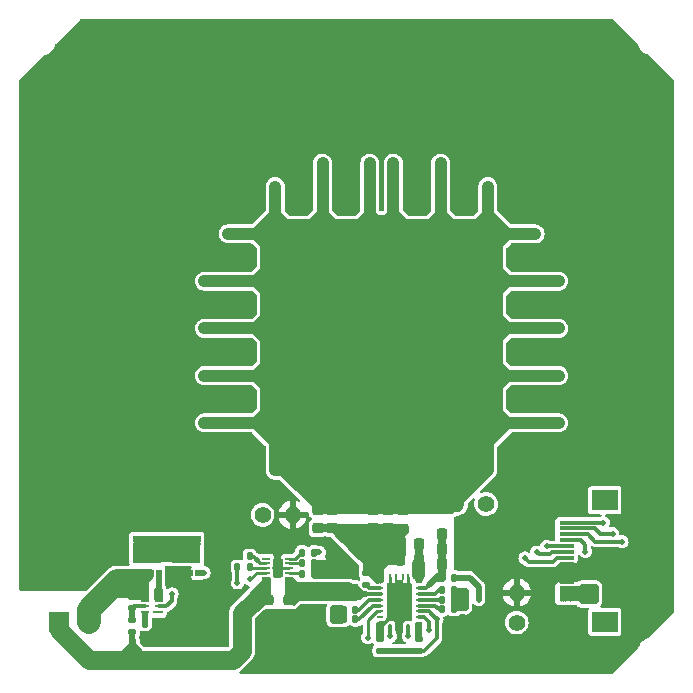
<source format=gbr>
G04 #@! TF.GenerationSoftware,KiCad,Pcbnew,(6.0.0)*
G04 #@! TF.CreationDate,2022-01-13T15:12:19+08:00*
G04 #@! TF.ProjectId,WirelessPower,57697265-6c65-4737-9350-6f7765722e6b,rev?*
G04 #@! TF.SameCoordinates,Original*
G04 #@! TF.FileFunction,Copper,L1,Top*
G04 #@! TF.FilePolarity,Positive*
%FSLAX46Y46*%
G04 Gerber Fmt 4.6, Leading zero omitted, Abs format (unit mm)*
G04 Created by KiCad (PCBNEW (6.0.0)) date 2022-01-13 15:12:19*
%MOMM*%
%LPD*%
G01*
G04 APERTURE LIST*
G04 Aperture macros list*
%AMRoundRect*
0 Rectangle with rounded corners*
0 $1 Rounding radius*
0 $2 $3 $4 $5 $6 $7 $8 $9 X,Y pos of 4 corners*
0 Add a 4 corners polygon primitive as box body*
4,1,4,$2,$3,$4,$5,$6,$7,$8,$9,$2,$3,0*
0 Add four circle primitives for the rounded corners*
1,1,$1+$1,$2,$3*
1,1,$1+$1,$4,$5*
1,1,$1+$1,$6,$7*
1,1,$1+$1,$8,$9*
0 Add four rect primitives between the rounded corners*
20,1,$1+$1,$2,$3,$4,$5,0*
20,1,$1+$1,$4,$5,$6,$7,0*
20,1,$1+$1,$6,$7,$8,$9,0*
20,1,$1+$1,$8,$9,$2,$3,0*%
G04 Aperture macros list end*
G04 #@! TA.AperFunction,SMDPad,CuDef*
%ADD10R,0.760000X0.220000*%
G04 #@! TD*
G04 #@! TA.AperFunction,SMDPad,CuDef*
%ADD11R,0.900000X1.500000*%
G04 #@! TD*
G04 #@! TA.AperFunction,SMDPad,CuDef*
%ADD12R,0.240000X0.600000*%
G04 #@! TD*
G04 #@! TA.AperFunction,SMDPad,CuDef*
%ADD13R,0.600000X0.240000*%
G04 #@! TD*
G04 #@! TA.AperFunction,SMDPad,CuDef*
%ADD14R,0.214996X0.550000*%
G04 #@! TD*
G04 #@! TA.AperFunction,SMDPad,CuDef*
%ADD15R,0.210000X0.550000*%
G04 #@! TD*
G04 #@! TA.AperFunction,SMDPad,CuDef*
%ADD16R,0.210000X0.545000*%
G04 #@! TD*
G04 #@! TA.AperFunction,SMDPad,CuDef*
%ADD17R,2.050000X3.050000*%
G04 #@! TD*
G04 #@! TA.AperFunction,SMDPad,CuDef*
%ADD18R,0.780000X0.405000*%
G04 #@! TD*
G04 #@! TA.AperFunction,SMDPad,CuDef*
%ADD19RoundRect,0.140000X0.170000X-0.140000X0.170000X0.140000X-0.170000X0.140000X-0.170000X-0.140000X0*%
G04 #@! TD*
G04 #@! TA.AperFunction,SMDPad,CuDef*
%ADD20RoundRect,0.135000X-0.135000X-0.185000X0.135000X-0.185000X0.135000X0.185000X-0.135000X0.185000X0*%
G04 #@! TD*
G04 #@! TA.AperFunction,SMDPad,CuDef*
%ADD21RoundRect,0.135000X0.185000X-0.135000X0.185000X0.135000X-0.185000X0.135000X-0.185000X-0.135000X0*%
G04 #@! TD*
G04 #@! TA.AperFunction,SMDPad,CuDef*
%ADD22R,0.850000X0.280000*%
G04 #@! TD*
G04 #@! TA.AperFunction,SMDPad,CuDef*
%ADD23R,0.750000X0.280000*%
G04 #@! TD*
G04 #@! TA.AperFunction,SMDPad,CuDef*
%ADD24R,0.500000X0.630000*%
G04 #@! TD*
G04 #@! TA.AperFunction,SMDPad,CuDef*
%ADD25R,2.450000X1.675000*%
G04 #@! TD*
G04 #@! TA.AperFunction,SMDPad,CuDef*
%ADD26R,2.450000X1.665000*%
G04 #@! TD*
G04 #@! TA.AperFunction,ComponentPad*
%ADD27R,1.700000X1.700000*%
G04 #@! TD*
G04 #@! TA.AperFunction,ComponentPad*
%ADD28O,1.700000X1.700000*%
G04 #@! TD*
G04 #@! TA.AperFunction,SMDPad,CuDef*
%ADD29RoundRect,0.249999X-0.650001X0.325001X-0.650001X-0.325001X0.650001X-0.325001X0.650001X0.325001X0*%
G04 #@! TD*
G04 #@! TA.AperFunction,SMDPad,CuDef*
%ADD30RoundRect,0.225000X-0.225000X-0.250000X0.225000X-0.250000X0.225000X0.250000X-0.225000X0.250000X0*%
G04 #@! TD*
G04 #@! TA.AperFunction,SMDPad,CuDef*
%ADD31RoundRect,0.140000X-0.140000X-0.170000X0.140000X-0.170000X0.140000X0.170000X-0.140000X0.170000X0*%
G04 #@! TD*
G04 #@! TA.AperFunction,SMDPad,CuDef*
%ADD32RoundRect,0.140000X-0.170000X0.140000X-0.170000X-0.140000X0.170000X-0.140000X0.170000X0.140000X0*%
G04 #@! TD*
G04 #@! TA.AperFunction,SMDPad,CuDef*
%ADD33RoundRect,0.225000X0.225000X0.250000X-0.225000X0.250000X-0.225000X-0.250000X0.225000X-0.250000X0*%
G04 #@! TD*
G04 #@! TA.AperFunction,SMDPad,CuDef*
%ADD34RoundRect,0.225000X0.250000X-0.225000X0.250000X0.225000X-0.250000X0.225000X-0.250000X-0.225000X0*%
G04 #@! TD*
G04 #@! TA.AperFunction,SMDPad,CuDef*
%ADD35RoundRect,0.225000X-0.250000X0.225000X-0.250000X-0.225000X0.250000X-0.225000X0.250000X0.225000X0*%
G04 #@! TD*
G04 #@! TA.AperFunction,ComponentPad*
%ADD36C,1.400000*%
G04 #@! TD*
G04 #@! TA.AperFunction,ComponentPad*
%ADD37O,1.400000X1.400000*%
G04 #@! TD*
G04 #@! TA.AperFunction,SMDPad,CuDef*
%ADD38RoundRect,0.135000X-0.185000X0.135000X-0.185000X-0.135000X0.185000X-0.135000X0.185000X0.135000X0*%
G04 #@! TD*
G04 #@! TA.AperFunction,SMDPad,CuDef*
%ADD39RoundRect,0.135000X0.135000X0.185000X-0.135000X0.185000X-0.135000X-0.185000X0.135000X-0.185000X0*%
G04 #@! TD*
G04 #@! TA.AperFunction,SMDPad,CuDef*
%ADD40R,1.300000X0.300000*%
G04 #@! TD*
G04 #@! TA.AperFunction,SMDPad,CuDef*
%ADD41R,2.200000X1.800000*%
G04 #@! TD*
G04 #@! TA.AperFunction,ViaPad*
%ADD42C,0.500000*%
G04 #@! TD*
G04 #@! TA.AperFunction,ViaPad*
%ADD43C,0.450000*%
G04 #@! TD*
G04 #@! TA.AperFunction,Conductor*
%ADD44C,0.500000*%
G04 #@! TD*
G04 #@! TA.AperFunction,Conductor*
%ADD45C,2.000000*%
G04 #@! TD*
G04 #@! TA.AperFunction,Conductor*
%ADD46C,0.300000*%
G04 #@! TD*
G04 #@! TA.AperFunction,Conductor*
%ADD47C,0.250000*%
G04 #@! TD*
G04 #@! TA.AperFunction,Conductor*
%ADD48C,0.700000*%
G04 #@! TD*
G04 #@! TA.AperFunction,Conductor*
%ADD49C,1.600000*%
G04 #@! TD*
G04 #@! TA.AperFunction,Conductor*
%ADD50C,1.000000*%
G04 #@! TD*
G04 #@! TA.AperFunction,Conductor*
%ADD51C,0.900000*%
G04 #@! TD*
G04 APERTURE END LIST*
D10*
G04 #@! TO.P,U5,1,IN*
G04 #@! TO.N,REG_power*
X154755000Y-117359999D03*
G04 #@! TO.P,U5,2,ISET*
G04 #@! TO.N,Net-(R8-Pad1)*
X154755000Y-116959999D03*
G04 #@! TO.P,U5,3,VSS*
G04 #@! TO.N,GND*
X154755000Y-116559999D03*
G04 #@! TO.P,U5,4,PRETERM*
G04 #@! TO.N,Net-(R9-Pad1)*
X154755000Y-116159999D03*
G04 #@! TO.P,U5,5,~{PG}*
G04 #@! TO.N,Net-(R11-Pad1)*
X154755000Y-115759999D03*
G04 #@! TO.P,U5,6,NC*
G04 #@! TO.N,unconnected-(U5-Pad6)*
X152785000Y-115759999D03*
G04 #@! TO.P,U5,7,ISET2*
G04 #@! TO.N,BAT_ISET*
X152785000Y-116159999D03*
G04 #@! TO.P,U5,8,~{CHG}*
G04 #@! TO.N,Net-(R10-Pad1)*
X152785000Y-116559999D03*
G04 #@! TO.P,U5,9,TS*
G04 #@! TO.N,Net-(TH2-Pad1)*
X152785000Y-116959999D03*
G04 #@! TO.P,U5,10,OUT*
G04 #@! TO.N,BAT+*
X152785000Y-117359999D03*
D11*
G04 #@! TO.P,U5,11,EP*
G04 #@! TO.N,GND*
X153770000Y-116559999D03*
G04 #@! TD*
D12*
G04 #@! TO.P,U2,1,PGND*
G04 #@! TO.N,GND*
X163320000Y-117330000D03*
D13*
G04 #@! TO.P,U2,2,AC1*
G04 #@! TO.N,Net-(C1-Pad2)*
X162420000Y-117730000D03*
G04 #@! TO.P,U2,3,BOOT1*
G04 #@! TO.N,Net-(C6-Pad2)*
X162420000Y-118230000D03*
G04 #@! TO.P,U2,4,OUT*
G04 #@! TO.N,REG_power*
X162420000Y-118730000D03*
G04 #@! TO.P,U2,5,CLAMP1*
G04 #@! TO.N,Net-(C5-Pad2)*
X162420000Y-119230000D03*
G04 #@! TO.P,U2,6,COMM1*
G04 #@! TO.N,Net-(C4-Pad2)*
X162420000Y-119730000D03*
G04 #@! TO.P,U2,7,~{CHG}*
G04 #@! TO.N,REG_CHG*
X162420000Y-120230000D03*
G04 #@! TO.P,U2,8,~{AD-EN}*
G04 #@! TO.N,unconnected-(U2-Pad8)*
X162420000Y-120730000D03*
G04 #@! TO.P,U2,9,AD*
G04 #@! TO.N,GND*
X162420000Y-121230000D03*
D12*
G04 #@! TO.P,U2,10,EN1*
G04 #@! TO.N,REG_EN1*
X163320000Y-121630000D03*
G04 #@! TO.P,U2,11,EN2*
G04 #@! TO.N,REG_EN2*
X164820000Y-121630000D03*
D13*
G04 #@! TO.P,U2,12,ILIM*
G04 #@! TO.N,Net-(R2-Pad1)*
X165720000Y-121230000D03*
G04 #@! TO.P,U2,13,TS/CTRL*
G04 #@! TO.N,Net-(TH1-Pad1)*
X165720000Y-120730000D03*
G04 #@! TO.P,U2,14,FOD*
G04 #@! TO.N,Net-(R1-Pad1)*
X165720000Y-120230000D03*
G04 #@! TO.P,U2,15,COMM2*
G04 #@! TO.N,Net-(C9-Pad1)*
X165720000Y-119730000D03*
G04 #@! TO.P,U2,16,CLAMP2*
G04 #@! TO.N,Net-(C8-Pad1)*
X165720000Y-119230000D03*
G04 #@! TO.P,U2,17,BOOT2*
G04 #@! TO.N,Net-(C7-Pad1)*
X165720000Y-118730000D03*
G04 #@! TO.P,U2,18,RECT*
G04 #@! TO.N,Net-(C10-Pad2)*
X165720000Y-118230000D03*
G04 #@! TO.P,U2,19,AC2*
G04 #@! TO.N,Net-(C15-Pad2)*
X165720000Y-117730000D03*
D12*
G04 #@! TO.P,U2,20,PGND*
G04 #@! TO.N,GND*
X164820000Y-117330000D03*
D14*
G04 #@! TO.P,U2,21,EXP*
X164340000Y-121628750D03*
D15*
X163800000Y-121665000D03*
D16*
X164350000Y-117300000D03*
D15*
X163795000Y-117300000D03*
D17*
X164070000Y-119480000D03*
D18*
X164060000Y-117700000D03*
X164070000Y-121210000D03*
G04 #@! TD*
D19*
G04 #@! TO.P,C3,1*
G04 #@! TO.N,Net-(C3-Pad1)*
X141470000Y-119930000D03*
G04 #@! TO.P,C3,2*
G04 #@! TO.N,BAT-*
X141470000Y-118970000D03*
G04 #@! TD*
D20*
G04 #@! TO.P,R4,1*
G04 #@! TO.N,Net-(R4-Pad1)*
X142540000Y-121270000D03*
G04 #@! TO.P,R4,2*
G04 #@! TO.N,GND*
X143560000Y-121270000D03*
G04 #@! TD*
D21*
G04 #@! TO.P,R7,1*
G04 #@! TO.N,BAT+*
X141480000Y-121990000D03*
G04 #@! TO.P,R7,2*
G04 #@! TO.N,Net-(C3-Pad1)*
X141480000Y-120970000D03*
G04 #@! TD*
D22*
G04 #@! TO.P,U1,1,NC*
G04 #@! TO.N,unconnected-(U1-Pad1)*
X143634999Y-120310000D03*
D23*
G04 #@! TO.P,U1,2,COUT*
G04 #@! TO.N,Net-(U1-Pad2)*
X143684999Y-119810000D03*
G04 #@! TO.P,U1,3,DOUT*
G04 #@! TO.N,Net-(U1-Pad3)*
X143684999Y-119310000D03*
G04 #@! TO.P,U1,4,VSS*
G04 #@! TO.N,BAT-*
X142534999Y-119310000D03*
G04 #@! TO.P,U1,5,BAT*
G04 #@! TO.N,Net-(C3-Pad1)*
X142534999Y-119810000D03*
G04 #@! TO.P,U1,6,V-*
G04 #@! TO.N,Net-(R4-Pad1)*
X142534999Y-120310000D03*
G04 #@! TD*
D24*
G04 #@! TO.P,U3,1*
G04 #@! TO.N,GND*
X145065000Y-116964999D03*
G04 #@! TO.P,U3,2*
X145715000Y-116964999D03*
G04 #@! TO.P,U3,3*
X146365000Y-116964999D03*
G04 #@! TO.P,U3,4*
G04 #@! TO.N,Net-(U1-Pad2)*
X147015000Y-116964999D03*
G04 #@! TO.P,U3,5*
G04 #@! TO.N,Net-(U3-Pad5)*
X147015000Y-114094999D03*
G04 #@! TO.P,U3,6*
X146365000Y-114094999D03*
G04 #@! TO.P,U3,7*
X145715000Y-114094999D03*
G04 #@! TO.P,U3,8*
X145065000Y-114094999D03*
D25*
X146040000Y-115249999D03*
G04 #@! TD*
D24*
G04 #@! TO.P,U4,1*
G04 #@! TO.N,BAT-*
X141755000Y-116965000D03*
G04 #@! TO.P,U4,2*
X142405000Y-116965000D03*
G04 #@! TO.P,U4,3*
X143055000Y-116965000D03*
G04 #@! TO.P,U4,4*
G04 #@! TO.N,Net-(U1-Pad3)*
X143705000Y-116965000D03*
G04 #@! TO.P,U4,5*
G04 #@! TO.N,Net-(U3-Pad5)*
X143705000Y-114095000D03*
G04 #@! TO.P,U4,6*
X143055000Y-114095000D03*
G04 #@! TO.P,U4,7*
X142405000Y-114095000D03*
G04 #@! TO.P,U4,8*
X141755000Y-114095000D03*
D26*
X142730000Y-115250000D03*
G04 #@! TD*
D27*
G04 #@! TO.P,J5,1,Pin_1*
G04 #@! TO.N,BAT+*
X135250000Y-121090000D03*
D28*
G04 #@! TO.P,J5,2,Pin_2*
G04 #@! TO.N,BAT-*
X137790000Y-121090000D03*
G04 #@! TD*
D29*
G04 #@! TO.P,C1,1*
G04 #@! TO.N,Net-(C1-Pad1)*
X160110000Y-110765000D03*
G04 #@! TO.P,C1,2*
G04 #@! TO.N,Net-(C1-Pad2)*
X160110000Y-113715000D03*
G04 #@! TD*
D30*
G04 #@! TO.P,C2,1*
G04 #@! TO.N,Net-(C1-Pad2)*
X164160000Y-115860000D03*
G04 #@! TO.P,C2,2*
G04 #@! TO.N,Net-(C15-Pad2)*
X165710000Y-115860000D03*
G04 #@! TD*
D31*
G04 #@! TO.P,C4,1*
G04 #@! TO.N,Net-(C1-Pad2)*
X159400000Y-120900000D03*
G04 #@! TO.P,C4,2*
G04 #@! TO.N,Net-(C4-Pad2)*
X160360000Y-120900000D03*
G04 #@! TD*
G04 #@! TO.P,C5,1*
G04 #@! TO.N,Net-(C1-Pad2)*
X159400000Y-120080000D03*
G04 #@! TO.P,C5,2*
G04 #@! TO.N,Net-(C5-Pad2)*
X160360000Y-120080000D03*
G04 #@! TD*
D32*
G04 #@! TO.P,C6,1*
G04 #@! TO.N,Net-(C1-Pad2)*
X161260000Y-117000000D03*
G04 #@! TO.P,C6,2*
G04 #@! TO.N,Net-(C6-Pad2)*
X161260000Y-117960000D03*
G04 #@! TD*
D31*
G04 #@! TO.P,C7,1*
G04 #@! TO.N,Net-(C7-Pad1)*
X167720000Y-118410000D03*
G04 #@! TO.P,C7,2*
G04 #@! TO.N,Net-(C15-Pad2)*
X168680000Y-118410000D03*
G04 #@! TD*
G04 #@! TO.P,C8,1*
G04 #@! TO.N,Net-(C8-Pad1)*
X167720000Y-119230000D03*
G04 #@! TO.P,C8,2*
G04 #@! TO.N,Net-(C15-Pad2)*
X168680000Y-119230000D03*
G04 #@! TD*
G04 #@! TO.P,C9,1*
G04 #@! TO.N,Net-(C9-Pad1)*
X167720000Y-120050000D03*
G04 #@! TO.P,C9,2*
G04 #@! TO.N,Net-(C15-Pad2)*
X168680000Y-120050000D03*
G04 #@! TD*
D33*
G04 #@! TO.P,C10,1*
G04 #@! TO.N,GND*
X169245000Y-114940000D03*
G04 #@! TO.P,C10,2*
G04 #@! TO.N,Net-(C10-Pad2)*
X167695000Y-114940000D03*
G04 #@! TD*
D34*
G04 #@! TO.P,C11,1*
G04 #@! TO.N,GND*
X154770000Y-120855000D03*
G04 #@! TO.P,C11,2*
G04 #@! TO.N,REG_power*
X154770000Y-119305000D03*
G04 #@! TD*
D35*
G04 #@! TO.P,C12,1*
G04 #@! TO.N,BAT+*
X152940000Y-119305000D03*
G04 #@! TO.P,C12,2*
G04 #@! TO.N,GND*
X152940000Y-120855000D03*
G04 #@! TD*
D36*
G04 #@! TO.P,J6,1,Pin_1*
G04 #@! TO.N,Net-(C15-Pad2)*
X171410000Y-111140000D03*
D37*
G04 #@! TO.P,J6,2,Pin_2*
G04 #@! TO.N,Net-(C1-Pad1)*
X168870000Y-111140000D03*
G04 #@! TD*
D21*
G04 #@! TO.P,R1,1*
G04 #@! TO.N,Net-(R1-Pad1)*
X162420000Y-123559999D03*
G04 #@! TO.P,R1,2*
G04 #@! TO.N,GND*
X162420000Y-122539999D03*
G04 #@! TD*
D38*
G04 #@! TO.P,R2,1*
G04 #@! TO.N,Net-(R2-Pad1)*
X165720000Y-122540000D03*
G04 #@! TO.P,R2,2*
G04 #@! TO.N,Net-(R1-Pad1)*
X165720000Y-123560000D03*
G04 #@! TD*
D20*
G04 #@! TO.P,R3,1*
G04 #@! TO.N,Net-(C10-Pad2)*
X167700000Y-117370000D03*
G04 #@! TO.P,R3,2*
G04 #@! TO.N,Net-(R1-Pad1)*
X168720000Y-117370000D03*
G04 #@! TD*
D39*
G04 #@! TO.P,R5,1*
G04 #@! TO.N,BAT_ISET*
X151390000Y-115540000D03*
G04 #@! TO.P,R5,2*
G04 #@! TO.N,GND*
X150370000Y-115540000D03*
G04 #@! TD*
D20*
G04 #@! TO.P,R8,1*
G04 #@! TO.N,Net-(R8-Pad1)*
X155840000Y-117090000D03*
G04 #@! TO.P,R8,2*
G04 #@! TO.N,GND*
X156860000Y-117090000D03*
G04 #@! TD*
G04 #@! TO.P,R9,1*
G04 #@! TO.N,Net-(R9-Pad1)*
X155840000Y-116170000D03*
G04 #@! TO.P,R9,2*
G04 #@! TO.N,GND*
X156860000Y-116170000D03*
G04 #@! TD*
D39*
G04 #@! TO.P,R10,1*
G04 #@! TO.N,Net-(R10-Pad1)*
X151390000Y-116459999D03*
G04 #@! TO.P,R10,2*
G04 #@! TO.N,BAT_CHG*
X150370000Y-116459999D03*
G04 #@! TD*
D20*
G04 #@! TO.P,R11,1*
G04 #@! TO.N,Net-(R11-Pad1)*
X155839999Y-115250000D03*
G04 #@! TO.P,R11,2*
G04 #@! TO.N,BAT_PG*
X156859999Y-115250000D03*
G04 #@! TD*
D36*
G04 #@! TO.P,TH1,1*
G04 #@! TO.N,Net-(TH1-Pad1)*
X174010000Y-121180000D03*
D37*
G04 #@! TO.P,TH1,2*
G04 #@! TO.N,GND*
X174010000Y-118640000D03*
G04 #@! TD*
D36*
G04 #@! TO.P,TH2,1*
G04 #@! TO.N,Net-(TH2-Pad1)*
X152490000Y-112060000D03*
D37*
G04 #@! TO.P,TH2,2*
G04 #@! TO.N,GND*
X155030000Y-112060000D03*
G04 #@! TD*
D35*
G04 #@! TO.P,C13,1*
G04 #@! TO.N,Net-(C1-Pad1)*
X161810000Y-111645000D03*
G04 #@! TO.P,C13,2*
G04 #@! TO.N,Net-(C1-Pad2)*
X161810000Y-113195000D03*
G04 #@! TD*
D30*
G04 #@! TO.P,C15,1*
G04 #@! TO.N,Net-(C1-Pad2)*
X164160000Y-114565000D03*
G04 #@! TO.P,C15,2*
G04 #@! TO.N,Net-(C15-Pad2)*
X165710000Y-114565000D03*
G04 #@! TD*
D35*
G04 #@! TO.P,C16,1*
G04 #@! TO.N,GND*
X160135000Y-116765000D03*
G04 #@! TO.P,C16,2*
G04 #@! TO.N,REG_power*
X160135000Y-118315000D03*
G04 #@! TD*
G04 #@! TO.P,C17,1*
G04 #@! TO.N,GND*
X158910000Y-116765000D03*
G04 #@! TO.P,C17,2*
G04 #@! TO.N,REG_power*
X158910000Y-118315000D03*
G04 #@! TD*
D33*
G04 #@! TO.P,C18,1*
G04 #@! TO.N,GND*
X169245000Y-116200000D03*
G04 #@! TO.P,C18,2*
G04 #@! TO.N,Net-(C10-Pad2)*
X167695000Y-116200000D03*
G04 #@! TD*
D40*
G04 #@! TO.P,J7,1,Pin_1*
G04 #@! TO.N,BAT+*
X178230000Y-119210000D03*
G04 #@! TO.P,J7,2,Pin_2*
X178230000Y-118710000D03*
G04 #@! TO.P,J7,3,Pin_3*
X178230000Y-118210000D03*
G04 #@! TO.P,J7,4,Pin_4*
G04 #@! TO.N,GND*
X178230000Y-117710000D03*
G04 #@! TO.P,J7,5,Pin_5*
X178230000Y-117210000D03*
G04 #@! TO.P,J7,6,Pin_6*
X178230000Y-116710000D03*
G04 #@! TO.P,J7,7,Pin_7*
X178230000Y-116210000D03*
G04 #@! TO.P,J7,8,Pin_8*
G04 #@! TO.N,BAT_CHG*
X178230000Y-115710000D03*
G04 #@! TO.P,J7,9,Pin_9*
G04 #@! TO.N,BAT_PG*
X178230000Y-115210000D03*
G04 #@! TO.P,J7,10,Pin_10*
G04 #@! TO.N,BAT_ISET*
X178230000Y-114710000D03*
G04 #@! TO.P,J7,11,Pin_11*
G04 #@! TO.N,REG_power*
X178230000Y-114210000D03*
G04 #@! TO.P,J7,12,Pin_12*
G04 #@! TO.N,REG_CHG*
X178230000Y-113710000D03*
G04 #@! TO.P,J7,13,Pin_13*
G04 #@! TO.N,REG_EN1*
X178230000Y-113210000D03*
G04 #@! TO.P,J7,14,Pin_14*
G04 #@! TO.N,REG_EN2*
X178230000Y-112710000D03*
D41*
G04 #@! TO.P,J7,MP*
G04 #@! TO.N,N/C*
X181480000Y-110810000D03*
X181480000Y-121110000D03*
G04 #@! TD*
D35*
G04 #@! TO.P,C14,1*
G04 #@! TO.N,Net-(C1-Pad1)*
X163110000Y-111635000D03*
G04 #@! TO.P,C14,2*
G04 #@! TO.N,Net-(C1-Pad2)*
X163110000Y-113185000D03*
G04 #@! TD*
G04 #@! TO.P,C19,1*
G04 #@! TO.N,Net-(C1-Pad1)*
X164410000Y-111665000D03*
G04 #@! TO.P,C19,2*
G04 #@! TO.N,Net-(C1-Pad2)*
X164410000Y-113215000D03*
G04 #@! TD*
G04 #@! TO.P,C20,1*
G04 #@! TO.N,Net-(C1-Pad1)*
X158410000Y-111655000D03*
G04 #@! TO.P,C20,2*
G04 #@! TO.N,Net-(C1-Pad2)*
X158410000Y-113205000D03*
G04 #@! TD*
G04 #@! TO.P,C21,1*
G04 #@! TO.N,Net-(C1-Pad1)*
X157160000Y-111655000D03*
G04 #@! TO.P,C21,2*
G04 #@! TO.N,Net-(C1-Pad2)*
X157160000Y-113205000D03*
G04 #@! TD*
D33*
G04 #@! TO.P,C22,1*
G04 #@! TO.N,GND*
X169245000Y-113665000D03*
G04 #@! TO.P,C22,2*
G04 #@! TO.N,Net-(C10-Pad2)*
X167695000Y-113665000D03*
G04 #@! TD*
D42*
G04 #@! TO.N,GND*
X153970000Y-116060000D03*
X152970000Y-122540000D03*
X135570000Y-74270000D03*
D43*
X164040000Y-118280000D03*
X164640000Y-118280000D03*
X163440000Y-118880000D03*
X164040000Y-118880000D03*
X164640000Y-118880000D03*
X163440000Y-119480000D03*
X164040000Y-119480000D03*
X164640000Y-119480000D03*
X163440000Y-120080000D03*
X164040000Y-120080000D03*
X164640000Y-120080000D03*
X163440000Y-120680000D03*
X164040000Y-120680000D03*
X164640000Y-120680000D03*
D42*
X147130000Y-118430000D03*
X148130000Y-118430000D03*
X149130000Y-118430000D03*
X146130000Y-119430000D03*
X147130000Y-119430000D03*
X148130000Y-119430000D03*
X149130000Y-119430000D03*
X146130000Y-120430000D03*
X147130000Y-120430000D03*
X148130000Y-120430000D03*
X149130000Y-120430000D03*
X146130000Y-121430000D03*
X147130000Y-121430000D03*
X148130000Y-121430000D03*
X149130000Y-121430000D03*
X147130000Y-122420000D03*
X146130000Y-122420000D03*
X149130000Y-122420000D03*
X148130000Y-122420000D03*
X145110000Y-120430000D03*
X145110000Y-121430000D03*
X145110000Y-122420000D03*
X153970000Y-122540000D03*
X154970000Y-122540000D03*
X155970000Y-122540000D03*
X156970000Y-122540000D03*
X157970000Y-122540000D03*
X158970000Y-122540000D03*
D43*
X163440000Y-118280000D03*
D42*
X137570000Y-74270000D03*
X139570000Y-74270000D03*
X141570000Y-74270000D03*
X143570000Y-74270000D03*
X145570000Y-74270000D03*
X147570000Y-74270000D03*
X149570000Y-74270000D03*
X151570000Y-74270000D03*
X153570000Y-74270000D03*
X155570000Y-74270000D03*
X157570000Y-74270000D03*
X159570000Y-74270000D03*
X161570000Y-74270000D03*
X163570000Y-74270000D03*
X165570000Y-74270000D03*
X167570000Y-74270000D03*
X169570000Y-74270000D03*
X171570000Y-74270000D03*
X173570000Y-74270000D03*
X175570000Y-74270000D03*
X177570000Y-74270000D03*
X179570000Y-74270000D03*
X181570000Y-74270000D03*
X183570000Y-74270000D03*
X183570000Y-76270000D03*
X181570000Y-76270000D03*
X179570000Y-76270000D03*
X177570000Y-76270000D03*
X175570000Y-76270000D03*
X173570000Y-76270000D03*
X171570000Y-76270000D03*
X169570000Y-76270000D03*
X167570000Y-76270000D03*
X165570000Y-76270000D03*
X163570000Y-76270000D03*
X161570000Y-76270000D03*
X159570000Y-76270000D03*
X157570000Y-76270000D03*
X155570000Y-76270000D03*
X153570000Y-76270000D03*
X151570000Y-76270000D03*
X149570000Y-76270000D03*
X147570000Y-76270000D03*
X145570000Y-76270000D03*
X143570000Y-76270000D03*
X141570000Y-76270000D03*
X139570000Y-76270000D03*
X137570000Y-76270000D03*
X135570000Y-76270000D03*
X135570000Y-78270000D03*
X137570000Y-78270000D03*
X139570000Y-78270000D03*
X141570000Y-78270000D03*
X143570000Y-78270000D03*
X145570000Y-78270000D03*
X147570000Y-78270000D03*
X149570000Y-78270000D03*
X151570000Y-78270000D03*
X153570000Y-78270000D03*
X155570000Y-78270000D03*
X157570000Y-78270000D03*
X159570000Y-78270000D03*
X161570000Y-78270000D03*
X163570000Y-78270000D03*
X165570000Y-78270000D03*
X167570000Y-78270000D03*
X169570000Y-78270000D03*
X171570000Y-78270000D03*
X173570000Y-78270000D03*
X175570000Y-78270000D03*
X177570000Y-78270000D03*
X179570000Y-78270000D03*
X181570000Y-78270000D03*
X183570000Y-78270000D03*
X183570000Y-80270000D03*
X181570000Y-80270000D03*
X179570000Y-80270000D03*
X177570000Y-80270000D03*
X175570000Y-80270000D03*
X173570000Y-80270000D03*
X171570000Y-80270000D03*
X169570000Y-80270000D03*
X167570000Y-80270000D03*
X165570000Y-80270000D03*
X163570000Y-80270000D03*
X161570000Y-80270000D03*
X159570000Y-80270000D03*
X157570000Y-80270000D03*
X155570000Y-80270000D03*
X153570000Y-80270000D03*
X151570000Y-80270000D03*
X149570000Y-80270000D03*
X147570000Y-80270000D03*
X145570000Y-80270000D03*
X143570000Y-80270000D03*
X141570000Y-80270000D03*
X139570000Y-80270000D03*
X137570000Y-80270000D03*
X135570000Y-80270000D03*
X135570000Y-82270000D03*
X137570000Y-82270000D03*
X139570000Y-82270000D03*
X141570000Y-82270000D03*
X143570000Y-82270000D03*
X145570000Y-82270000D03*
X147570000Y-82270000D03*
X149570000Y-82270000D03*
X151570000Y-82270000D03*
X153570000Y-82270000D03*
X155570000Y-82270000D03*
X159570000Y-82270000D03*
X165570000Y-82270000D03*
X169570000Y-82270000D03*
X171570000Y-82270000D03*
X173570000Y-82270000D03*
X175570000Y-82270000D03*
X177570000Y-82270000D03*
X179570000Y-82270000D03*
X181570000Y-82270000D03*
X183570000Y-82270000D03*
X183570000Y-84270000D03*
X181570000Y-84270000D03*
X179570000Y-84270000D03*
X177570000Y-84270000D03*
X175570000Y-84270000D03*
X173570000Y-84270000D03*
X169570000Y-84270000D03*
X165570000Y-84270000D03*
X159570000Y-84270000D03*
X155570000Y-84270000D03*
X151570000Y-84270000D03*
X149570000Y-84270000D03*
X147570000Y-84270000D03*
X145570000Y-84270000D03*
X143570000Y-84270000D03*
X141570000Y-84270000D03*
X139570000Y-84270000D03*
X137570000Y-84270000D03*
X135570000Y-84270000D03*
X135570000Y-86270000D03*
X137570000Y-86270000D03*
X139570000Y-86270000D03*
X141570000Y-86270000D03*
X143570000Y-86270000D03*
X145570000Y-86270000D03*
X147570000Y-86270000D03*
X149570000Y-86270000D03*
X151570000Y-86270000D03*
X155570000Y-86270000D03*
X159570000Y-86270000D03*
X165570000Y-86270000D03*
X169570000Y-86270000D03*
X173570000Y-86270000D03*
X175570000Y-86270000D03*
X177570000Y-86270000D03*
X179570000Y-86270000D03*
X181570000Y-86270000D03*
X183570000Y-86270000D03*
X183570000Y-88270000D03*
X181570000Y-88270000D03*
X179570000Y-88270000D03*
X177570000Y-88270000D03*
X147570000Y-88270000D03*
X145570000Y-88270000D03*
X143570000Y-88270000D03*
X141570000Y-88270000D03*
X139570000Y-88270000D03*
X137570000Y-88270000D03*
X135570000Y-88270000D03*
X135570000Y-90270000D03*
X137570000Y-90270000D03*
X139570000Y-90270000D03*
X141570000Y-90270000D03*
X143570000Y-90270000D03*
X145570000Y-90270000D03*
X147570000Y-90270000D03*
X149570000Y-90270000D03*
X151570000Y-90270000D03*
X173570000Y-90270000D03*
X175570000Y-90270000D03*
X177570000Y-90270000D03*
X179570000Y-90270000D03*
X181570000Y-90270000D03*
X183570000Y-90270000D03*
X183570000Y-92270000D03*
X181570000Y-92270000D03*
X179570000Y-92270000D03*
X145570000Y-92270000D03*
X143570000Y-92270000D03*
X141570000Y-92270000D03*
X139570000Y-92270000D03*
X137570000Y-92270000D03*
X135570000Y-92270000D03*
X135570000Y-94270000D03*
X137570000Y-94270000D03*
X139570000Y-94270000D03*
X141570000Y-94270000D03*
X143570000Y-94270000D03*
X145570000Y-94270000D03*
X147570000Y-94270000D03*
X149570000Y-94270000D03*
X151570000Y-94270000D03*
X173570000Y-94270000D03*
X175570000Y-94270000D03*
X177570000Y-94270000D03*
X179570000Y-94270000D03*
X181570000Y-94270000D03*
X183570000Y-94270000D03*
X183570000Y-96270000D03*
X181570000Y-96270000D03*
X179570000Y-96270000D03*
X145570000Y-96270000D03*
X143570000Y-96270000D03*
X141570000Y-96270000D03*
X139570000Y-96270000D03*
X137570000Y-96270000D03*
X135570000Y-96270000D03*
X135570000Y-98270000D03*
X137570000Y-98270000D03*
X139570000Y-98270000D03*
X141570000Y-98270000D03*
X143570000Y-98270000D03*
X145570000Y-98270000D03*
X147570000Y-98270000D03*
X149570000Y-98270000D03*
X151570000Y-98270000D03*
X173570000Y-98270000D03*
X175570000Y-98270000D03*
X177570000Y-98270000D03*
X179570000Y-98270000D03*
X181570000Y-98270000D03*
X183570000Y-98270000D03*
X183570000Y-100270000D03*
X181570000Y-100270000D03*
X179570000Y-100270000D03*
X145570000Y-100270000D03*
X143570000Y-100270000D03*
X141570000Y-100270000D03*
X139570000Y-100270000D03*
X137570000Y-100270000D03*
X135570000Y-100270000D03*
X135570000Y-102270000D03*
X137570000Y-102270000D03*
X139570000Y-102270000D03*
X141570000Y-102270000D03*
X143570000Y-102270000D03*
X145570000Y-102270000D03*
X147570000Y-102270000D03*
X149570000Y-102270000D03*
X151570000Y-102270000D03*
X173570000Y-102270000D03*
X175570000Y-102270000D03*
X177570000Y-102270000D03*
X179570000Y-102270000D03*
X181570000Y-102270000D03*
X183570000Y-102270000D03*
X183570000Y-104270000D03*
X181570000Y-104270000D03*
X179570000Y-104270000D03*
X145570000Y-104270000D03*
X143570000Y-104270000D03*
X141570000Y-104270000D03*
X139570000Y-104270000D03*
X137570000Y-104270000D03*
X135570000Y-104270000D03*
X135570000Y-106270000D03*
X137570000Y-106270000D03*
X139570000Y-106270000D03*
X141570000Y-106270000D03*
X143570000Y-106270000D03*
X145570000Y-106270000D03*
X147570000Y-106270000D03*
X149570000Y-106270000D03*
X151570000Y-106270000D03*
X173570000Y-106270000D03*
X175570000Y-106270000D03*
X177570000Y-106270000D03*
X179570000Y-106270000D03*
X181570000Y-106270000D03*
X183570000Y-106270000D03*
X183570000Y-108270000D03*
X181570000Y-108270000D03*
X179570000Y-108270000D03*
X177570000Y-108270000D03*
X175570000Y-108270000D03*
X173570000Y-108270000D03*
X151570000Y-108270000D03*
X149570000Y-108270000D03*
X147570000Y-108270000D03*
X145570000Y-108270000D03*
X143570000Y-108270000D03*
X141570000Y-108270000D03*
X139570000Y-108270000D03*
X137570000Y-108270000D03*
X135570000Y-108270000D03*
X153570000Y-116560000D03*
X153970000Y-117060000D03*
X146130000Y-118430000D03*
D43*
G04 #@! TO.N,BAT+*
X179500000Y-118160000D03*
D42*
X140036250Y-124720000D03*
X141412500Y-124720000D03*
X142788750Y-124720000D03*
X144165000Y-124720000D03*
X145541250Y-124720000D03*
X146917500Y-124720000D03*
X148293750Y-124720000D03*
X149670000Y-124690000D03*
X144825000Y-124020000D03*
X147577500Y-124020000D03*
X150330000Y-123990000D03*
X148953750Y-124020000D03*
X146201250Y-124020000D03*
X142072500Y-124020000D03*
X139320000Y-124020000D03*
X143448750Y-124020000D03*
X140696250Y-124020000D03*
D43*
X180100000Y-118160000D03*
X180700000Y-118160000D03*
X179500000Y-118760000D03*
X180100000Y-118760000D03*
X180700000Y-118760000D03*
X179500000Y-119360000D03*
X180100000Y-119360000D03*
X180700000Y-119360000D03*
D42*
X137990000Y-124000000D03*
X138660000Y-124720000D03*
G04 #@! TO.N,Net-(C1-Pad2)*
X158450000Y-121040000D03*
X158450000Y-120475000D03*
X161860000Y-116660000D03*
X162450000Y-116660000D03*
X161860000Y-117255000D03*
X162450000Y-117255000D03*
X161860000Y-116065000D03*
X158450000Y-119910000D03*
X162450000Y-116065000D03*
G04 #@! TO.N,Net-(C1-Pad1)*
X157570000Y-82270000D03*
X161570000Y-82270000D03*
X163570000Y-82270000D03*
X167570000Y-82270000D03*
X171570000Y-84270000D03*
X167570000Y-84270000D03*
X163570000Y-84270000D03*
X161570000Y-84270000D03*
X157570000Y-84270000D03*
X153570000Y-84270000D03*
X153570000Y-86270000D03*
X157570000Y-86270000D03*
X161570000Y-86270000D03*
X163570000Y-86270000D03*
X167570000Y-86270000D03*
X171570000Y-86270000D03*
X175570000Y-88270000D03*
X173570000Y-88270000D03*
X171570000Y-88270000D03*
X169570000Y-88270000D03*
X167570000Y-88270000D03*
X165570000Y-88270000D03*
X163570000Y-88270000D03*
X161570000Y-88270000D03*
X159570000Y-88270000D03*
X157570000Y-88270000D03*
X155570000Y-88270000D03*
X153570000Y-88270000D03*
X151570000Y-88270000D03*
X149570000Y-88270000D03*
X153570000Y-90270000D03*
X155570000Y-90270000D03*
X157570000Y-90270000D03*
X159570000Y-90270000D03*
X161570000Y-90270000D03*
X163570000Y-90270000D03*
X165570000Y-90270000D03*
X167570000Y-90270000D03*
X169570000Y-90270000D03*
X171570000Y-90270000D03*
X177570000Y-92270000D03*
X175570000Y-92270000D03*
X173570000Y-92270000D03*
X171570000Y-92270000D03*
X169570000Y-92270000D03*
X167570000Y-92270000D03*
X165570000Y-92270000D03*
X163570000Y-92270000D03*
X161570000Y-92270000D03*
X159570000Y-92270000D03*
X157570000Y-92270000D03*
X155570000Y-92270000D03*
X153570000Y-92270000D03*
X151570000Y-92270000D03*
X149570000Y-92270000D03*
X147570000Y-92270000D03*
X153570000Y-94270000D03*
X155570000Y-94270000D03*
X157570000Y-94270000D03*
X159570000Y-94270000D03*
X161570000Y-94270000D03*
X163570000Y-94270000D03*
X165570000Y-94270000D03*
X167570000Y-94270000D03*
X169570000Y-94270000D03*
X171570000Y-94270000D03*
X177570000Y-96270000D03*
X175570000Y-96270000D03*
X173570000Y-96270000D03*
X171570000Y-96270000D03*
X169570000Y-96270000D03*
X167570000Y-96270000D03*
X165570000Y-96270000D03*
X163570000Y-96270000D03*
X161570000Y-96270000D03*
X159570000Y-96270000D03*
X157570000Y-96270000D03*
X155570000Y-96270000D03*
X153570000Y-96270000D03*
X151570000Y-96270000D03*
X149570000Y-96270000D03*
X147570000Y-96270000D03*
X153570000Y-98270000D03*
X155570000Y-98270000D03*
X157570000Y-98270000D03*
X159570000Y-98270000D03*
X161570000Y-98270000D03*
X163570000Y-98270000D03*
X165570000Y-98270000D03*
X167570000Y-98270000D03*
X169570000Y-98270000D03*
X171570000Y-98270000D03*
X177570000Y-100270000D03*
X175570000Y-100270000D03*
X173570000Y-100270000D03*
X171570000Y-100270000D03*
X169570000Y-100270000D03*
X167570000Y-100270000D03*
X165570000Y-100270000D03*
X163570000Y-100270000D03*
X161570000Y-100270000D03*
X159570000Y-100270000D03*
X157570000Y-100270000D03*
X155570000Y-100270000D03*
X153570000Y-100270000D03*
X151570000Y-100270000D03*
X149570000Y-100270000D03*
X147570000Y-100270000D03*
X153570000Y-102270000D03*
X155570000Y-102270000D03*
X157570000Y-102270000D03*
X159570000Y-102270000D03*
X161570000Y-102270000D03*
X163570000Y-102270000D03*
X165570000Y-102270000D03*
X167570000Y-102270000D03*
X169570000Y-102270000D03*
X171570000Y-102270000D03*
X177570000Y-104270000D03*
X175570000Y-104270000D03*
X173570000Y-104270000D03*
X171570000Y-104270000D03*
X169570000Y-104270000D03*
X167570000Y-104270000D03*
X165570000Y-104270000D03*
X163570000Y-104270000D03*
X161570000Y-104270000D03*
X159570000Y-104270000D03*
X157570000Y-104270000D03*
X155570000Y-104270000D03*
X153570000Y-104270000D03*
X151570000Y-104270000D03*
X149570000Y-104270000D03*
X147570000Y-104270000D03*
X153570000Y-106270000D03*
X155570000Y-106270000D03*
X157570000Y-106270000D03*
X159570000Y-106270000D03*
X161570000Y-106270000D03*
X163570000Y-106270000D03*
X165570000Y-106270000D03*
X167570000Y-106270000D03*
X169570000Y-106270000D03*
X171570000Y-106270000D03*
X171570000Y-108270000D03*
X169570000Y-108270000D03*
X167570000Y-108270000D03*
X165570000Y-108270000D03*
X163570000Y-108270000D03*
X161570000Y-108270000D03*
X159570000Y-108270000D03*
X157570000Y-108270000D03*
X155570000Y-108270000D03*
X153570000Y-108270000D03*
G04 #@! TO.N,Net-(R1-Pad1)*
X170800000Y-119240000D03*
X167260000Y-120900000D03*
G04 #@! TO.N,BAT_ISET*
X176540000Y-114710000D03*
X152010000Y-115870000D03*
G04 #@! TO.N,Net-(TH1-Pad1)*
X166600000Y-121810000D03*
G04 #@! TO.N,Net-(TH2-Pad1)*
X151469993Y-117510007D03*
G04 #@! TO.N,Net-(U1-Pad2)*
X144830000Y-118760000D03*
X147535000Y-116970000D03*
D43*
G04 #@! TO.N,REG_power*
X160735000Y-118740000D03*
D42*
X179820000Y-115170000D03*
G04 #@! TO.N,REG_EN2*
X164820000Y-122310000D03*
X181350000Y-112710000D03*
G04 #@! TO.N,REG_EN1*
X163320000Y-122310000D03*
X182140000Y-113640000D03*
G04 #@! TO.N,REG_CHG*
X182920000Y-114330000D03*
X161400000Y-122460000D03*
G04 #@! TO.N,BAT_PG*
X175700000Y-115210000D03*
X157310000Y-115240000D03*
G04 #@! TO.N,BAT_CHG*
X174710000Y-115710000D03*
X150370000Y-117820000D03*
G04 #@! TO.N,Net-(C15-Pad2)*
X169680000Y-119940000D03*
X165440000Y-117220000D03*
X165990000Y-116620000D03*
X165440000Y-116620000D03*
X169680000Y-119230000D03*
X169680000Y-118520000D03*
X165990000Y-117220000D03*
G04 #@! TD*
D44*
G04 #@! TO.N,BAT-*
X143050000Y-117030000D02*
X141760000Y-117030001D01*
X142660000Y-119180000D02*
X142660000Y-118600000D01*
X141410000Y-117670000D02*
X141410000Y-118970000D01*
X141480000Y-118560000D02*
X142540000Y-118560000D01*
X141510000Y-118270000D02*
X142570000Y-118270000D01*
X142230000Y-118170000D02*
X142230000Y-117110000D01*
X142660000Y-118480000D02*
X142660000Y-117420000D01*
X141329533Y-118999533D02*
X140580000Y-118250000D01*
X143050000Y-117250000D02*
X142300467Y-117999533D01*
X141150000Y-118870000D02*
X140090000Y-118870000D01*
X141759411Y-116969411D02*
X141755001Y-116965000D01*
D45*
X141150000Y-117650000D02*
X140210000Y-117650000D01*
D44*
X141430000Y-117829999D02*
X141430000Y-117239999D01*
X143050000Y-116900000D02*
X141750000Y-116900000D01*
X142420000Y-118610000D02*
X142590000Y-118440000D01*
D45*
X140210000Y-117690000D02*
X137790000Y-120110000D01*
D44*
X142420000Y-119190000D02*
X142420000Y-118610000D01*
X141568909Y-116900000D02*
X141180000Y-116900000D01*
D45*
X137790000Y-120110000D02*
X137790000Y-121090000D01*
X140210000Y-117650000D02*
X140210000Y-117690000D01*
D44*
X141749412Y-116970589D02*
X141755001Y-116965000D01*
X141410000Y-118990000D02*
X142470000Y-118990000D01*
X141479999Y-118790001D02*
X141480001Y-118790000D01*
D46*
G04 #@! TO.N,Net-(C3-Pad1)*
X141600000Y-119810000D02*
X141450000Y-119960000D01*
D44*
X141469998Y-120730000D02*
X141469999Y-119930001D01*
D46*
X142534999Y-119810000D02*
X141600000Y-119810000D01*
D44*
G04 #@! TO.N,Net-(R4-Pad1)*
X142539999Y-120420000D02*
X142540000Y-121324998D01*
G04 #@! TO.N,Net-(U3-Pad5)*
X143625000Y-114950000D02*
X145075000Y-114950000D01*
X143705000Y-115700000D02*
X145155000Y-115700000D01*
X143665000Y-115390000D02*
X145115000Y-115390000D01*
X141750000Y-114560000D02*
X147010000Y-114559999D01*
X141755000Y-114095000D02*
X147015000Y-114094999D01*
X143695000Y-115820000D02*
X145145000Y-115820000D01*
G04 #@! TO.N,GND*
X146360000Y-116900000D02*
X145060000Y-116900000D01*
X146350000Y-117030000D02*
X145050000Y-117030000D01*
D46*
X162580000Y-121270000D02*
X162580000Y-122520000D01*
X162270001Y-121290000D02*
X162270000Y-122540000D01*
X177730000Y-116210000D02*
X177730000Y-117710000D01*
X177970000Y-116220000D02*
X177970000Y-117720000D01*
X178730000Y-116210000D02*
X178730000Y-117710000D01*
X178470000Y-116210000D02*
X178470000Y-117710000D01*
X162440000Y-121610000D02*
X163690000Y-120360000D01*
X164120000Y-119940000D02*
X164120000Y-119440000D01*
X162420000Y-121230000D02*
X162820000Y-121230000D01*
X162420000Y-121230000D02*
X162420001Y-122480000D01*
D47*
X164820000Y-118730000D02*
X164070000Y-119480000D01*
X154754999Y-116559999D02*
X153770000Y-116559999D01*
D44*
X143560000Y-121270000D02*
X143560000Y-121310000D01*
D47*
X163320000Y-118730000D02*
X164070000Y-119480000D01*
D46*
X178230000Y-116210000D02*
X178230000Y-117710000D01*
D47*
X163320000Y-117330000D02*
X163320000Y-118730000D01*
D46*
X162820000Y-121230000D02*
X164070000Y-119980000D01*
D47*
X164820000Y-117330000D02*
X164820000Y-118730000D01*
D44*
X156860000Y-117090000D02*
X156860000Y-116169999D01*
D47*
G04 #@! TO.N,BAT+*
X178700000Y-118570000D02*
X178700000Y-119220000D01*
D46*
X178980000Y-118240000D02*
X178980000Y-119210000D01*
X179250000Y-118240000D02*
X179250000Y-119210000D01*
X179530000Y-118240000D02*
X179530000Y-119210000D01*
X179740000Y-118240000D02*
X179740000Y-119210000D01*
D48*
X152585000Y-117925000D02*
X151750000Y-118760000D01*
D47*
X152740000Y-117400000D02*
X152740000Y-118800001D01*
X152900000Y-117390000D02*
X152900000Y-118790001D01*
X153040000Y-117420000D02*
X153040000Y-118820001D01*
X151980000Y-119180000D02*
X152685000Y-119180000D01*
X177720000Y-118230000D02*
X177720000Y-119230000D01*
X177920000Y-118230000D02*
X177920000Y-119230000D01*
X178080000Y-118230000D02*
X178080000Y-119230000D01*
X178490000Y-118240000D02*
X178490000Y-119240000D01*
X178700000Y-118220000D02*
X178700000Y-118570000D01*
X178760000Y-118220000D02*
X178760000Y-119220000D01*
D44*
X180400000Y-118160000D02*
X180400000Y-119360000D01*
D46*
X179960000Y-119220000D02*
X179980000Y-119240000D01*
D44*
X141410000Y-122990000D02*
X141410000Y-122640000D01*
D46*
X178240000Y-119220000D02*
X179960000Y-119220000D01*
D44*
X141480000Y-121990000D02*
X141480000Y-123470000D01*
D46*
X179460000Y-118720000D02*
X179980000Y-119240000D01*
D44*
X141503482Y-123073482D02*
X142120000Y-123690000D01*
D47*
X152530000Y-117390000D02*
X152530000Y-118790001D01*
D49*
X150760000Y-123580000D02*
X150760000Y-120400000D01*
X137810000Y-124370000D02*
X149970000Y-124370000D01*
D47*
X178240000Y-118220000D02*
X178240000Y-119220000D01*
D44*
X141530000Y-122660000D02*
X141530000Y-123090000D01*
X179500000Y-118160000D02*
X179500000Y-119360000D01*
D47*
X152785000Y-118760000D02*
X152790000Y-118765000D01*
D44*
X140763482Y-123736518D02*
X141460000Y-123040000D01*
X180100000Y-119360000D02*
X180100000Y-118160000D01*
D49*
X149970000Y-124370000D02*
X150760000Y-123580000D01*
D46*
X178240000Y-118720000D02*
X179460000Y-118720000D01*
D49*
X135250000Y-121810000D02*
X137810000Y-124370000D01*
D46*
X178240000Y-118220000D02*
X179930000Y-118220000D01*
D44*
X179500000Y-119360000D02*
X180700000Y-119360000D01*
X180700000Y-118160000D02*
X179500000Y-118160000D01*
D49*
X150760000Y-120400000D02*
X152020000Y-119140000D01*
X135250000Y-121090000D02*
X135250000Y-121810000D01*
D44*
X180700000Y-118760000D02*
X179500000Y-118760000D01*
X180700000Y-119360000D02*
X180700000Y-118160000D01*
D47*
G04 #@! TO.N,Net-(C1-Pad2)*
X161452500Y-115982500D02*
X162170000Y-116700000D01*
X161462500Y-116282500D02*
X162180000Y-117000000D01*
X161462500Y-116532500D02*
X162180000Y-117250000D01*
X161452500Y-116822500D02*
X162170000Y-117540000D01*
X161422500Y-117002500D02*
X162140000Y-117720000D01*
X162240000Y-116230000D02*
X162240000Y-117720000D01*
X162600000Y-116200000D02*
X162600000Y-117690000D01*
X161512500Y-115822500D02*
X162230000Y-116540000D01*
X161672500Y-115662500D02*
X162390000Y-116380000D01*
X161822500Y-115522500D02*
X162540000Y-116240000D01*
X161872500Y-115442500D02*
X162590000Y-116160000D01*
D48*
X160560000Y-115280000D02*
X161690000Y-116410000D01*
X163172501Y-115802499D02*
X162097499Y-116877501D01*
X160830000Y-114980000D02*
X162350282Y-114980000D01*
X160419718Y-114520000D02*
X161940000Y-114520000D01*
X160579718Y-113640000D02*
X162100000Y-113640000D01*
X162149718Y-113630000D02*
X163670000Y-113630000D01*
X162360000Y-114110000D02*
X163880282Y-114110000D01*
X160629718Y-114120000D02*
X162150000Y-114120000D01*
X162369718Y-114610000D02*
X163890000Y-114610000D01*
X161959718Y-114810000D02*
X163480000Y-114810000D01*
D44*
X158830000Y-119910000D02*
X158830000Y-121040000D01*
X159100000Y-119910000D02*
X159100000Y-121040000D01*
X159400000Y-120080000D02*
X159400000Y-120900000D01*
X159260000Y-121040000D02*
X159400000Y-120900000D01*
D50*
X164072500Y-115765000D02*
X162147500Y-115765000D01*
D48*
X159200000Y-113600000D02*
X159210000Y-113590000D01*
D50*
X162210000Y-115390000D02*
X162140000Y-115460000D01*
D48*
X164245000Y-114409998D02*
X164245002Y-114410000D01*
D50*
X164135000Y-115390000D02*
X162210000Y-115390000D01*
X164135000Y-115390000D02*
X164135000Y-114190000D01*
D48*
X160780000Y-115500000D02*
X161580000Y-115500000D01*
D44*
X159395000Y-120075000D02*
X159400000Y-120080000D01*
D47*
X162420000Y-116230000D02*
X162420000Y-117720000D01*
D48*
X159735000Y-114465000D02*
X159015000Y-113745000D01*
X164245000Y-113180001D02*
X164245000Y-114409998D01*
X159650000Y-113925000D02*
X159650000Y-114370000D01*
D44*
X158450000Y-121040000D02*
X159260000Y-121040000D01*
X158450000Y-119910000D02*
X158450000Y-121040000D01*
D48*
X159650000Y-114370000D02*
X160780000Y-115500000D01*
X164185002Y-114464998D02*
X163110000Y-115540000D01*
D44*
X161210000Y-115500000D02*
X161210000Y-116980000D01*
X159230000Y-119910000D02*
X159400000Y-120080000D01*
D48*
X160385000Y-114540000D02*
X159665000Y-113820000D01*
X164245002Y-114410000D02*
X164245002Y-114424998D01*
D50*
X161570000Y-115510000D02*
X161570000Y-115570000D01*
D48*
X163140000Y-115490000D02*
X161550000Y-115490000D01*
D44*
X158450000Y-119910000D02*
X159230000Y-119910000D01*
D48*
X157160000Y-113205000D02*
X158192500Y-113205000D01*
X158192500Y-113205000D02*
X161030000Y-113205000D01*
X159330000Y-114060000D02*
X158610000Y-113340000D01*
X160460000Y-113290000D02*
X159730000Y-114020000D01*
D44*
X161320000Y-115500000D02*
X161320000Y-116980000D01*
D48*
X160820000Y-113440000D02*
X160160000Y-113440000D01*
X161040000Y-113195000D02*
X164230001Y-113195000D01*
X163650130Y-114274870D02*
X164519869Y-113405131D01*
D50*
G04 #@! TO.N,Net-(C1-Pad1)*
X158170000Y-108640000D02*
X158170000Y-94640000D01*
X158940000Y-108770000D02*
X158940000Y-94770000D01*
X160170000Y-108730000D02*
X160170000Y-94730000D01*
X160810000Y-108760000D02*
X160810000Y-94760000D01*
X162220000Y-108760000D02*
X162220000Y-94760000D01*
X162810000Y-108780000D02*
X162810000Y-94780000D01*
X164190000Y-108800000D02*
X164190000Y-94800000D01*
X164820000Y-108770000D02*
X164820000Y-94770000D01*
X166130000Y-108760000D02*
X166130000Y-94760000D01*
X166860000Y-108770000D02*
X166860000Y-94770000D01*
D48*
X167310000Y-108840000D02*
X157800000Y-108840000D01*
X167110000Y-109240000D02*
X157600000Y-109240000D01*
X167130000Y-109660000D02*
X157620000Y-109660000D01*
X168070000Y-109560000D02*
X158560000Y-109560000D01*
X166710000Y-110670000D02*
X157790000Y-110670000D01*
X166340000Y-111090000D02*
X157420000Y-111090000D01*
X168330000Y-111650000D02*
X166970000Y-110290000D01*
X167723330Y-111120000D02*
X165800000Y-111120000D01*
X167880000Y-110100000D02*
X158370000Y-110100000D01*
D50*
X154310000Y-102700000D02*
X154310000Y-88700000D01*
X155150000Y-102620000D02*
X155150000Y-88620000D01*
X155990000Y-102620000D02*
X155990000Y-88620000D01*
X156750000Y-102580000D02*
X156750000Y-88580000D01*
X158480000Y-102500000D02*
X158480000Y-88500000D01*
X159280000Y-102540000D02*
X159280000Y-88540000D01*
X160120000Y-102500000D02*
X160120000Y-88500000D01*
X160930000Y-102460000D02*
X160930000Y-88460000D01*
X162130000Y-102420000D02*
X162130000Y-88420000D01*
X163010000Y-102380000D02*
X163010000Y-88380000D01*
X164370000Y-102340000D02*
X164370000Y-88340000D01*
X165260000Y-102420000D02*
X165260000Y-88420000D01*
X166180000Y-102580000D02*
X166180000Y-88580000D01*
X166940000Y-102540000D02*
X166940000Y-88540000D01*
X168500000Y-102580000D02*
X168500000Y-88580000D01*
X169270000Y-102660000D02*
X169270000Y-88660000D01*
X170630000Y-102620000D02*
X170630000Y-88620000D01*
X169950000Y-102700000D02*
X169950000Y-88700000D01*
X167980000Y-107630000D02*
X153980000Y-107630000D01*
X168020000Y-106910000D02*
X154020000Y-106910000D01*
X171190000Y-107510000D02*
X157190000Y-107510000D01*
X171190000Y-106910000D02*
X157190000Y-106910000D01*
X154230000Y-104570000D02*
X154230000Y-102900000D01*
X155110000Y-104610000D02*
X155110000Y-102940000D01*
X155950000Y-104570000D02*
X155950000Y-102900000D01*
X156750000Y-104650000D02*
X156750000Y-102980000D01*
X168420000Y-104610000D02*
X168420000Y-102940000D01*
X169350000Y-104660000D02*
X169350000Y-102990000D01*
X170310000Y-104660000D02*
X170310000Y-102990000D01*
X170990000Y-104700000D02*
X170990000Y-103030000D01*
X155790000Y-105340000D02*
X154120000Y-105340000D01*
X157720000Y-105380000D02*
X156050000Y-105380000D01*
X169630000Y-105340000D02*
X167960000Y-105340000D01*
X171190000Y-105300000D02*
X169520000Y-105300000D01*
X170150000Y-104900000D02*
X168480000Y-104900000D01*
X170498427Y-107111573D02*
X167670000Y-109940000D01*
X170898427Y-107631573D02*
X168070000Y-110460000D01*
X171558427Y-108291573D02*
X168730000Y-111120000D01*
X155171573Y-107631573D02*
X158000000Y-110460000D01*
X154611573Y-107941573D02*
X157440000Y-110770000D01*
X154251573Y-108261573D02*
X157080000Y-111090000D01*
X170600000Y-104200000D02*
X170600000Y-102530000D01*
X173220000Y-104280000D02*
X170391573Y-107108427D01*
X173210000Y-104270000D02*
X170381573Y-101441573D01*
X173210000Y-100290000D02*
X170381573Y-103118427D01*
X173200000Y-100280000D02*
X170371573Y-97451573D01*
X173200000Y-96260000D02*
X170371573Y-93431573D01*
X173210000Y-96270000D02*
X170381573Y-99098427D01*
X173210000Y-92280000D02*
X170381573Y-89451573D01*
X173220000Y-92290000D02*
X170391573Y-95118427D01*
X157570000Y-86630000D02*
X160398427Y-89458427D01*
X157560000Y-86640000D02*
X154731573Y-89468427D01*
X161560000Y-86640000D02*
X158731573Y-89468427D01*
X161570000Y-86630000D02*
X164398427Y-89458427D01*
X163570000Y-86640000D02*
X160741573Y-89468427D01*
X163580000Y-86630000D02*
X166408427Y-89458427D01*
X167580000Y-86630000D02*
X170408427Y-89458427D01*
X167570000Y-86640000D02*
X164741573Y-89468427D01*
X151950000Y-104280000D02*
X154778427Y-107108427D01*
X151940000Y-104270000D02*
X154768427Y-101441573D01*
X151930000Y-100270000D02*
X154758427Y-97441573D01*
X151940000Y-100280000D02*
X154768427Y-103108427D01*
X151930000Y-96270000D02*
X154758427Y-93441573D01*
X151940000Y-96280000D02*
X154768427Y-99108427D01*
X151930000Y-92280000D02*
X154758427Y-89451573D01*
X151940000Y-92290000D02*
X154768427Y-95118427D01*
X153570000Y-86630000D02*
X156398427Y-89458427D01*
X151930000Y-88280000D02*
X154758427Y-91108427D01*
X173210000Y-88270000D02*
X170381573Y-91098427D01*
X171570000Y-86640000D02*
X168741573Y-89468427D01*
X153444214Y-86735786D02*
X152030000Y-88150000D01*
X171695786Y-86745786D02*
X173110000Y-88160000D01*
X154569999Y-87530000D02*
X156570000Y-87530000D01*
X158559999Y-87520000D02*
X160560000Y-87520000D01*
X164589999Y-87520000D02*
X166590000Y-87520000D01*
X168559999Y-87520000D02*
X170560000Y-87520000D01*
X152810000Y-91340001D02*
X152810000Y-89340000D01*
X152820000Y-95260001D02*
X152820000Y-93260000D01*
X152810000Y-99290001D02*
X152810000Y-97290000D01*
X152820000Y-103330001D02*
X152820000Y-101330000D01*
X172320000Y-91260001D02*
X172320000Y-89260000D01*
X172320000Y-95350001D02*
X172320000Y-93350000D01*
X172320000Y-99240001D02*
X172320000Y-97240000D01*
X172320000Y-103320000D02*
X172320000Y-101319999D01*
X161660000Y-87140000D02*
X163660001Y-87140000D01*
X157570000Y-94270000D02*
X153570000Y-94270000D01*
X163570000Y-90270000D02*
X163570000Y-88580000D01*
X165570000Y-108270000D02*
X165570000Y-94270000D01*
X167570000Y-90270000D02*
X167570000Y-94270000D01*
X159570000Y-94270000D02*
X159570000Y-108270000D01*
X157570000Y-106270000D02*
X153570000Y-106270000D01*
X153570000Y-88270000D02*
X161240000Y-88270000D01*
X177570000Y-100270000D02*
X171570000Y-100270000D01*
D48*
X163145000Y-111660000D02*
X163120000Y-111635000D01*
D50*
X177570000Y-92270000D02*
X171570000Y-92270000D01*
X171570000Y-98270000D02*
X167570000Y-98270000D01*
D48*
X157160000Y-110940000D02*
X157160000Y-111655000D01*
D50*
X167570000Y-108270000D02*
X157570000Y-108270000D01*
X157160000Y-108680000D02*
X157570000Y-108270000D01*
X167570000Y-108650000D02*
X167570000Y-108270000D01*
X157570000Y-88270000D02*
X157570000Y-90270000D01*
X153570000Y-98270000D02*
X157570000Y-98270000D01*
D48*
X158000000Y-110100000D02*
X157160000Y-110940000D01*
D50*
X157570000Y-82270000D02*
X157570000Y-88270000D01*
X153570000Y-102270000D02*
X157570000Y-102270000D01*
D48*
X158202500Y-111645000D02*
X158192500Y-111655000D01*
X161040000Y-111645000D02*
X160320000Y-111645000D01*
D50*
X153570000Y-94270000D02*
X153570000Y-108270000D01*
D48*
X167510000Y-110100000D02*
X158000000Y-110100000D01*
D50*
X157160000Y-111590000D02*
X157160000Y-108615000D01*
X169570000Y-108270000D02*
X167570000Y-108270000D01*
X153570000Y-104270000D02*
X147570000Y-104270000D01*
X171570000Y-88270000D02*
X171570000Y-94270000D01*
X161570000Y-88600000D02*
X161240000Y-88270000D01*
X163570000Y-82270000D02*
X163570000Y-88270000D01*
X167570000Y-90270000D02*
X167570000Y-88270000D01*
X153570000Y-96270000D02*
X147570000Y-96270000D01*
X177570000Y-104270000D02*
X171570000Y-104270000D01*
X171570000Y-94270000D02*
X167570000Y-94270000D01*
D48*
X158970000Y-111655000D02*
X159650000Y-110975000D01*
D50*
X157570000Y-108270000D02*
X153570000Y-108270000D01*
X161570000Y-90270000D02*
X161570000Y-94270000D01*
X171570000Y-84270000D02*
X171570000Y-88270000D01*
X167570000Y-94270000D02*
X167570000Y-108270000D01*
D48*
X168480000Y-111660000D02*
X163145000Y-111660000D01*
D50*
X167570000Y-82270000D02*
X167570000Y-88270000D01*
X161240000Y-88270000D02*
X163880000Y-88270000D01*
X147570000Y-92270000D02*
X153570000Y-92270000D01*
X175570000Y-88270000D02*
X171570000Y-88270000D01*
X171570000Y-106270000D02*
X169570000Y-108270000D01*
X163570000Y-94270000D02*
X163570000Y-108270000D01*
X157570000Y-90270000D02*
X157570000Y-94270000D01*
D48*
X163110000Y-111645000D02*
X163120000Y-111635000D01*
D50*
X168870000Y-109950000D02*
X167570000Y-108650000D01*
X171570000Y-106270000D02*
X171570000Y-94270000D01*
X161570000Y-82270000D02*
X161570000Y-88270000D01*
D48*
X161040000Y-111645000D02*
X163110000Y-111645000D01*
X168870000Y-111460000D02*
X167510000Y-110100000D01*
X158192500Y-111655000D02*
X158970000Y-111655000D01*
D50*
X163880000Y-88270000D02*
X171570000Y-88270000D01*
X161570000Y-108270000D02*
X161570000Y-94270000D01*
X153570000Y-88270000D02*
X153570000Y-94270000D01*
X171570000Y-102270000D02*
X167570000Y-102270000D01*
D48*
X161040000Y-111645000D02*
X158202500Y-111645000D01*
D50*
X157570000Y-94270000D02*
X167570000Y-94270000D01*
X157570000Y-108270000D02*
X157570000Y-94270000D01*
X171570000Y-106270000D02*
X171570000Y-108270000D01*
X153570000Y-88270000D02*
X149570000Y-88270000D01*
X171570000Y-108270000D02*
X169570000Y-108270000D01*
X171570000Y-106270000D02*
X167570000Y-106270000D01*
X163570000Y-94270000D02*
X163570000Y-90270000D01*
D48*
X157160000Y-111655000D02*
X158192500Y-111655000D01*
D50*
X147570000Y-100270000D02*
X153570000Y-100270000D01*
X161570000Y-90270000D02*
X161570000Y-88600000D01*
D48*
X160320000Y-111645000D02*
X159650000Y-110975000D01*
D50*
X177570000Y-96270000D02*
X171570000Y-96270000D01*
X163570000Y-88580000D02*
X163880000Y-88270000D01*
X153570000Y-84270000D02*
X153570000Y-88270000D01*
D46*
G04 #@! TO.N,Net-(C4-Pad2)*
X160660000Y-120900000D02*
X160360000Y-120900000D01*
X161830000Y-119730000D02*
X160660000Y-120900000D01*
X162420000Y-119730000D02*
X161830000Y-119730000D01*
G04 #@! TO.N,Net-(C5-Pad2)*
X160630000Y-120080000D02*
X161480000Y-119230000D01*
X161480000Y-119230000D02*
X162420000Y-119230000D01*
X160360000Y-120080000D02*
X160630000Y-120080000D01*
G04 #@! TO.N,Net-(C6-Pad2)*
X161260000Y-117960000D02*
X161530000Y-118230000D01*
X161530000Y-118230000D02*
X162420000Y-118230000D01*
G04 #@! TO.N,Net-(C7-Pad1)*
X165720000Y-118730000D02*
X167080000Y-118730000D01*
X167080000Y-118730000D02*
X167400000Y-118410000D01*
X167400000Y-118410000D02*
X167720000Y-118410000D01*
G04 #@! TO.N,Net-(C8-Pad1)*
X165720000Y-119230000D02*
X167720000Y-119230000D01*
G04 #@! TO.N,Net-(C9-Pad1)*
X167090000Y-119730000D02*
X167410000Y-120050000D01*
X167410000Y-120050000D02*
X167720000Y-120050000D01*
X165720000Y-119730000D02*
X167090000Y-119730000D01*
D44*
G04 #@! TO.N,Net-(C10-Pad2)*
X166570000Y-118020000D02*
X167430000Y-117160000D01*
D46*
X167080000Y-117540000D02*
X167590000Y-117540000D01*
X165720000Y-118230000D02*
X166330000Y-118230000D01*
D48*
X167695000Y-117365000D02*
X167700000Y-117370000D01*
D46*
X166330000Y-118230000D02*
X167190000Y-117370000D01*
D48*
X167695000Y-113665000D02*
X167695000Y-117365000D01*
D46*
X167190000Y-117370000D02*
X167700000Y-117370000D01*
G04 #@! TO.N,Net-(R1-Pad1)*
X167270000Y-122470000D02*
X166180000Y-123560000D01*
D44*
X170800000Y-118150000D02*
X170020000Y-117370000D01*
D46*
X166180000Y-123560000D02*
X165720000Y-123560000D01*
X165720000Y-120230000D02*
X166580000Y-120230000D01*
X166580000Y-120230000D02*
X167270000Y-120920000D01*
D44*
X170020000Y-117370000D02*
X168720000Y-117370000D01*
D46*
X167270000Y-120920000D02*
X167270000Y-122470000D01*
D44*
X170800000Y-119240000D02*
X170800000Y-118150000D01*
X162420000Y-123560000D02*
X165720000Y-123560000D01*
D46*
G04 #@! TO.N,Net-(R2-Pad1)*
X165570000Y-121270000D02*
X165570000Y-122520000D01*
X165730000Y-121270000D02*
X165730000Y-122520000D01*
X165860000Y-121270000D02*
X165860000Y-122520000D01*
D47*
G04 #@! TO.N,BAT_ISET*
X151680000Y-115540000D02*
X152299998Y-116159998D01*
X152299998Y-116159998D02*
X152785000Y-116159998D01*
D46*
X176540000Y-114710000D02*
X178230000Y-114710000D01*
D47*
X151390000Y-115540000D02*
X151680000Y-115540000D01*
G04 #@! TO.N,Net-(R8-Pad1)*
X154754999Y-116959999D02*
X155819998Y-116959999D01*
G04 #@! TO.N,Net-(R9-Pad1)*
X154755000Y-116159999D02*
X155939999Y-116159999D01*
G04 #@! TO.N,Net-(R10-Pad1)*
X151630000Y-116559999D02*
X152785000Y-116559998D01*
G04 #@! TO.N,Net-(R11-Pad1)*
X155220001Y-115759999D02*
X154755000Y-115759999D01*
X155730000Y-115250000D02*
X155220001Y-115759999D01*
D46*
G04 #@! TO.N,Net-(TH1-Pad1)*
X166200000Y-120730000D02*
X166600000Y-121130000D01*
X166600000Y-121130000D02*
X166600000Y-121810000D01*
X165720000Y-120730000D02*
X166200000Y-120730000D01*
D47*
G04 #@! TO.N,Net-(TH2-Pad1)*
X152020001Y-116959999D02*
X151469993Y-117510007D01*
X152785000Y-116959999D02*
X152020001Y-116959999D01*
D44*
G04 #@! TO.N,Net-(U1-Pad3)*
X143560000Y-119190000D02*
X143560000Y-118395000D01*
X143705000Y-118345000D02*
X143705000Y-116965000D01*
X143685000Y-118515000D02*
X143610000Y-118440000D01*
X143610000Y-118440000D02*
X143705000Y-118345000D01*
X143810000Y-119190001D02*
X143810000Y-118395000D01*
G04 #@! TO.N,Net-(U1-Pad2)*
X147530000Y-116965000D02*
X147535000Y-116970000D01*
D46*
X144830000Y-119325685D02*
X144830000Y-118760000D01*
X143684999Y-119810000D02*
X144345685Y-119810000D01*
D44*
X147015000Y-116965000D02*
X147530000Y-116965000D01*
D46*
X144345685Y-119810000D02*
X144830000Y-119325685D01*
D47*
G04 #@! TO.N,REG_power*
X154500000Y-117430000D02*
X154500000Y-118830001D01*
X154710000Y-117430000D02*
X154710000Y-118830001D01*
X154890000Y-117440000D02*
X154890000Y-118840001D01*
X155010000Y-117430000D02*
X155010000Y-118830001D01*
X155085000Y-119605000D02*
X156060000Y-118630000D01*
D51*
X159730000Y-118200000D02*
X160290000Y-118760000D01*
D47*
X154500000Y-117999999D02*
X154500000Y-119400000D01*
X155070050Y-119619950D02*
X155085000Y-119605000D01*
D48*
X155710000Y-118490000D02*
X154875000Y-117655000D01*
D46*
X179820000Y-114610000D02*
X179820000Y-115170000D01*
X179420000Y-114210000D02*
X179820000Y-114610000D01*
D51*
X154860000Y-118200000D02*
X159730000Y-118200000D01*
D46*
X160475000Y-118205000D02*
X160745000Y-118475000D01*
X160294081Y-119115000D02*
X160675919Y-119115000D01*
D44*
X161220000Y-118730000D02*
X159240000Y-118730000D01*
D51*
X160300000Y-118820000D02*
X154830000Y-118820000D01*
D46*
X160700000Y-118430000D02*
X160970000Y-118700000D01*
X160995000Y-118830000D02*
X160725000Y-119100000D01*
X162540000Y-118730000D02*
X161390000Y-118730000D01*
X178230000Y-114210000D02*
X179420000Y-114210000D01*
G04 #@! TO.N,REG_EN2*
X164820000Y-121480000D02*
X164820000Y-122310000D01*
X181350000Y-112710000D02*
X178230000Y-112710000D01*
G04 #@! TO.N,REG_EN1*
X181050000Y-113640000D02*
X182140000Y-113640000D01*
X180620000Y-113210000D02*
X181050000Y-113640000D01*
X178230000Y-113210000D02*
X180620000Y-113210000D01*
X163320000Y-121480000D02*
X163320000Y-122310000D01*
D47*
G04 #@! TO.N,REG_CHG*
X161400000Y-120990000D02*
X161400000Y-122460000D01*
X162160000Y-120230000D02*
X161400000Y-120990000D01*
D46*
X180060000Y-113710000D02*
X180680000Y-114330000D01*
D47*
X162420000Y-120230000D02*
X162160000Y-120230000D01*
D46*
X178230000Y-113710000D02*
X180060000Y-113710000D01*
X180680000Y-114330000D02*
X182920000Y-114330000D01*
G04 #@! TO.N,BAT_PG*
X157300000Y-115250000D02*
X157310000Y-115240000D01*
X176820000Y-115400000D02*
X177010000Y-115210000D01*
X156969999Y-115250000D02*
X157300000Y-115250000D01*
D44*
X157310000Y-115240000D02*
X156869999Y-115240000D01*
D46*
X175700000Y-115210000D02*
X175890000Y-115400000D01*
D44*
X156869999Y-115240000D02*
X156859999Y-115250000D01*
D46*
X175890000Y-115400000D02*
X176820000Y-115400000D01*
X177010000Y-115210000D02*
X178230000Y-115210000D01*
G04 #@! TO.N,BAT_CHG*
X174710000Y-115710000D02*
X175060000Y-116060000D01*
X177050000Y-116060000D02*
X177400000Y-115710000D01*
X177400000Y-115710000D02*
X178230000Y-115710000D01*
X150370000Y-116459999D02*
X150370000Y-117820000D01*
X175060000Y-116060000D02*
X177050000Y-116060000D01*
D44*
G04 #@! TO.N,Net-(C15-Pad2)*
X169010000Y-118890000D02*
X169010000Y-119630000D01*
D48*
X165720000Y-116370000D02*
X165720000Y-117500000D01*
D44*
X169290000Y-118520000D02*
X169290000Y-119940000D01*
X165440000Y-116130000D02*
X165710000Y-115860000D01*
D48*
X165710000Y-114565000D02*
X165710000Y-115860000D01*
D44*
X169680000Y-119940000D02*
X168790000Y-119940000D01*
X169680000Y-118520000D02*
X169680000Y-119940000D01*
X165990000Y-116370000D02*
X165990000Y-117230000D01*
X165440000Y-116370000D02*
X165440000Y-117220000D01*
X165990000Y-117230000D02*
X165720000Y-117500000D01*
X168680000Y-118410000D02*
X168680000Y-120050000D01*
X165990000Y-116620000D02*
X165990000Y-116140000D01*
X168790000Y-118520000D02*
X168680000Y-118410000D01*
X168950000Y-119780000D02*
X168680000Y-120050000D01*
X169680000Y-118520000D02*
X168790000Y-118520000D01*
X165440000Y-117220000D02*
X165720000Y-117500000D01*
X165990000Y-116140000D02*
X165710000Y-115860000D01*
X168790000Y-119940000D02*
X168680000Y-120050000D01*
X168950000Y-118680000D02*
X168680000Y-118410000D01*
X165440000Y-116620000D02*
X165440000Y-116130000D01*
G04 #@! TD*
G04 #@! TA.AperFunction,Conductor*
G04 #@! TO.N,GND*
G36*
X182180223Y-70108906D02*
G01*
X182192036Y-70118995D01*
X184247085Y-72174044D01*
X184269161Y-72207684D01*
X184351020Y-72414963D01*
X184474319Y-72618153D01*
X184477069Y-72621322D01*
X184627343Y-72794499D01*
X184627347Y-72794503D01*
X184630090Y-72797664D01*
X184813880Y-72948362D01*
X185020433Y-73065939D01*
X185185857Y-73125986D01*
X185222081Y-73149040D01*
X187281004Y-75207963D01*
X187308781Y-75262480D01*
X187310000Y-75277967D01*
X187310001Y-120303360D01*
X187291094Y-120361551D01*
X187281005Y-120373364D01*
X185225657Y-122428712D01*
X185180525Y-122454533D01*
X185143126Y-122464240D01*
X185139304Y-122465962D01*
X185139303Y-122465962D01*
X185109212Y-122479517D01*
X184926424Y-122561857D01*
X184922947Y-122564198D01*
X184922945Y-122564199D01*
X184758308Y-122675040D01*
X184729268Y-122694591D01*
X184726241Y-122697478D01*
X184726238Y-122697481D01*
X184560329Y-122855750D01*
X184560325Y-122855755D01*
X184557295Y-122858645D01*
X184415421Y-123049330D01*
X184307705Y-123261193D01*
X184280603Y-123348478D01*
X184276466Y-123361800D01*
X184251923Y-123402446D01*
X182193365Y-125461004D01*
X182138848Y-125488781D01*
X182123361Y-125490000D01*
X182007856Y-125490000D01*
X150607340Y-125490001D01*
X150549150Y-125471094D01*
X150513186Y-125421594D01*
X150513186Y-125360408D01*
X150549150Y-125310908D01*
X150562006Y-125302991D01*
X150563052Y-125302452D01*
X150563056Y-125302449D01*
X150567239Y-125300295D01*
X150615220Y-125262606D01*
X150621085Y-125258337D01*
X150668744Y-125226251D01*
X150668749Y-125226247D01*
X150671699Y-125224261D01*
X150675794Y-125220548D01*
X150697365Y-125198977D01*
X150706215Y-125191128D01*
X150728672Y-125173488D01*
X150728673Y-125173487D01*
X150732379Y-125170576D01*
X150773477Y-125123215D01*
X150778245Y-125118097D01*
X151466541Y-124429801D01*
X151474967Y-124422687D01*
X151474950Y-124422668D01*
X151478516Y-124419590D01*
X151482360Y-124416863D01*
X151546170Y-124350206D01*
X151547680Y-124348662D01*
X151575272Y-124321070D01*
X151576765Y-124319262D01*
X151576775Y-124319251D01*
X151580561Y-124314666D01*
X151585384Y-124309242D01*
X151624317Y-124268572D01*
X151627575Y-124265169D01*
X151630130Y-124261212D01*
X151630134Y-124261207D01*
X151646445Y-124235946D01*
X151653276Y-124226612D01*
X151672426Y-124203422D01*
X151672426Y-124203421D01*
X151675426Y-124199789D01*
X151704683Y-124146239D01*
X151708389Y-124140010D01*
X151714531Y-124130499D01*
X151741485Y-124088754D01*
X151754489Y-124056489D01*
X151759429Y-124046037D01*
X151773851Y-124019639D01*
X151776110Y-124015505D01*
X151778253Y-124008813D01*
X151794710Y-123957397D01*
X151797174Y-123950571D01*
X151801429Y-123940013D01*
X151819981Y-123893981D01*
X151826651Y-123859829D01*
X151829524Y-123848642D01*
X151838694Y-123819994D01*
X151838695Y-123819989D01*
X151840130Y-123815506D01*
X151844693Y-123777525D01*
X151847406Y-123754937D01*
X151848534Y-123747770D01*
X151859548Y-123691373D01*
X151859549Y-123691366D01*
X151860230Y-123687878D01*
X151860500Y-123682357D01*
X151860500Y-123651857D01*
X151861207Y-123640049D01*
X151864614Y-123611685D01*
X151865176Y-123607009D01*
X151860747Y-123544454D01*
X151860500Y-123537463D01*
X151860500Y-120896850D01*
X151879407Y-120838659D01*
X151889496Y-120826846D01*
X152631846Y-120084496D01*
X152686363Y-120056719D01*
X152701850Y-120055500D01*
X153192105Y-120055499D01*
X153230828Y-120055499D01*
X153233794Y-120055140D01*
X153233796Y-120055140D01*
X153260467Y-120051913D01*
X153316528Y-120045129D01*
X153321958Y-120042979D01*
X153345793Y-120040000D01*
X154364207Y-120040000D01*
X154388045Y-120042980D01*
X154393472Y-120045129D01*
X154399779Y-120045892D01*
X154399782Y-120045893D01*
X154451342Y-120052132D01*
X154479171Y-120055500D01*
X154769951Y-120055500D01*
X155060828Y-120055499D01*
X155063794Y-120055140D01*
X155063796Y-120055140D01*
X155140217Y-120045893D01*
X155140220Y-120045892D01*
X155146528Y-120045129D01*
X155152441Y-120042788D01*
X155180691Y-120031603D01*
X155186537Y-120029498D01*
X155265631Y-120003799D01*
X155312639Y-119969646D01*
X155344105Y-119946785D01*
X155344108Y-119946782D01*
X155347244Y-119944504D01*
X155355414Y-119936334D01*
X155365562Y-119927482D01*
X155389699Y-119909161D01*
X155395078Y-119905078D01*
X155417483Y-119875561D01*
X155426334Y-119865414D01*
X155692252Y-119599496D01*
X155746769Y-119571719D01*
X155762256Y-119570500D01*
X157843480Y-119570500D01*
X157901671Y-119589407D01*
X157937635Y-119638907D01*
X157938549Y-119697120D01*
X157931209Y-119722385D01*
X157927604Y-119732650D01*
X157916153Y-119760295D01*
X157916152Y-119760299D01*
X157913670Y-119766291D01*
X157912823Y-119772721D01*
X157911143Y-119778992D01*
X157910859Y-119778916D01*
X157909648Y-119783903D01*
X157908751Y-119788123D01*
X157906467Y-119794468D01*
X157905973Y-119801198D01*
X157905944Y-119801591D01*
X157902279Y-119821964D01*
X157900285Y-119828825D01*
X157899500Y-119839515D01*
X157899500Y-119867432D01*
X157898653Y-119880354D01*
X157895903Y-119901246D01*
X157894750Y-119910000D01*
X157895597Y-119916433D01*
X157895597Y-119919038D01*
X157896082Y-119935878D01*
X157895420Y-119944891D01*
X157896754Y-119951507D01*
X157897547Y-119955439D01*
X157899500Y-119975008D01*
X157899500Y-120432432D01*
X157898653Y-120445354D01*
X157895641Y-120468236D01*
X157894750Y-120475000D01*
X157895597Y-120481433D01*
X157895597Y-120481434D01*
X157898653Y-120504646D01*
X157899500Y-120517568D01*
X157899500Y-120997432D01*
X157898653Y-121010354D01*
X157896618Y-121025815D01*
X157894750Y-121040000D01*
X157895597Y-121046433D01*
X157895597Y-121049038D01*
X157896082Y-121065878D01*
X157895420Y-121074891D01*
X157896754Y-121081506D01*
X157896754Y-121081509D01*
X157906058Y-121127650D01*
X157907164Y-121134295D01*
X157913670Y-121183709D01*
X157914178Y-121184936D01*
X157914794Y-121189432D01*
X157917631Y-121195989D01*
X157923820Y-121215734D01*
X157925233Y-121222743D01*
X157928297Y-121228757D01*
X157928299Y-121228762D01*
X157948088Y-121267600D01*
X157951334Y-121274639D01*
X157969139Y-121317625D01*
X157971183Y-121320289D01*
X157972015Y-121321664D01*
X157974695Y-121327855D01*
X157978940Y-121333097D01*
X157978941Y-121333099D01*
X157979190Y-121333407D01*
X157990463Y-121350767D01*
X157990640Y-121351114D01*
X157990643Y-121351118D01*
X157993707Y-121357132D01*
X157998275Y-121362100D01*
X157998276Y-121362101D01*
X158025442Y-121391644D01*
X158031108Y-121398385D01*
X158057379Y-121432621D01*
X158061693Y-121435931D01*
X158064278Y-121438803D01*
X158065369Y-121439827D01*
X158069614Y-121445070D01*
X158075111Y-121448977D01*
X158075116Y-121448981D01*
X158075440Y-121449211D01*
X158090964Y-121462898D01*
X158095799Y-121468156D01*
X158101532Y-121471711D01*
X158101535Y-121471713D01*
X158132714Y-121491044D01*
X158140802Y-121496634D01*
X158172375Y-121520861D01*
X158178367Y-121523343D01*
X158181725Y-121525282D01*
X158185615Y-121527779D01*
X158187057Y-121528533D01*
X158192558Y-121532442D01*
X158199283Y-121534863D01*
X158199285Y-121534864D01*
X158217915Y-121543871D01*
X158218248Y-121544078D01*
X158218251Y-121544080D01*
X158223986Y-121547635D01*
X158232440Y-121550091D01*
X158262385Y-121558791D01*
X158272650Y-121562396D01*
X158300295Y-121573847D01*
X158300299Y-121573848D01*
X158306291Y-121576330D01*
X158312721Y-121577177D01*
X158318992Y-121578857D01*
X158318916Y-121579141D01*
X158323903Y-121580352D01*
X158328123Y-121581249D01*
X158334468Y-121583533D01*
X158341437Y-121584045D01*
X158341591Y-121584056D01*
X158361964Y-121587721D01*
X158368825Y-121589715D01*
X158375458Y-121590202D01*
X158377714Y-121590368D01*
X158377721Y-121590368D01*
X158379515Y-121590500D01*
X158407432Y-121590500D01*
X158420354Y-121591347D01*
X158443566Y-121594403D01*
X158443567Y-121594403D01*
X158450000Y-121595250D01*
X158456433Y-121594403D01*
X158459038Y-121594403D01*
X158475878Y-121593918D01*
X158484891Y-121594580D01*
X158491686Y-121593210D01*
X158495439Y-121592453D01*
X158515008Y-121590500D01*
X158805706Y-121590500D01*
X158812957Y-121590766D01*
X158858158Y-121594086D01*
X158858161Y-121594086D01*
X158864891Y-121594580D01*
X158871686Y-121593210D01*
X158875439Y-121592453D01*
X158895008Y-121590500D01*
X159075706Y-121590500D01*
X159082957Y-121590766D01*
X159128158Y-121594086D01*
X159128161Y-121594086D01*
X159134891Y-121594580D01*
X159141686Y-121593210D01*
X159145439Y-121592453D01*
X159165008Y-121590500D01*
X159245565Y-121590500D01*
X159249711Y-121590587D01*
X159312294Y-121593210D01*
X159318867Y-121591668D01*
X159318870Y-121591668D01*
X159355893Y-121582984D01*
X159365063Y-121581284D01*
X159374477Y-121579994D01*
X159409432Y-121575206D01*
X159425446Y-121568276D01*
X159442144Y-121562753D01*
X159459136Y-121558768D01*
X159465049Y-121555517D01*
X159465055Y-121555515D01*
X159498387Y-121537191D01*
X159506761Y-121533089D01*
X159540143Y-121518643D01*
X159579461Y-121510500D01*
X159592638Y-121510500D01*
X159594939Y-121510282D01*
X159594949Y-121510282D01*
X159617466Y-121508153D01*
X159623474Y-121507585D01*
X159748452Y-121463696D01*
X159754404Y-121459300D01*
X159821182Y-121409977D01*
X159879223Y-121390613D01*
X159938818Y-121409977D01*
X160005596Y-121459300D01*
X160011548Y-121463696D01*
X160136526Y-121507585D01*
X160142534Y-121508153D01*
X160165051Y-121510282D01*
X160165061Y-121510282D01*
X160167362Y-121510500D01*
X160552638Y-121510500D01*
X160554939Y-121510282D01*
X160554949Y-121510282D01*
X160577466Y-121508153D01*
X160583474Y-121507585D01*
X160708452Y-121463696D01*
X160719908Y-121455235D01*
X160814999Y-121384999D01*
X160816665Y-121387254D01*
X160860013Y-121365168D01*
X160920445Y-121374739D01*
X160963710Y-121418004D01*
X160974500Y-121462949D01*
X160974500Y-122076621D01*
X160954042Y-122136889D01*
X160919139Y-122182375D01*
X160863670Y-122316291D01*
X160862824Y-122322720D01*
X160862823Y-122322722D01*
X160853201Y-122395806D01*
X160844750Y-122460000D01*
X160848407Y-122487779D01*
X160859406Y-122571319D01*
X160863670Y-122603709D01*
X160919139Y-122737625D01*
X160923090Y-122742774D01*
X160990334Y-122830407D01*
X161007379Y-122852621D01*
X161122375Y-122940861D01*
X161256291Y-122996330D01*
X161262720Y-122997176D01*
X161262722Y-122997177D01*
X161393567Y-123014403D01*
X161400000Y-123015250D01*
X161406433Y-123014403D01*
X161537278Y-122997177D01*
X161537280Y-122997176D01*
X161543709Y-122996330D01*
X161661510Y-122947536D01*
X161699395Y-122940000D01*
X161859702Y-122940000D01*
X161917893Y-122958907D01*
X161953857Y-123008407D01*
X161953857Y-123069593D01*
X161929706Y-123109004D01*
X161929534Y-123109176D01*
X161923577Y-123113576D01*
X161845773Y-123218914D01*
X161802382Y-123342473D01*
X161799500Y-123372961D01*
X161799500Y-123747037D01*
X161799718Y-123749338D01*
X161799718Y-123749348D01*
X161801814Y-123771520D01*
X161802382Y-123777525D01*
X161845773Y-123901084D01*
X161882325Y-123950571D01*
X161911691Y-123990329D01*
X161923577Y-124006422D01*
X162028915Y-124084226D01*
X162152474Y-124127617D01*
X162158476Y-124128184D01*
X162158479Y-124128185D01*
X162180651Y-124130281D01*
X162180661Y-124130281D01*
X162182962Y-124130499D01*
X162657038Y-124130499D01*
X162659339Y-124130281D01*
X162659349Y-124130281D01*
X162681518Y-124128185D01*
X162681519Y-124128185D01*
X162687526Y-124127617D01*
X162720346Y-124116092D01*
X162753146Y-124110500D01*
X165386851Y-124110500D01*
X165419651Y-124116092D01*
X165452474Y-124127618D01*
X165458481Y-124128186D01*
X165458482Y-124128186D01*
X165480651Y-124130282D01*
X165480661Y-124130282D01*
X165482962Y-124130500D01*
X165957038Y-124130500D01*
X165959339Y-124130282D01*
X165959349Y-124130282D01*
X165981521Y-124128186D01*
X165981524Y-124128185D01*
X165987526Y-124127618D01*
X166111085Y-124084227D01*
X166117036Y-124079832D01*
X166117039Y-124079830D01*
X166189147Y-124026569D01*
X166230178Y-124008813D01*
X166252420Y-124004751D01*
X166255476Y-124004242D01*
X166313962Y-123995449D01*
X166320475Y-123992321D01*
X166327573Y-123991025D01*
X166379982Y-123963801D01*
X166382762Y-123962412D01*
X166429408Y-123940013D01*
X166429411Y-123940011D01*
X166436079Y-123936809D01*
X166440521Y-123932703D01*
X166442781Y-123931180D01*
X166447788Y-123928579D01*
X166452828Y-123924275D01*
X166490460Y-123886643D01*
X166493263Y-123883949D01*
X166530124Y-123849876D01*
X166530126Y-123849873D01*
X166535556Y-123844854D01*
X166539078Y-123838790D01*
X166545638Y-123831465D01*
X167565484Y-122811619D01*
X167574197Y-122803877D01*
X167596299Y-122786453D01*
X167602110Y-122781872D01*
X167635704Y-122733266D01*
X167637511Y-122730737D01*
X167668239Y-122689135D01*
X167668240Y-122689134D01*
X167672635Y-122683183D01*
X167675029Y-122676366D01*
X167679131Y-122670431D01*
X167696948Y-122614096D01*
X167697928Y-122611159D01*
X167715068Y-122562352D01*
X167715068Y-122562350D01*
X167717520Y-122555369D01*
X167717758Y-122549327D01*
X167718280Y-122546647D01*
X167719980Y-122541270D01*
X167720500Y-122534663D01*
X167720500Y-122481469D01*
X167720576Y-122477583D01*
X167722548Y-122427396D01*
X167722548Y-122427394D01*
X167722838Y-122420006D01*
X167721041Y-122413228D01*
X167720500Y-122403402D01*
X167720500Y-121237724D01*
X167733763Y-121188225D01*
X167736913Y-121182770D01*
X167740861Y-121177625D01*
X167745692Y-121165963D01*
X173004757Y-121165963D01*
X173008060Y-121205296D01*
X173020493Y-121353359D01*
X173021175Y-121361483D01*
X173022508Y-121366131D01*
X173022508Y-121366132D01*
X173073534Y-121544078D01*
X173075258Y-121550091D01*
X173077473Y-121554401D01*
X173162731Y-121720296D01*
X173162734Y-121720300D01*
X173164944Y-121724601D01*
X173286818Y-121878369D01*
X173290505Y-121881507D01*
X173290507Y-121881509D01*
X173432550Y-122002397D01*
X173432555Y-122002400D01*
X173436238Y-122005535D01*
X173440460Y-122007895D01*
X173440465Y-122007898D01*
X173550692Y-122069501D01*
X173607513Y-122101257D01*
X173708549Y-122134086D01*
X173789513Y-122160393D01*
X173789516Y-122160394D01*
X173794118Y-122161889D01*
X173988946Y-122185121D01*
X173993768Y-122184750D01*
X173993771Y-122184750D01*
X174179748Y-122170440D01*
X174179753Y-122170439D01*
X174184576Y-122170068D01*
X174373556Y-122117303D01*
X174377869Y-122115124D01*
X174377875Y-122115122D01*
X174544368Y-122031020D01*
X174544370Y-122031018D01*
X174548689Y-122028837D01*
X174575490Y-122007898D01*
X174699487Y-121911022D01*
X174699491Y-121911018D01*
X174703303Y-121908040D01*
X174718632Y-121890282D01*
X174828345Y-121763177D01*
X174828347Y-121763175D01*
X174831509Y-121759511D01*
X174833902Y-121755299D01*
X174926036Y-121593115D01*
X174926037Y-121593112D01*
X174928425Y-121588909D01*
X174930040Y-121584056D01*
X174988831Y-121407323D01*
X174988831Y-121407321D01*
X174990358Y-121402732D01*
X174992314Y-121387254D01*
X175005554Y-121282442D01*
X175014949Y-121208071D01*
X175015341Y-121180000D01*
X175014521Y-121171629D01*
X175001977Y-121043709D01*
X174996194Y-120984728D01*
X174939484Y-120796894D01*
X174864349Y-120655585D01*
X174849643Y-120627927D01*
X174849641Y-120627923D01*
X174847370Y-120623653D01*
X174841249Y-120616147D01*
X174726422Y-120475355D01*
X174726421Y-120475354D01*
X174723361Y-120471602D01*
X174633779Y-120397494D01*
X174575907Y-120349618D01*
X174575906Y-120349617D01*
X174572180Y-120346535D01*
X174447808Y-120279287D01*
X174403839Y-120255513D01*
X174403838Y-120255513D01*
X174399585Y-120253213D01*
X174212152Y-120195193D01*
X174207342Y-120194687D01*
X174207340Y-120194687D01*
X174021835Y-120175189D01*
X174021833Y-120175189D01*
X174017019Y-120174683D01*
X173952891Y-120180519D01*
X173826438Y-120192027D01*
X173826435Y-120192028D01*
X173821618Y-120192466D01*
X173816976Y-120193832D01*
X173816972Y-120193833D01*
X173638040Y-120246496D01*
X173638037Y-120246497D01*
X173633393Y-120247864D01*
X173459512Y-120338767D01*
X173455743Y-120341797D01*
X173455742Y-120341798D01*
X173447293Y-120348591D01*
X173306600Y-120461711D01*
X173294760Y-120475822D01*
X173183589Y-120608310D01*
X173183586Y-120608314D01*
X173180480Y-120612016D01*
X173085956Y-120783954D01*
X173084492Y-120788568D01*
X173084491Y-120788571D01*
X173051185Y-120893566D01*
X173026628Y-120970978D01*
X173026088Y-120975790D01*
X173026088Y-120975791D01*
X173005780Y-121156847D01*
X173004757Y-121165963D01*
X167745692Y-121165963D01*
X167779422Y-121084530D01*
X167796330Y-121043709D01*
X167797411Y-121035504D01*
X167814403Y-120906433D01*
X167815250Y-120900000D01*
X167814159Y-120891716D01*
X167798454Y-120772422D01*
X167809604Y-120712261D01*
X167853986Y-120670144D01*
X167896607Y-120660500D01*
X167912638Y-120660500D01*
X167914939Y-120660282D01*
X167914949Y-120660282D01*
X167937466Y-120658153D01*
X167943474Y-120657585D01*
X168068452Y-120613696D01*
X168129935Y-120568284D01*
X168141182Y-120559977D01*
X168199223Y-120540613D01*
X168258818Y-120559977D01*
X168270065Y-120568284D01*
X168331548Y-120613696D01*
X168456526Y-120657585D01*
X168462534Y-120658153D01*
X168485051Y-120660282D01*
X168485061Y-120660282D01*
X168487362Y-120660500D01*
X168872638Y-120660500D01*
X168874939Y-120660282D01*
X168874949Y-120660282D01*
X168897466Y-120658153D01*
X168903474Y-120657585D01*
X169028452Y-120613696D01*
X169134999Y-120534999D01*
X169139394Y-120529048D01*
X169144630Y-120523813D01*
X169145952Y-120525135D01*
X169187964Y-120495109D01*
X169217821Y-120490500D01*
X169265706Y-120490500D01*
X169272957Y-120490766D01*
X169318158Y-120494086D01*
X169318161Y-120494086D01*
X169324891Y-120494580D01*
X169335440Y-120492453D01*
X169355008Y-120490500D01*
X169637432Y-120490500D01*
X169650354Y-120491347D01*
X169673566Y-120494403D01*
X169673567Y-120494403D01*
X169680000Y-120495250D01*
X169686433Y-120494403D01*
X169689038Y-120494403D01*
X169705878Y-120493918D01*
X169714891Y-120494580D01*
X169721506Y-120493246D01*
X169721509Y-120493246D01*
X169767650Y-120483942D01*
X169774295Y-120482836D01*
X169784943Y-120481434D01*
X169823709Y-120476330D01*
X169824936Y-120475822D01*
X169829432Y-120475206D01*
X169835989Y-120472369D01*
X169855734Y-120466180D01*
X169862743Y-120464767D01*
X169868757Y-120461703D01*
X169868762Y-120461701D01*
X169907600Y-120441912D01*
X169914639Y-120438666D01*
X169957625Y-120420861D01*
X169960289Y-120418817D01*
X169961664Y-120417985D01*
X169967855Y-120415305D01*
X169973097Y-120411060D01*
X169973099Y-120411059D01*
X169973407Y-120410810D01*
X169990767Y-120399537D01*
X169991114Y-120399360D01*
X169991118Y-120399357D01*
X169997132Y-120396293D01*
X170031645Y-120364557D01*
X170038386Y-120358891D01*
X170067467Y-120336576D01*
X170072621Y-120332621D01*
X170075931Y-120328307D01*
X170078803Y-120325722D01*
X170079827Y-120324631D01*
X170085070Y-120320386D01*
X170088977Y-120314889D01*
X170088981Y-120314884D01*
X170089211Y-120314560D01*
X170102898Y-120299036D01*
X170103186Y-120298771D01*
X170108156Y-120294201D01*
X170111711Y-120288468D01*
X170111713Y-120288465D01*
X170131044Y-120257286D01*
X170136634Y-120249198D01*
X170160861Y-120217625D01*
X170163343Y-120211633D01*
X170165282Y-120208275D01*
X170167779Y-120204385D01*
X170168533Y-120202943D01*
X170172442Y-120197442D01*
X170174864Y-120190715D01*
X170183871Y-120172085D01*
X170184078Y-120171752D01*
X170184080Y-120171749D01*
X170187635Y-120166014D01*
X170193024Y-120147466D01*
X170198791Y-120127615D01*
X170202396Y-120117350D01*
X170213847Y-120089705D01*
X170213848Y-120089701D01*
X170216330Y-120083709D01*
X170217177Y-120077279D01*
X170218857Y-120071008D01*
X170219141Y-120071084D01*
X170220352Y-120066097D01*
X170221249Y-120061877D01*
X170223533Y-120055532D01*
X170224056Y-120048409D01*
X170227722Y-120028033D01*
X170228267Y-120026157D01*
X170229715Y-120021175D01*
X170230500Y-120010485D01*
X170230500Y-119982568D01*
X170231347Y-119969646D01*
X170234403Y-119946434D01*
X170234403Y-119946433D01*
X170235250Y-119940000D01*
X170234403Y-119933567D01*
X170234403Y-119930962D01*
X170233918Y-119914121D01*
X170234005Y-119912933D01*
X170234580Y-119905109D01*
X170232453Y-119894560D01*
X170230500Y-119874992D01*
X170230500Y-119693551D01*
X170249407Y-119635360D01*
X170298907Y-119599396D01*
X170360093Y-119599396D01*
X170399504Y-119623547D01*
X170403424Y-119627467D01*
X170407379Y-119632621D01*
X170411693Y-119635931D01*
X170414278Y-119638803D01*
X170415369Y-119639827D01*
X170419614Y-119645070D01*
X170425112Y-119648977D01*
X170425115Y-119648980D01*
X170472148Y-119682405D01*
X170475065Y-119684560D01*
X170517225Y-119716910D01*
X170517229Y-119716912D01*
X170522375Y-119720861D01*
X170528367Y-119723343D01*
X170531722Y-119725280D01*
X170535610Y-119727776D01*
X170537055Y-119728532D01*
X170542558Y-119732442D01*
X170548906Y-119734727D01*
X170548909Y-119734729D01*
X170599805Y-119753052D01*
X170604156Y-119754735D01*
X170650298Y-119773848D01*
X170650301Y-119773849D01*
X170656291Y-119776330D01*
X170662721Y-119777177D01*
X170668992Y-119778857D01*
X170668916Y-119779141D01*
X170673898Y-119780350D01*
X170678118Y-119781247D01*
X170684468Y-119783533D01*
X170741632Y-119787731D01*
X170747299Y-119788312D01*
X170800000Y-119795250D01*
X170806433Y-119794403D01*
X170809038Y-119794403D01*
X170825878Y-119793918D01*
X170834891Y-119794580D01*
X170841506Y-119793246D01*
X170841509Y-119793246D01*
X170887650Y-119783942D01*
X170894295Y-119782836D01*
X170937277Y-119777177D01*
X170937278Y-119777177D01*
X170943709Y-119776330D01*
X170949701Y-119773848D01*
X170949704Y-119773847D01*
X170952187Y-119772818D01*
X170970512Y-119767233D01*
X170976126Y-119766101D01*
X170976125Y-119766101D01*
X170982743Y-119764767D01*
X170988755Y-119761704D01*
X170988760Y-119761702D01*
X171027600Y-119741912D01*
X171034639Y-119738666D01*
X171077625Y-119720861D01*
X171082769Y-119716914D01*
X171082776Y-119716910D01*
X171087630Y-119713185D01*
X171102948Y-119703520D01*
X171117132Y-119696293D01*
X171151645Y-119664557D01*
X171158386Y-119658891D01*
X171160191Y-119657506D01*
X171192621Y-119632621D01*
X171202376Y-119619909D01*
X171213903Y-119607308D01*
X171223186Y-119598772D01*
X171223189Y-119598769D01*
X171228156Y-119594201D01*
X171231711Y-119588468D01*
X171231713Y-119588465D01*
X171251044Y-119557286D01*
X171256634Y-119549198D01*
X171280861Y-119517625D01*
X171288298Y-119499669D01*
X171295621Y-119485390D01*
X171304080Y-119471748D01*
X171304081Y-119471746D01*
X171307635Y-119466014D01*
X171315223Y-119439897D01*
X171318791Y-119427615D01*
X171322396Y-119417350D01*
X171333847Y-119389705D01*
X171333848Y-119389701D01*
X171336330Y-119383709D01*
X171339312Y-119361063D01*
X171342395Y-119346372D01*
X171348268Y-119326155D01*
X171349715Y-119321175D01*
X171350500Y-119310485D01*
X171350500Y-119282568D01*
X171351347Y-119269646D01*
X171354403Y-119246434D01*
X171354403Y-119246433D01*
X171355250Y-119240000D01*
X171353934Y-119230000D01*
X171351347Y-119210354D01*
X171350500Y-119197432D01*
X171350500Y-118907864D01*
X172831161Y-118907864D01*
X172869398Y-119050566D01*
X172872341Y-119058652D01*
X172958021Y-119242396D01*
X172962322Y-119249844D01*
X173078605Y-119415912D01*
X173084138Y-119422507D01*
X173227493Y-119565862D01*
X173234088Y-119571395D01*
X173400156Y-119687678D01*
X173407604Y-119691979D01*
X173591348Y-119777659D01*
X173599434Y-119780602D01*
X173740857Y-119818496D01*
X173753140Y-119817853D01*
X173756000Y-119808199D01*
X173756000Y-119806874D01*
X174264000Y-119806874D01*
X174267802Y-119818576D01*
X174277864Y-119818839D01*
X174420566Y-119780602D01*
X174428652Y-119777659D01*
X174612396Y-119691979D01*
X174619844Y-119687678D01*
X174785912Y-119571395D01*
X174792507Y-119565862D01*
X174935862Y-119422507D01*
X174941395Y-119415912D01*
X174949284Y-119404646D01*
X177279500Y-119404646D01*
X177282618Y-119430846D01*
X177328061Y-119533153D01*
X177334529Y-119539610D01*
X177334530Y-119539611D01*
X177345137Y-119550199D01*
X177407287Y-119612241D01*
X177415645Y-119615936D01*
X177502864Y-119654496D01*
X177502866Y-119654496D01*
X177509673Y-119657506D01*
X177517067Y-119658368D01*
X177527506Y-119659585D01*
X177535354Y-119660500D01*
X177718081Y-119660500D01*
X177720000Y-119660804D01*
X177721919Y-119660500D01*
X177918081Y-119660500D01*
X177920000Y-119660804D01*
X177921919Y-119660500D01*
X178078081Y-119660500D01*
X178080000Y-119660804D01*
X178081919Y-119660500D01*
X178123472Y-119660500D01*
X178153324Y-119665108D01*
X178163346Y-119668278D01*
X178163352Y-119668279D01*
X178168730Y-119669980D01*
X178175337Y-119670500D01*
X178488081Y-119670500D01*
X178490000Y-119670804D01*
X178491919Y-119670500D01*
X178994150Y-119670500D01*
X179052341Y-119689407D01*
X179067025Y-119702491D01*
X179080951Y-119717636D01*
X179085013Y-119722342D01*
X179088042Y-119726082D01*
X179119614Y-119765070D01*
X179125115Y-119768979D01*
X179125120Y-119768984D01*
X179125440Y-119769211D01*
X179140964Y-119782898D01*
X179145799Y-119788156D01*
X179151535Y-119791713D01*
X179151537Y-119791714D01*
X179192548Y-119817142D01*
X179197728Y-119820583D01*
X179237058Y-119848534D01*
X179237062Y-119848536D01*
X179242558Y-119852442D01*
X179249283Y-119854863D01*
X179249285Y-119854864D01*
X179267915Y-119863871D01*
X179268248Y-119864078D01*
X179268251Y-119864080D01*
X179273986Y-119867635D01*
X179326819Y-119882985D01*
X179332696Y-119884894D01*
X179384468Y-119903533D01*
X179391540Y-119904052D01*
X179391591Y-119904056D01*
X179411964Y-119907721D01*
X179418825Y-119909715D01*
X179425458Y-119910202D01*
X179427714Y-119910368D01*
X179427721Y-119910368D01*
X179429515Y-119910500D01*
X179475706Y-119910500D01*
X179482957Y-119910766D01*
X179528158Y-119914086D01*
X179528161Y-119914086D01*
X179534891Y-119914580D01*
X179545440Y-119912453D01*
X179565008Y-119910500D01*
X180031800Y-119910500D01*
X180089991Y-119929407D01*
X180125955Y-119978907D01*
X180125955Y-120040093D01*
X180122346Y-120049530D01*
X180085725Y-120132365D01*
X180082494Y-120139673D01*
X180079500Y-120165354D01*
X180079500Y-122054646D01*
X180082618Y-122080846D01*
X180128061Y-122183153D01*
X180134529Y-122189610D01*
X180134530Y-122189611D01*
X180158177Y-122213217D01*
X180207287Y-122262241D01*
X180215645Y-122265936D01*
X180302864Y-122304496D01*
X180302866Y-122304496D01*
X180309673Y-122307506D01*
X180317067Y-122308368D01*
X180332378Y-122310153D01*
X180335354Y-122310500D01*
X182624646Y-122310500D01*
X182642561Y-122308368D01*
X182643469Y-122308260D01*
X182643470Y-122308260D01*
X182650846Y-122307382D01*
X182753153Y-122261939D01*
X182832241Y-122182713D01*
X182864287Y-122110228D01*
X182874496Y-122087136D01*
X182874496Y-122087134D01*
X182877506Y-122080327D01*
X182880500Y-122054646D01*
X182880500Y-120165354D01*
X182877382Y-120139154D01*
X182831939Y-120036847D01*
X182821231Y-120026157D01*
X182764621Y-119969646D01*
X182752713Y-119957759D01*
X182716527Y-119941761D01*
X182657136Y-119915504D01*
X182657134Y-119915504D01*
X182650327Y-119912494D01*
X182635505Y-119910766D01*
X182627494Y-119909832D01*
X182627493Y-119909832D01*
X182624646Y-119909500D01*
X181173780Y-119909500D01*
X181115589Y-119890593D01*
X181079625Y-119841093D01*
X181079625Y-119779907D01*
X181101096Y-119743604D01*
X181105070Y-119740386D01*
X181108977Y-119734889D01*
X181108981Y-119734884D01*
X181109211Y-119734560D01*
X181122898Y-119719036D01*
X181123186Y-119718771D01*
X181128156Y-119714201D01*
X181132915Y-119706526D01*
X181157142Y-119667452D01*
X181160583Y-119662272D01*
X181188534Y-119622942D01*
X181188536Y-119622938D01*
X181192442Y-119617442D01*
X181194864Y-119610715D01*
X181203871Y-119592085D01*
X181204078Y-119591752D01*
X181204080Y-119591749D01*
X181207635Y-119586014D01*
X181222985Y-119533181D01*
X181224894Y-119527304D01*
X181243533Y-119475532D01*
X181244056Y-119468409D01*
X181247722Y-119448033D01*
X181248267Y-119446157D01*
X181249715Y-119441175D01*
X181250500Y-119430485D01*
X181250500Y-119384294D01*
X181250766Y-119377043D01*
X181254086Y-119331842D01*
X181254086Y-119331839D01*
X181254580Y-119325109D01*
X181252453Y-119314560D01*
X181250500Y-119294992D01*
X181250500Y-118784294D01*
X181250766Y-118777043D01*
X181254086Y-118731842D01*
X181254086Y-118731839D01*
X181254580Y-118725109D01*
X181252453Y-118714560D01*
X181250500Y-118694992D01*
X181250500Y-118184294D01*
X181250766Y-118177043D01*
X181254086Y-118131842D01*
X181254086Y-118131839D01*
X181254580Y-118125109D01*
X181249055Y-118097706D01*
X181243706Y-118071182D01*
X181242669Y-118065049D01*
X181238591Y-118035281D01*
X181235206Y-118010568D01*
X181232369Y-118004011D01*
X181226180Y-117984266D01*
X181224767Y-117977257D01*
X181199791Y-117928238D01*
X181197148Y-117922621D01*
X181177984Y-117878335D01*
X181177983Y-117878333D01*
X181175305Y-117872145D01*
X181171059Y-117866901D01*
X181170810Y-117866593D01*
X181159537Y-117849233D01*
X181159359Y-117848883D01*
X181159355Y-117848877D01*
X181156293Y-117842868D01*
X181151729Y-117837905D01*
X181151725Y-117837899D01*
X181119050Y-117802365D01*
X181114987Y-117797658D01*
X181098525Y-117777330D01*
X181080386Y-117754930D01*
X181074885Y-117751021D01*
X181074880Y-117751016D01*
X181074560Y-117750789D01*
X181059036Y-117737102D01*
X181058771Y-117736814D01*
X181054201Y-117731844D01*
X181048465Y-117728287D01*
X181048463Y-117728286D01*
X181007452Y-117702858D01*
X181002272Y-117699417D01*
X180962942Y-117671466D01*
X180962938Y-117671464D01*
X180957442Y-117667558D01*
X180950715Y-117665136D01*
X180932085Y-117656129D01*
X180931752Y-117655922D01*
X180931749Y-117655920D01*
X180926014Y-117652365D01*
X180873181Y-117637015D01*
X180867304Y-117635106D01*
X180815532Y-117616467D01*
X180808460Y-117615948D01*
X180808409Y-117615944D01*
X180788036Y-117612279D01*
X180781175Y-117610285D01*
X180774542Y-117609798D01*
X180772286Y-117609632D01*
X180772279Y-117609632D01*
X180770485Y-117609500D01*
X180724294Y-117609500D01*
X180717043Y-117609234D01*
X180671842Y-117605914D01*
X180671839Y-117605914D01*
X180665109Y-117605420D01*
X180658493Y-117606754D01*
X180654561Y-117607547D01*
X180634992Y-117609500D01*
X180424294Y-117609500D01*
X180417043Y-117609234D01*
X180371842Y-117605914D01*
X180371839Y-117605914D01*
X180365109Y-117605420D01*
X180358493Y-117606754D01*
X180354561Y-117607547D01*
X180334992Y-117609500D01*
X180124294Y-117609500D01*
X180117043Y-117609234D01*
X180071842Y-117605914D01*
X180071839Y-117605914D01*
X180065109Y-117605420D01*
X180058493Y-117606754D01*
X180054561Y-117607547D01*
X180034992Y-117609500D01*
X179524294Y-117609500D01*
X179517043Y-117609234D01*
X179471842Y-117605914D01*
X179471839Y-117605914D01*
X179465109Y-117605420D01*
X179458494Y-117606754D01*
X179458492Y-117606754D01*
X179411182Y-117616294D01*
X179405049Y-117617331D01*
X179350568Y-117624794D01*
X179344011Y-117627631D01*
X179324266Y-117633820D01*
X179317257Y-117635233D01*
X179268238Y-117660209D01*
X179262621Y-117662852D01*
X179218335Y-117682016D01*
X179218333Y-117682017D01*
X179212145Y-117684695D01*
X179206903Y-117688940D01*
X179206901Y-117688941D01*
X179206593Y-117689190D01*
X179189233Y-117700463D01*
X179188883Y-117700641D01*
X179188877Y-117700645D01*
X179182868Y-117703707D01*
X179177905Y-117708271D01*
X179177899Y-117708275D01*
X179142365Y-117740950D01*
X179137663Y-117745009D01*
X179134670Y-117747433D01*
X179072362Y-117769500D01*
X178985047Y-117769500D01*
X178959008Y-117766014D01*
X178957132Y-117765503D01*
X178950327Y-117762494D01*
X178942936Y-117761632D01*
X178942935Y-117761632D01*
X178927494Y-117759832D01*
X178927493Y-117759832D01*
X178924646Y-117759500D01*
X177535354Y-117759500D01*
X177518951Y-117761452D01*
X177516531Y-117761740D01*
X177516530Y-117761740D01*
X177509154Y-117762618D01*
X177406847Y-117808061D01*
X177400390Y-117814529D01*
X177400389Y-117814530D01*
X177395908Y-117819019D01*
X177327759Y-117887287D01*
X177324064Y-117895645D01*
X177285898Y-117981974D01*
X177282494Y-117989673D01*
X177279500Y-118015354D01*
X177279500Y-118404646D01*
X177282618Y-118430846D01*
X177284579Y-118435260D01*
X177284630Y-118484842D01*
X177282494Y-118489673D01*
X177279500Y-118515354D01*
X177279500Y-118904646D01*
X177282618Y-118930846D01*
X177284579Y-118935260D01*
X177284630Y-118984842D01*
X177282494Y-118989673D01*
X177279500Y-119015354D01*
X177279500Y-119404646D01*
X174949284Y-119404646D01*
X175057678Y-119249844D01*
X175061979Y-119242396D01*
X175147659Y-119058652D01*
X175150602Y-119050566D01*
X175188496Y-118909143D01*
X175187853Y-118896860D01*
X175178199Y-118894000D01*
X174279680Y-118894000D01*
X174266995Y-118898122D01*
X174264000Y-118902243D01*
X174264000Y-119806874D01*
X173756000Y-119806874D01*
X173756000Y-118909680D01*
X173751878Y-118896995D01*
X173747757Y-118894000D01*
X172843126Y-118894000D01*
X172831424Y-118897802D01*
X172831161Y-118907864D01*
X171350500Y-118907864D01*
X171350500Y-118370857D01*
X172831504Y-118370857D01*
X172832147Y-118383140D01*
X172841801Y-118386000D01*
X173740320Y-118386000D01*
X173753005Y-118381878D01*
X173756000Y-118377757D01*
X173756000Y-118370320D01*
X174264000Y-118370320D01*
X174268122Y-118383005D01*
X174272243Y-118386000D01*
X175176874Y-118386000D01*
X175188576Y-118382198D01*
X175188839Y-118372136D01*
X175150602Y-118229434D01*
X175147659Y-118221348D01*
X175061979Y-118037604D01*
X175057678Y-118030156D01*
X174941395Y-117864088D01*
X174935862Y-117857493D01*
X174792507Y-117714138D01*
X174785912Y-117708605D01*
X174619844Y-117592322D01*
X174612396Y-117588021D01*
X174428652Y-117502341D01*
X174420566Y-117499398D01*
X174279143Y-117461504D01*
X174266860Y-117462147D01*
X174264000Y-117471801D01*
X174264000Y-118370320D01*
X173756000Y-118370320D01*
X173756000Y-117473126D01*
X173752198Y-117461424D01*
X173742136Y-117461161D01*
X173599434Y-117499398D01*
X173591348Y-117502341D01*
X173407604Y-117588021D01*
X173400156Y-117592322D01*
X173234088Y-117708605D01*
X173227493Y-117714138D01*
X173084138Y-117857493D01*
X173078605Y-117864088D01*
X172962322Y-118030156D01*
X172958021Y-118037604D01*
X172872341Y-118221348D01*
X172869398Y-118229434D01*
X172831504Y-118370857D01*
X171350500Y-118370857D01*
X171350500Y-118164435D01*
X171350587Y-118160289D01*
X171353210Y-118097706D01*
X171346295Y-118068221D01*
X171342984Y-118054107D01*
X171341284Y-118044937D01*
X171336841Y-118012506D01*
X171335206Y-118000568D01*
X171328276Y-117984554D01*
X171322753Y-117967856D01*
X171318768Y-117950864D01*
X171315517Y-117944951D01*
X171315515Y-117944945D01*
X171297191Y-117911613D01*
X171293089Y-117903240D01*
X171277986Y-117868339D01*
X171277984Y-117868335D01*
X171275305Y-117862145D01*
X171264329Y-117848590D01*
X171254516Y-117833986D01*
X171248605Y-117823235D01*
X171248603Y-117823232D01*
X171246107Y-117818692D01*
X171239103Y-117810578D01*
X171213556Y-117785031D01*
X171206623Y-117777330D01*
X171200282Y-117769500D01*
X171180386Y-117744930D01*
X171163208Y-117732722D01*
X171150554Y-117722029D01*
X170419475Y-116990951D01*
X170416605Y-116987958D01*
X170378769Y-116946812D01*
X170374201Y-116941844D01*
X170336134Y-116918242D01*
X170328449Y-116912959D01*
X170298166Y-116889973D01*
X170298161Y-116889970D01*
X170292783Y-116885888D01*
X170276566Y-116879467D01*
X170260845Y-116871560D01*
X170251752Y-116865922D01*
X170251747Y-116865920D01*
X170246014Y-116862365D01*
X170203010Y-116849871D01*
X170194187Y-116846850D01*
X170158826Y-116832849D01*
X170158819Y-116832847D01*
X170152547Y-116830364D01*
X170135194Y-116828540D01*
X170117932Y-116825153D01*
X170101175Y-116820285D01*
X170096002Y-116819905D01*
X170096001Y-116819905D01*
X170092286Y-116819632D01*
X170092279Y-116819632D01*
X170090485Y-116819500D01*
X170054369Y-116819500D01*
X170044021Y-116818958D01*
X170009255Y-116815304D01*
X170009254Y-116815304D01*
X170002546Y-116814599D01*
X169981764Y-116818114D01*
X169965254Y-116819500D01*
X169125806Y-116819500D01*
X169074176Y-116802500D01*
X169073576Y-116803632D01*
X169067039Y-116800171D01*
X169061085Y-116795773D01*
X168937526Y-116752382D01*
X168931524Y-116751815D01*
X168931521Y-116751814D01*
X168909349Y-116749718D01*
X168909339Y-116749718D01*
X168907038Y-116749500D01*
X168822958Y-116749500D01*
X168764767Y-116730593D01*
X168728803Y-116681093D01*
X168723958Y-116650588D01*
X168723958Y-116650006D01*
X168723123Y-115710000D01*
X174154750Y-115710000D01*
X174155597Y-115716433D01*
X174172442Y-115844380D01*
X174173670Y-115853709D01*
X174229139Y-115987625D01*
X174317379Y-116102621D01*
X174432375Y-116190861D01*
X174566291Y-116246330D01*
X174572724Y-116247177D01*
X174582416Y-116248453D01*
X174639499Y-116276602D01*
X174718381Y-116355484D01*
X174726122Y-116364196D01*
X174748128Y-116392110D01*
X174754215Y-116396317D01*
X174754216Y-116396318D01*
X174781659Y-116415285D01*
X174796243Y-116425364D01*
X174796733Y-116425703D01*
X174799263Y-116427511D01*
X174838384Y-116456406D01*
X174846817Y-116462635D01*
X174853634Y-116465029D01*
X174859569Y-116469131D01*
X174866622Y-116471362D01*
X174866625Y-116471363D01*
X174896744Y-116480888D01*
X174915904Y-116486948D01*
X174918841Y-116487928D01*
X174967648Y-116505068D01*
X174967650Y-116505068D01*
X174974631Y-116507520D01*
X174980673Y-116507758D01*
X174983353Y-116508280D01*
X174988730Y-116509980D01*
X174995337Y-116510500D01*
X175048531Y-116510500D01*
X175052417Y-116510576D01*
X175102604Y-116512548D01*
X175102606Y-116512548D01*
X175109994Y-116512838D01*
X175116772Y-116511041D01*
X175126598Y-116510500D01*
X177017373Y-116510500D01*
X177029009Y-116511186D01*
X177064310Y-116515364D01*
X177071586Y-116514035D01*
X177071589Y-116514035D01*
X177102288Y-116508428D01*
X177122430Y-116504749D01*
X177125476Y-116504242D01*
X177183962Y-116495449D01*
X177190475Y-116492321D01*
X177197573Y-116491025D01*
X177249982Y-116463801D01*
X177252762Y-116462412D01*
X177299408Y-116440013D01*
X177299411Y-116440011D01*
X177306079Y-116436809D01*
X177310521Y-116432703D01*
X177312781Y-116431180D01*
X177317788Y-116428579D01*
X177322828Y-116424275D01*
X177360460Y-116386643D01*
X177363263Y-116383949D01*
X177400124Y-116349876D01*
X177400126Y-116349873D01*
X177405556Y-116344854D01*
X177409078Y-116338790D01*
X177415638Y-116331465D01*
X177557607Y-116189496D01*
X177612124Y-116161719D01*
X177627611Y-116160500D01*
X178924646Y-116160500D01*
X178941049Y-116158548D01*
X178943469Y-116158260D01*
X178943470Y-116158260D01*
X178950846Y-116157382D01*
X179053153Y-116111939D01*
X179132241Y-116032713D01*
X179151567Y-115989000D01*
X179174496Y-115937136D01*
X179174496Y-115937134D01*
X179177506Y-115930327D01*
X179180500Y-115904646D01*
X179180500Y-115532528D01*
X179199407Y-115474337D01*
X179248907Y-115438373D01*
X179310093Y-115438373D01*
X179358042Y-115472260D01*
X179392852Y-115517625D01*
X179427379Y-115562621D01*
X179542375Y-115650861D01*
X179676291Y-115706330D01*
X179682720Y-115707176D01*
X179682722Y-115707177D01*
X179813567Y-115724403D01*
X179820000Y-115725250D01*
X179826433Y-115724403D01*
X179957278Y-115707177D01*
X179957280Y-115707176D01*
X179963709Y-115706330D01*
X180097625Y-115650861D01*
X180212621Y-115562621D01*
X180300861Y-115447625D01*
X180356330Y-115313709D01*
X180357411Y-115305503D01*
X180374403Y-115176433D01*
X180375250Y-115170000D01*
X180356330Y-115026291D01*
X180300861Y-114892375D01*
X180296911Y-114887228D01*
X180296908Y-114887222D01*
X180290958Y-114879468D01*
X180270500Y-114819201D01*
X180270500Y-114783832D01*
X180289407Y-114725641D01*
X180338907Y-114689677D01*
X180400093Y-114689677D01*
X180428318Y-114704199D01*
X180466816Y-114732634D01*
X180473632Y-114735027D01*
X180479569Y-114739131D01*
X180486628Y-114741364D01*
X180486629Y-114741364D01*
X180506973Y-114747798D01*
X180535929Y-114756956D01*
X180538814Y-114757918D01*
X180594631Y-114777519D01*
X180600673Y-114777756D01*
X180603347Y-114778277D01*
X180608730Y-114779980D01*
X180615337Y-114780500D01*
X180668541Y-114780500D01*
X180672428Y-114780576D01*
X180729994Y-114782838D01*
X180736773Y-114781041D01*
X180746593Y-114780500D01*
X182569201Y-114780500D01*
X182629468Y-114800958D01*
X182637222Y-114806908D01*
X182637228Y-114806911D01*
X182642375Y-114810861D01*
X182776291Y-114866330D01*
X182782720Y-114867176D01*
X182782722Y-114867177D01*
X182913567Y-114884403D01*
X182920000Y-114885250D01*
X182926433Y-114884403D01*
X183057278Y-114867177D01*
X183057280Y-114867176D01*
X183063709Y-114866330D01*
X183197625Y-114810861D01*
X183294068Y-114736857D01*
X183307472Y-114726572D01*
X183312621Y-114722621D01*
X183339607Y-114687453D01*
X183396910Y-114612774D01*
X183400861Y-114607625D01*
X183456330Y-114473709D01*
X183475250Y-114330000D01*
X183465968Y-114259500D01*
X183457177Y-114192722D01*
X183457176Y-114192720D01*
X183456330Y-114186291D01*
X183400861Y-114052375D01*
X183318568Y-113945129D01*
X183316572Y-113942528D01*
X183312621Y-113937379D01*
X183197625Y-113849139D01*
X183063709Y-113793670D01*
X183057280Y-113792824D01*
X183057278Y-113792823D01*
X182926433Y-113775597D01*
X182920000Y-113774750D01*
X182913567Y-113775597D01*
X182913566Y-113775597D01*
X182801148Y-113790397D01*
X182740987Y-113779247D01*
X182698870Y-113734864D01*
X182690073Y-113679322D01*
X182694403Y-113646433D01*
X182695250Y-113640000D01*
X182685039Y-113562441D01*
X182677177Y-113502722D01*
X182677176Y-113502720D01*
X182676330Y-113496291D01*
X182620861Y-113362375D01*
X182532621Y-113247379D01*
X182417625Y-113159139D01*
X182283709Y-113103670D01*
X182277280Y-113102824D01*
X182277278Y-113102823D01*
X182146433Y-113085597D01*
X182140000Y-113084750D01*
X182133567Y-113085597D01*
X182002722Y-113102823D01*
X182002720Y-113102824D01*
X181996291Y-113103670D01*
X181958964Y-113119131D01*
X181897969Y-113123932D01*
X181845800Y-113091962D01*
X181822385Y-113035435D01*
X181833000Y-112988511D01*
X181830861Y-112987625D01*
X181862591Y-112911020D01*
X181886330Y-112853709D01*
X181905250Y-112710000D01*
X181898983Y-112662396D01*
X181887177Y-112572722D01*
X181887176Y-112572720D01*
X181886330Y-112566291D01*
X181830861Y-112432375D01*
X181742621Y-112317379D01*
X181627625Y-112229139D01*
X181621631Y-112226656D01*
X181621627Y-112226654D01*
X181559604Y-112200964D01*
X181513078Y-112161228D01*
X181498794Y-112101733D01*
X181522209Y-112045205D01*
X181574378Y-112013235D01*
X181597489Y-112010500D01*
X182624646Y-112010500D01*
X182642561Y-112008368D01*
X182643469Y-112008260D01*
X182643470Y-112008260D01*
X182650846Y-112007382D01*
X182753153Y-111961939D01*
X182832241Y-111882713D01*
X182866156Y-111806000D01*
X182874496Y-111787136D01*
X182874496Y-111787134D01*
X182877506Y-111780327D01*
X182880500Y-111754646D01*
X182880500Y-109865354D01*
X182877382Y-109839154D01*
X182831939Y-109736847D01*
X182752713Y-109657759D01*
X182723591Y-109644884D01*
X182657136Y-109615504D01*
X182657134Y-109615504D01*
X182650327Y-109612494D01*
X182636322Y-109610861D01*
X182627494Y-109609832D01*
X182627493Y-109609832D01*
X182624646Y-109609500D01*
X180335354Y-109609500D01*
X180318951Y-109611452D01*
X180316531Y-109611740D01*
X180316530Y-109611740D01*
X180309154Y-109612618D01*
X180206847Y-109658061D01*
X180127759Y-109737287D01*
X180082494Y-109839673D01*
X180079500Y-109865354D01*
X180079500Y-111754646D01*
X180082618Y-111780846D01*
X180128061Y-111883153D01*
X180134529Y-111889610D01*
X180134530Y-111889611D01*
X180165802Y-111920828D01*
X180207287Y-111962241D01*
X180215645Y-111965936D01*
X180302864Y-112004496D01*
X180302866Y-112004496D01*
X180309673Y-112007506D01*
X180317067Y-112008368D01*
X180332378Y-112010153D01*
X180335354Y-112010500D01*
X181102511Y-112010500D01*
X181160702Y-112029407D01*
X181196666Y-112078907D01*
X181196666Y-112140093D01*
X181160702Y-112189593D01*
X181140396Y-112200964D01*
X181078373Y-112226654D01*
X181078369Y-112226656D01*
X181072375Y-112229139D01*
X181067228Y-112233089D01*
X181067222Y-112233092D01*
X181059468Y-112239042D01*
X180999201Y-112259500D01*
X177535354Y-112259500D01*
X177518951Y-112261452D01*
X177516531Y-112261740D01*
X177516530Y-112261740D01*
X177509154Y-112262618D01*
X177406847Y-112308061D01*
X177400390Y-112314529D01*
X177400389Y-112314530D01*
X177382822Y-112332128D01*
X177327759Y-112387287D01*
X177324064Y-112395645D01*
X177290656Y-112471212D01*
X177282494Y-112489673D01*
X177279500Y-112515354D01*
X177279500Y-112904646D01*
X177282618Y-112930846D01*
X177284579Y-112935260D01*
X177284630Y-112984842D01*
X177282494Y-112989673D01*
X177281632Y-112997069D01*
X177281631Y-112997072D01*
X177279832Y-113012506D01*
X177279500Y-113015354D01*
X177279500Y-113404646D01*
X177282618Y-113430846D01*
X177284579Y-113435260D01*
X177284630Y-113484842D01*
X177282494Y-113489673D01*
X177281632Y-113497069D01*
X177281631Y-113497072D01*
X177279832Y-113512506D01*
X177279500Y-113515354D01*
X177279500Y-113904646D01*
X177282618Y-113930846D01*
X177284579Y-113935260D01*
X177284630Y-113984842D01*
X177282494Y-113989673D01*
X177279500Y-114015354D01*
X177279500Y-114160500D01*
X177260593Y-114218691D01*
X177211093Y-114254655D01*
X177180500Y-114259500D01*
X176890799Y-114259500D01*
X176830532Y-114239042D01*
X176822778Y-114233092D01*
X176822772Y-114233089D01*
X176817625Y-114229139D01*
X176683709Y-114173670D01*
X176677280Y-114172824D01*
X176677278Y-114172823D01*
X176546433Y-114155597D01*
X176540000Y-114154750D01*
X176533567Y-114155597D01*
X176402722Y-114172823D01*
X176402720Y-114172824D01*
X176396291Y-114173670D01*
X176262375Y-114229139D01*
X176147379Y-114317379D01*
X176059139Y-114432375D01*
X176003670Y-114566291D01*
X176002824Y-114572720D01*
X176002823Y-114572722D01*
X175998833Y-114603033D01*
X175972492Y-114658258D01*
X175918722Y-114687453D01*
X175862797Y-114681576D01*
X175854141Y-114677991D01*
X175843709Y-114673670D01*
X175837280Y-114672824D01*
X175837278Y-114672823D01*
X175706433Y-114655597D01*
X175700000Y-114654750D01*
X175693567Y-114655597D01*
X175562722Y-114672823D01*
X175562720Y-114672824D01*
X175556291Y-114673670D01*
X175422375Y-114729139D01*
X175307379Y-114817379D01*
X175219139Y-114932375D01*
X175163670Y-115066291D01*
X175162824Y-115072720D01*
X175162823Y-115072722D01*
X175158080Y-115108753D01*
X175151913Y-115155597D01*
X175150427Y-115166881D01*
X175124086Y-115222106D01*
X175070315Y-115251301D01*
X175009653Y-115243315D01*
X174996133Y-115235029D01*
X174992774Y-115233090D01*
X174987625Y-115229139D01*
X174853709Y-115173670D01*
X174847280Y-115172824D01*
X174847278Y-115172823D01*
X174716433Y-115155597D01*
X174710000Y-115154750D01*
X174703567Y-115155597D01*
X174572722Y-115172823D01*
X174572720Y-115172824D01*
X174566291Y-115173670D01*
X174432375Y-115229139D01*
X174427226Y-115233090D01*
X174336168Y-115302962D01*
X174317379Y-115317379D01*
X174229139Y-115432375D01*
X174173670Y-115566291D01*
X174172824Y-115572720D01*
X174172823Y-115572722D01*
X174167981Y-115609500D01*
X174154750Y-115710000D01*
X168723123Y-115710000D01*
X168722023Y-114471252D01*
X168720123Y-112331928D01*
X168738979Y-112273720D01*
X168782676Y-112239793D01*
X168790081Y-112236861D01*
X168790085Y-112236859D01*
X168795871Y-112234568D01*
X168904617Y-112155559D01*
X168955214Y-112136944D01*
X168991926Y-112134119D01*
X169044576Y-112130068D01*
X169233556Y-112077303D01*
X169237869Y-112075124D01*
X169237875Y-112075122D01*
X169404368Y-111991020D01*
X169404370Y-111991018D01*
X169408689Y-111988837D01*
X169438367Y-111965650D01*
X169559487Y-111871022D01*
X169559491Y-111871018D01*
X169563303Y-111868040D01*
X169570159Y-111860098D01*
X169688345Y-111723177D01*
X169688347Y-111723175D01*
X169691509Y-111719511D01*
X169701954Y-111701125D01*
X169786036Y-111553115D01*
X169786037Y-111553112D01*
X169788425Y-111548909D01*
X169790529Y-111542586D01*
X169848831Y-111367323D01*
X169848831Y-111367321D01*
X169850358Y-111362732D01*
X169874949Y-111168071D01*
X169875251Y-111146461D01*
X169894969Y-111088541D01*
X169904237Y-111077841D01*
X170313931Y-110668147D01*
X170368448Y-110640370D01*
X170428880Y-110649941D01*
X170472145Y-110693206D01*
X170481716Y-110753638D01*
X170478302Y-110768084D01*
X170426628Y-110930978D01*
X170426088Y-110935790D01*
X170426088Y-110935791D01*
X170408955Y-111088541D01*
X170404757Y-111125963D01*
X170421175Y-111321483D01*
X170422508Y-111326131D01*
X170422508Y-111326132D01*
X170458072Y-111450156D01*
X170475258Y-111510091D01*
X170477473Y-111514401D01*
X170562731Y-111680296D01*
X170562734Y-111680300D01*
X170564944Y-111684601D01*
X170686818Y-111838369D01*
X170690505Y-111841507D01*
X170690507Y-111841509D01*
X170832550Y-111962397D01*
X170832555Y-111962400D01*
X170836238Y-111965535D01*
X170840460Y-111967895D01*
X170840465Y-111967898D01*
X170921587Y-112013235D01*
X171007513Y-112061257D01*
X171061834Y-112078907D01*
X171189513Y-112120393D01*
X171189516Y-112120394D01*
X171194118Y-112121889D01*
X171388946Y-112145121D01*
X171393768Y-112144750D01*
X171393771Y-112144750D01*
X171579748Y-112130440D01*
X171579753Y-112130439D01*
X171584576Y-112130068D01*
X171773556Y-112077303D01*
X171777869Y-112075124D01*
X171777875Y-112075122D01*
X171944368Y-111991020D01*
X171944370Y-111991018D01*
X171948689Y-111988837D01*
X171978367Y-111965650D01*
X172099487Y-111871022D01*
X172099491Y-111871018D01*
X172103303Y-111868040D01*
X172110159Y-111860098D01*
X172228345Y-111723177D01*
X172228347Y-111723175D01*
X172231509Y-111719511D01*
X172241954Y-111701125D01*
X172326036Y-111553115D01*
X172326037Y-111553112D01*
X172328425Y-111548909D01*
X172330529Y-111542586D01*
X172388831Y-111367323D01*
X172388831Y-111367321D01*
X172390358Y-111362732D01*
X172414949Y-111168071D01*
X172415341Y-111140000D01*
X172414767Y-111134138D01*
X172396666Y-110949546D01*
X172396194Y-110944728D01*
X172339484Y-110756894D01*
X172247370Y-110583653D01*
X172123361Y-110431602D01*
X171972180Y-110306535D01*
X171799585Y-110213213D01*
X171612152Y-110155193D01*
X171607342Y-110154687D01*
X171607340Y-110154687D01*
X171421835Y-110135189D01*
X171421833Y-110135189D01*
X171417019Y-110134683D01*
X171352891Y-110140519D01*
X171226438Y-110152027D01*
X171226435Y-110152028D01*
X171221618Y-110152466D01*
X171216976Y-110153832D01*
X171216972Y-110153833D01*
X171094535Y-110189869D01*
X171038710Y-110206299D01*
X170977550Y-110204591D01*
X170929073Y-110167259D01*
X170911798Y-110108563D01*
X170932322Y-110050923D01*
X170940755Y-110041323D01*
X172156396Y-108825682D01*
X172190975Y-108782366D01*
X172190976Y-108782367D01*
X172190979Y-108782362D01*
X172194268Y-108779141D01*
X172195801Y-108776762D01*
X172197807Y-108774770D01*
X172200773Y-108770096D01*
X172203911Y-108766193D01*
X172204127Y-108765891D01*
X172240091Y-108720839D01*
X172242500Y-108715856D01*
X172242503Y-108715851D01*
X172262224Y-108675057D01*
X172268139Y-108664516D01*
X172288553Y-108632840D01*
X172288554Y-108632838D01*
X172291554Y-108628183D01*
X172292522Y-108625523D01*
X172294037Y-108623136D01*
X172295894Y-108617921D01*
X172295896Y-108617917D01*
X172311018Y-108575451D01*
X172315147Y-108565579D01*
X172315845Y-108564134D01*
X172318254Y-108559151D01*
X172319613Y-108553263D01*
X172322807Y-108542340D01*
X172323111Y-108541486D01*
X172323349Y-108540825D01*
X172351085Y-108464622D01*
X172352978Y-108459422D01*
X172353333Y-108456614D01*
X172354281Y-108453951D01*
X172355270Y-108445661D01*
X172364552Y-108367813D01*
X172364637Y-108367126D01*
X172366031Y-108356096D01*
X172370500Y-108320717D01*
X172370500Y-108318674D01*
X172370783Y-108315564D01*
X172374890Y-108281122D01*
X172374890Y-108281117D01*
X172375545Y-108275624D01*
X172371042Y-108232780D01*
X172370500Y-108222432D01*
X172370500Y-106323818D01*
X172371197Y-106312094D01*
X172374072Y-106287987D01*
X172402371Y-106229707D01*
X173532582Y-105099496D01*
X173587099Y-105071719D01*
X173602586Y-105070500D01*
X177615155Y-105070500D01*
X177617909Y-105070191D01*
X177617911Y-105070191D01*
X177645291Y-105067120D01*
X177748472Y-105055546D01*
X177918073Y-104996485D01*
X177955979Y-104972799D01*
X178065685Y-104904247D01*
X178065687Y-104904245D01*
X178070375Y-104901316D01*
X178197807Y-104774770D01*
X178200774Y-104770095D01*
X178291071Y-104627810D01*
X178291072Y-104627809D01*
X178294037Y-104623136D01*
X178354281Y-104453951D01*
X178375545Y-104275624D01*
X178356773Y-104097017D01*
X178298897Y-103927007D01*
X178295999Y-103922297D01*
X178295997Y-103922292D01*
X178207691Y-103778754D01*
X178204794Y-103774045D01*
X178079141Y-103645732D01*
X177928183Y-103548446D01*
X177759422Y-103487022D01*
X177620717Y-103469500D01*
X173582586Y-103469500D01*
X173524395Y-103450593D01*
X173512582Y-103440504D01*
X173149496Y-103077418D01*
X173121719Y-103022901D01*
X173120500Y-103007414D01*
X173120500Y-101552586D01*
X173139407Y-101494395D01*
X173149496Y-101482582D01*
X173532582Y-101099496D01*
X173587099Y-101071719D01*
X173602586Y-101070500D01*
X177615155Y-101070500D01*
X177617909Y-101070191D01*
X177617911Y-101070191D01*
X177645291Y-101067120D01*
X177748472Y-101055546D01*
X177918073Y-100996485D01*
X177955979Y-100972799D01*
X178065685Y-100904247D01*
X178065687Y-100904245D01*
X178070375Y-100901316D01*
X178197807Y-100774770D01*
X178200774Y-100770095D01*
X178291071Y-100627810D01*
X178291072Y-100627809D01*
X178294037Y-100623136D01*
X178354281Y-100453951D01*
X178375545Y-100275624D01*
X178356773Y-100097017D01*
X178298897Y-99927007D01*
X178295999Y-99922297D01*
X178295997Y-99922292D01*
X178207691Y-99778754D01*
X178204794Y-99774045D01*
X178079141Y-99645732D01*
X177928183Y-99548446D01*
X177759422Y-99487022D01*
X177620717Y-99469500D01*
X173562586Y-99469500D01*
X173504395Y-99450593D01*
X173492582Y-99440504D01*
X173149496Y-99097418D01*
X173121719Y-99042901D01*
X173120500Y-99027414D01*
X173120500Y-97532586D01*
X173139407Y-97474395D01*
X173149496Y-97462582D01*
X173512582Y-97099496D01*
X173567099Y-97071719D01*
X173582586Y-97070500D01*
X177615155Y-97070500D01*
X177617909Y-97070191D01*
X177617911Y-97070191D01*
X177645291Y-97067120D01*
X177748472Y-97055546D01*
X177918073Y-96996485D01*
X177955979Y-96972799D01*
X178065685Y-96904247D01*
X178065687Y-96904245D01*
X178070375Y-96901316D01*
X178197807Y-96774770D01*
X178200774Y-96770095D01*
X178291071Y-96627810D01*
X178291072Y-96627809D01*
X178294037Y-96623136D01*
X178354281Y-96453951D01*
X178375545Y-96275624D01*
X178356773Y-96097017D01*
X178298897Y-95927007D01*
X178295999Y-95922297D01*
X178295997Y-95922292D01*
X178207691Y-95778754D01*
X178204794Y-95774045D01*
X178079141Y-95645732D01*
X177928183Y-95548446D01*
X177759422Y-95487022D01*
X177620717Y-95469500D01*
X173582586Y-95469500D01*
X173524395Y-95450593D01*
X173512582Y-95440504D01*
X173149496Y-95077418D01*
X173121719Y-95022901D01*
X173120500Y-95007414D01*
X173120500Y-93562586D01*
X173139407Y-93504395D01*
X173149496Y-93492582D01*
X173542582Y-93099496D01*
X173597099Y-93071719D01*
X173612586Y-93070500D01*
X177615155Y-93070500D01*
X177617909Y-93070191D01*
X177617911Y-93070191D01*
X177645291Y-93067120D01*
X177748472Y-93055546D01*
X177918073Y-92996485D01*
X177955979Y-92972799D01*
X178065685Y-92904247D01*
X178065687Y-92904245D01*
X178070375Y-92901316D01*
X178197807Y-92774770D01*
X178200774Y-92770095D01*
X178291071Y-92627810D01*
X178291072Y-92627809D01*
X178294037Y-92623136D01*
X178354281Y-92453951D01*
X178375545Y-92275624D01*
X178356773Y-92097017D01*
X178298897Y-91927007D01*
X178295999Y-91922297D01*
X178295997Y-91922292D01*
X178207691Y-91778754D01*
X178204794Y-91774045D01*
X178079141Y-91645732D01*
X177928183Y-91548446D01*
X177759422Y-91487022D01*
X177620717Y-91469500D01*
X173572586Y-91469500D01*
X173514395Y-91450593D01*
X173502582Y-91440504D01*
X173149496Y-91087418D01*
X173121719Y-91032901D01*
X173120500Y-91017414D01*
X173120500Y-89532586D01*
X173139407Y-89474395D01*
X173149496Y-89462582D01*
X173512582Y-89099496D01*
X173567099Y-89071719D01*
X173582586Y-89070500D01*
X175615155Y-89070500D01*
X175617909Y-89070191D01*
X175617911Y-89070191D01*
X175645291Y-89067120D01*
X175748472Y-89055546D01*
X175918073Y-88996485D01*
X175955979Y-88972799D01*
X176065685Y-88904247D01*
X176065687Y-88904245D01*
X176070375Y-88901316D01*
X176197807Y-88774770D01*
X176200774Y-88770095D01*
X176291071Y-88627810D01*
X176291072Y-88627809D01*
X176294037Y-88623136D01*
X176354281Y-88453951D01*
X176375545Y-88275624D01*
X176356773Y-88097017D01*
X176298897Y-87927007D01*
X176295999Y-87922297D01*
X176295997Y-87922292D01*
X176207691Y-87778754D01*
X176204794Y-87774045D01*
X176079141Y-87645732D01*
X175928183Y-87548446D01*
X175759422Y-87487022D01*
X175620717Y-87469500D01*
X173592586Y-87469500D01*
X173534395Y-87450593D01*
X173522582Y-87440504D01*
X172399496Y-86317418D01*
X172371719Y-86262901D01*
X172370500Y-86247414D01*
X172370500Y-84224845D01*
X172355546Y-84091528D01*
X172296485Y-83921927D01*
X172201316Y-83769625D01*
X172074770Y-83642193D01*
X172069855Y-83639074D01*
X171927810Y-83548929D01*
X171927809Y-83548928D01*
X171923136Y-83545963D01*
X171753951Y-83485719D01*
X171748464Y-83485065D01*
X171748461Y-83485064D01*
X171581120Y-83465110D01*
X171581117Y-83465110D01*
X171575624Y-83464455D01*
X171397017Y-83483227D01*
X171391777Y-83485011D01*
X171391776Y-83485011D01*
X171232249Y-83539318D01*
X171232245Y-83539320D01*
X171227007Y-83541103D01*
X171222297Y-83544001D01*
X171222292Y-83544003D01*
X171078907Y-83632215D01*
X171074045Y-83635206D01*
X170945732Y-83760859D01*
X170848446Y-83911817D01*
X170787022Y-84080578D01*
X170769500Y-84219283D01*
X170769500Y-86267414D01*
X170750593Y-86325605D01*
X170740504Y-86337418D01*
X170387418Y-86690504D01*
X170332901Y-86718281D01*
X170317414Y-86719500D01*
X168842586Y-86719500D01*
X168784395Y-86700593D01*
X168772582Y-86690504D01*
X168399496Y-86317418D01*
X168371719Y-86262901D01*
X168370500Y-86247414D01*
X168370500Y-82224845D01*
X168355546Y-82091528D01*
X168296485Y-81921927D01*
X168201316Y-81769625D01*
X168074770Y-81642193D01*
X168069855Y-81639074D01*
X167927810Y-81548929D01*
X167927809Y-81548928D01*
X167923136Y-81545963D01*
X167753951Y-81485719D01*
X167748464Y-81485065D01*
X167748461Y-81485064D01*
X167581120Y-81465110D01*
X167581117Y-81465110D01*
X167575624Y-81464455D01*
X167397017Y-81483227D01*
X167391777Y-81485011D01*
X167391776Y-81485011D01*
X167232249Y-81539318D01*
X167232245Y-81539320D01*
X167227007Y-81541103D01*
X167222297Y-81544001D01*
X167222292Y-81544003D01*
X167078907Y-81632215D01*
X167074045Y-81635206D01*
X166945732Y-81760859D01*
X166848446Y-81911817D01*
X166787022Y-82080578D01*
X166769500Y-82219283D01*
X166769500Y-86267414D01*
X166750593Y-86325605D01*
X166740504Y-86337418D01*
X166387418Y-86690504D01*
X166332901Y-86718281D01*
X166317414Y-86719500D01*
X164842586Y-86719500D01*
X164784395Y-86700593D01*
X164772582Y-86690504D01*
X164399496Y-86317418D01*
X164371719Y-86262901D01*
X164370500Y-86247414D01*
X164370500Y-82224845D01*
X164355546Y-82091528D01*
X164296485Y-81921927D01*
X164201316Y-81769625D01*
X164074770Y-81642193D01*
X164069855Y-81639074D01*
X163927810Y-81548929D01*
X163927809Y-81548928D01*
X163923136Y-81545963D01*
X163753951Y-81485719D01*
X163748464Y-81485065D01*
X163748461Y-81485064D01*
X163581120Y-81465110D01*
X163581117Y-81465110D01*
X163575624Y-81464455D01*
X163397017Y-81483227D01*
X163391777Y-81485011D01*
X163391776Y-81485011D01*
X163232249Y-81539318D01*
X163232245Y-81539320D01*
X163227007Y-81541103D01*
X163222297Y-81544001D01*
X163222292Y-81544003D01*
X163078907Y-81632215D01*
X163074045Y-81635206D01*
X162945732Y-81760859D01*
X162848446Y-81911817D01*
X162787022Y-82080578D01*
X162769500Y-82219283D01*
X162769500Y-86240500D01*
X162750593Y-86298691D01*
X162701093Y-86334655D01*
X162670500Y-86339500D01*
X162469500Y-86339500D01*
X162411309Y-86320593D01*
X162375345Y-86271093D01*
X162370500Y-86240500D01*
X162370500Y-82224845D01*
X162355546Y-82091528D01*
X162296485Y-81921927D01*
X162201316Y-81769625D01*
X162074770Y-81642193D01*
X162069855Y-81639074D01*
X161927810Y-81548929D01*
X161927809Y-81548928D01*
X161923136Y-81545963D01*
X161753951Y-81485719D01*
X161748464Y-81485065D01*
X161748461Y-81485064D01*
X161581120Y-81465110D01*
X161581117Y-81465110D01*
X161575624Y-81464455D01*
X161397017Y-81483227D01*
X161391777Y-81485011D01*
X161391776Y-81485011D01*
X161232249Y-81539318D01*
X161232245Y-81539320D01*
X161227007Y-81541103D01*
X161222297Y-81544001D01*
X161222292Y-81544003D01*
X161078907Y-81632215D01*
X161074045Y-81635206D01*
X160945732Y-81760859D01*
X160848446Y-81911817D01*
X160787022Y-82080578D01*
X160769500Y-82219283D01*
X160769500Y-86257414D01*
X160750593Y-86315605D01*
X160740504Y-86327418D01*
X160377418Y-86690504D01*
X160322901Y-86718281D01*
X160307414Y-86719500D01*
X158832586Y-86719500D01*
X158774395Y-86700593D01*
X158762582Y-86690504D01*
X158399496Y-86327418D01*
X158371719Y-86272901D01*
X158370500Y-86257414D01*
X158370500Y-82224845D01*
X158355546Y-82091528D01*
X158296485Y-81921927D01*
X158201316Y-81769625D01*
X158074770Y-81642193D01*
X158069855Y-81639074D01*
X157927810Y-81548929D01*
X157927809Y-81548928D01*
X157923136Y-81545963D01*
X157753951Y-81485719D01*
X157748464Y-81485065D01*
X157748461Y-81485064D01*
X157581120Y-81465110D01*
X157581117Y-81465110D01*
X157575624Y-81464455D01*
X157397017Y-81483227D01*
X157391777Y-81485011D01*
X157391776Y-81485011D01*
X157232249Y-81539318D01*
X157232245Y-81539320D01*
X157227007Y-81541103D01*
X157222297Y-81544001D01*
X157222292Y-81544003D01*
X157078907Y-81632215D01*
X157074045Y-81635206D01*
X156945732Y-81760859D01*
X156848446Y-81911817D01*
X156787022Y-82080578D01*
X156769500Y-82219283D01*
X156769500Y-86257414D01*
X156750593Y-86315605D01*
X156740504Y-86327418D01*
X156367418Y-86700504D01*
X156312901Y-86728281D01*
X156297414Y-86729500D01*
X154842586Y-86729500D01*
X154784395Y-86710593D01*
X154772582Y-86700504D01*
X154399496Y-86327418D01*
X154371719Y-86272901D01*
X154370500Y-86257414D01*
X154370500Y-84224845D01*
X154355546Y-84091528D01*
X154296485Y-83921927D01*
X154201316Y-83769625D01*
X154074770Y-83642193D01*
X154069855Y-83639074D01*
X153927810Y-83548929D01*
X153927809Y-83548928D01*
X153923136Y-83545963D01*
X153753951Y-83485719D01*
X153748464Y-83485065D01*
X153748461Y-83485064D01*
X153581120Y-83465110D01*
X153581117Y-83465110D01*
X153575624Y-83464455D01*
X153397017Y-83483227D01*
X153391777Y-83485011D01*
X153391776Y-83485011D01*
X153232249Y-83539318D01*
X153232245Y-83539320D01*
X153227007Y-83541103D01*
X153222297Y-83544001D01*
X153222292Y-83544003D01*
X153078907Y-83632215D01*
X153074045Y-83635206D01*
X152945732Y-83760859D01*
X152848446Y-83911817D01*
X152787022Y-84080578D01*
X152769500Y-84219283D01*
X152769500Y-86237414D01*
X152750593Y-86295605D01*
X152740504Y-86307418D01*
X151607418Y-87440504D01*
X151552901Y-87468281D01*
X151537414Y-87469500D01*
X149524845Y-87469500D01*
X149522091Y-87469809D01*
X149522089Y-87469809D01*
X149494709Y-87472880D01*
X149391528Y-87484454D01*
X149221927Y-87543515D01*
X149217234Y-87546447D01*
X149217235Y-87546447D01*
X149074315Y-87635753D01*
X149074313Y-87635755D01*
X149069625Y-87638684D01*
X148942193Y-87765230D01*
X148939227Y-87769904D01*
X148939226Y-87769905D01*
X148939106Y-87770095D01*
X148845963Y-87916864D01*
X148785719Y-88086049D01*
X148764455Y-88264376D01*
X148783227Y-88442983D01*
X148841103Y-88612993D01*
X148844001Y-88617703D01*
X148844003Y-88617708D01*
X148850218Y-88627810D01*
X148935206Y-88765955D01*
X149060859Y-88894268D01*
X149211817Y-88991554D01*
X149380578Y-89052978D01*
X149519283Y-89070500D01*
X151547414Y-89070500D01*
X151605605Y-89089407D01*
X151617418Y-89099496D01*
X151980504Y-89462582D01*
X152008281Y-89517099D01*
X152009500Y-89532586D01*
X152009500Y-91027414D01*
X151990593Y-91085605D01*
X151980504Y-91097418D01*
X151637418Y-91440504D01*
X151582901Y-91468281D01*
X151567414Y-91469500D01*
X147524845Y-91469500D01*
X147522091Y-91469809D01*
X147522089Y-91469809D01*
X147494709Y-91472880D01*
X147391528Y-91484454D01*
X147221927Y-91543515D01*
X147217234Y-91546447D01*
X147217235Y-91546447D01*
X147074315Y-91635753D01*
X147074313Y-91635755D01*
X147069625Y-91638684D01*
X146942193Y-91765230D01*
X146939227Y-91769904D01*
X146939226Y-91769905D01*
X146939106Y-91770095D01*
X146845963Y-91916864D01*
X146785719Y-92086049D01*
X146764455Y-92264376D01*
X146783227Y-92442983D01*
X146841103Y-92612993D01*
X146844001Y-92617703D01*
X146844003Y-92617708D01*
X146850218Y-92627810D01*
X146935206Y-92765955D01*
X147060859Y-92894268D01*
X147211817Y-92991554D01*
X147380578Y-93052978D01*
X147519283Y-93070500D01*
X151547414Y-93070500D01*
X151605605Y-93089407D01*
X151617418Y-93099496D01*
X151990504Y-93472582D01*
X152018281Y-93527099D01*
X152019500Y-93542586D01*
X152019500Y-95007414D01*
X152000593Y-95065605D01*
X151990504Y-95077418D01*
X151627418Y-95440504D01*
X151572901Y-95468281D01*
X151557414Y-95469500D01*
X147524845Y-95469500D01*
X147522091Y-95469809D01*
X147522089Y-95469809D01*
X147494709Y-95472880D01*
X147391528Y-95484454D01*
X147221927Y-95543515D01*
X147217234Y-95546447D01*
X147217235Y-95546447D01*
X147074315Y-95635753D01*
X147074313Y-95635755D01*
X147069625Y-95638684D01*
X146942193Y-95765230D01*
X146939227Y-95769904D01*
X146939226Y-95769905D01*
X146939106Y-95770095D01*
X146845963Y-95916864D01*
X146785719Y-96086049D01*
X146764455Y-96264376D01*
X146783227Y-96442983D01*
X146841103Y-96612993D01*
X146844001Y-96617703D01*
X146844003Y-96617708D01*
X146850218Y-96627810D01*
X146935206Y-96765955D01*
X147060859Y-96894268D01*
X147211817Y-96991554D01*
X147380578Y-97052978D01*
X147519283Y-97070500D01*
X151557414Y-97070500D01*
X151615605Y-97089407D01*
X151627418Y-97099496D01*
X151980504Y-97452582D01*
X152008281Y-97507099D01*
X152009500Y-97522586D01*
X152009500Y-99017414D01*
X151990593Y-99075605D01*
X151980504Y-99087418D01*
X151627418Y-99440504D01*
X151572901Y-99468281D01*
X151557414Y-99469500D01*
X147524845Y-99469500D01*
X147522091Y-99469809D01*
X147522089Y-99469809D01*
X147494709Y-99472880D01*
X147391528Y-99484454D01*
X147221927Y-99543515D01*
X147217234Y-99546447D01*
X147217235Y-99546447D01*
X147074315Y-99635753D01*
X147074313Y-99635755D01*
X147069625Y-99638684D01*
X146942193Y-99765230D01*
X146939227Y-99769904D01*
X146939226Y-99769905D01*
X146939106Y-99770095D01*
X146845963Y-99916864D01*
X146785719Y-100086049D01*
X146764455Y-100264376D01*
X146783227Y-100442983D01*
X146841103Y-100612993D01*
X146844001Y-100617703D01*
X146844003Y-100617708D01*
X146850218Y-100627810D01*
X146935206Y-100765955D01*
X147060859Y-100894268D01*
X147211817Y-100991554D01*
X147380578Y-101052978D01*
X147519283Y-101070500D01*
X151557414Y-101070500D01*
X151615605Y-101089407D01*
X151627418Y-101099496D01*
X151990504Y-101462582D01*
X152018281Y-101517099D01*
X152019500Y-101532586D01*
X152019500Y-103017414D01*
X152000593Y-103075605D01*
X151990504Y-103087418D01*
X151637418Y-103440504D01*
X151582901Y-103468281D01*
X151567414Y-103469500D01*
X147524845Y-103469500D01*
X147522091Y-103469809D01*
X147522089Y-103469809D01*
X147494709Y-103472880D01*
X147391528Y-103484454D01*
X147221927Y-103543515D01*
X147217234Y-103546447D01*
X147217235Y-103546447D01*
X147074315Y-103635753D01*
X147074313Y-103635755D01*
X147069625Y-103638684D01*
X146942193Y-103765230D01*
X146939227Y-103769904D01*
X146939226Y-103769905D01*
X146939106Y-103770095D01*
X146845963Y-103916864D01*
X146785719Y-104086049D01*
X146764455Y-104264376D01*
X146783227Y-104442983D01*
X146841103Y-104612993D01*
X146844001Y-104617703D01*
X146844003Y-104617708D01*
X146850218Y-104627810D01*
X146935206Y-104765955D01*
X147060859Y-104894268D01*
X147211817Y-104991554D01*
X147380578Y-105052978D01*
X147519283Y-105070500D01*
X151567414Y-105070500D01*
X151625605Y-105089407D01*
X151637418Y-105099496D01*
X152736047Y-106198125D01*
X152763824Y-106252642D01*
X152764609Y-106263082D01*
X152764455Y-106264376D01*
X152766937Y-106287987D01*
X152768958Y-106307220D01*
X152769500Y-106317568D01*
X152769500Y-108216182D01*
X152768804Y-108227904D01*
X152764455Y-108264376D01*
X152765034Y-108269883D01*
X152769246Y-108309964D01*
X152769500Y-108313125D01*
X152769500Y-108315155D01*
X152769807Y-108317888D01*
X152769807Y-108317896D01*
X152774092Y-108356096D01*
X152774167Y-108356783D01*
X152782648Y-108437477D01*
X152783227Y-108442983D01*
X152784139Y-108445661D01*
X152784454Y-108448472D01*
X152790078Y-108464622D01*
X152812965Y-108530343D01*
X152813112Y-108530769D01*
X152841103Y-108612993D01*
X152842585Y-108615401D01*
X152843515Y-108618073D01*
X152846446Y-108622763D01*
X152846449Y-108622770D01*
X152889441Y-108691572D01*
X152889805Y-108692158D01*
X152907450Y-108720839D01*
X152935206Y-108765955D01*
X152937185Y-108767976D01*
X152938684Y-108770375D01*
X152944617Y-108776349D01*
X152999743Y-108831861D01*
X153000173Y-108832297D01*
X153060859Y-108894268D01*
X153063238Y-108895801D01*
X153065230Y-108897807D01*
X153099414Y-108919501D01*
X153138320Y-108944192D01*
X153138902Y-108944564D01*
X153207160Y-108988553D01*
X153211817Y-108991554D01*
X153214477Y-108992522D01*
X153216864Y-108994037D01*
X153253145Y-109006956D01*
X153298486Y-109023101D01*
X153299137Y-109023336D01*
X153356764Y-109044310D01*
X153380578Y-109052978D01*
X153383386Y-109053333D01*
X153386049Y-109054281D01*
X153391540Y-109054936D01*
X153391541Y-109054936D01*
X153472187Y-109064552D01*
X153472835Y-109064632D01*
X153519283Y-109070500D01*
X153521326Y-109070500D01*
X153524436Y-109070783D01*
X153558878Y-109074890D01*
X153558883Y-109074890D01*
X153564376Y-109075545D01*
X153607220Y-109071042D01*
X153617568Y-109070500D01*
X153887414Y-109070500D01*
X153945605Y-109089407D01*
X153957418Y-109099496D01*
X155672991Y-110815069D01*
X155700768Y-110869586D01*
X155691197Y-110930018D01*
X155647932Y-110973283D01*
X155587500Y-110982854D01*
X155561148Y-110974798D01*
X155448652Y-110922341D01*
X155440566Y-110919398D01*
X155299143Y-110881504D01*
X155286860Y-110882147D01*
X155284000Y-110891801D01*
X155284000Y-111790320D01*
X155288122Y-111803005D01*
X155292243Y-111806000D01*
X156196874Y-111806000D01*
X156216276Y-111799696D01*
X156254908Y-111771628D01*
X156316093Y-111771628D01*
X156365594Y-111807592D01*
X156384501Y-111865783D01*
X156384501Y-111920828D01*
X156384860Y-111923794D01*
X156384860Y-111923796D01*
X156389959Y-111965936D01*
X156394871Y-112006528D01*
X156397212Y-112012440D01*
X156397212Y-112012441D01*
X156443931Y-112130440D01*
X156447872Y-112140395D01*
X156451952Y-112145770D01*
X156451953Y-112145772D01*
X156530839Y-112249699D01*
X156534922Y-112255078D01*
X156540301Y-112259161D01*
X156638568Y-112333750D01*
X156649605Y-112342128D01*
X156654720Y-112344153D01*
X156695764Y-112388788D01*
X156702797Y-112449568D01*
X156672761Y-112502873D01*
X156655124Y-112515687D01*
X156649605Y-112517872D01*
X156644232Y-112521951D01*
X156644231Y-112521951D01*
X156541016Y-112600296D01*
X156534922Y-112604922D01*
X156530839Y-112610301D01*
X156455163Y-112710000D01*
X156447872Y-112719605D01*
X156394871Y-112853472D01*
X156384500Y-112939171D01*
X156384501Y-113470828D01*
X156384860Y-113473794D01*
X156384860Y-113473796D01*
X156394107Y-113550215D01*
X156394871Y-113556528D01*
X156397212Y-113562440D01*
X156397212Y-113562441D01*
X156412408Y-113600821D01*
X156447872Y-113690395D01*
X156451952Y-113695770D01*
X156451953Y-113695772D01*
X156512544Y-113775597D01*
X156534922Y-113805078D01*
X156540301Y-113809161D01*
X156644228Y-113888047D01*
X156644230Y-113888048D01*
X156649605Y-113892128D01*
X156783472Y-113945129D01*
X156869171Y-113955500D01*
X157159951Y-113955500D01*
X157450828Y-113955499D01*
X157453794Y-113955140D01*
X157453796Y-113955140D01*
X157530215Y-113945893D01*
X157530216Y-113945893D01*
X157536528Y-113945129D01*
X157542441Y-113942788D01*
X157664119Y-113894613D01*
X157664120Y-113894612D01*
X157670395Y-113892128D01*
X157692113Y-113875643D01*
X157751968Y-113855500D01*
X157818032Y-113855500D01*
X157877887Y-113875643D01*
X157899605Y-113892128D01*
X158033472Y-113945129D01*
X158119171Y-113955500D01*
X158264546Y-113955500D01*
X158322737Y-113974407D01*
X158334550Y-113984496D01*
X158496919Y-114146865D01*
X159303966Y-114953911D01*
X159306424Y-114955818D01*
X159306429Y-114955822D01*
X159343616Y-114984667D01*
X159352942Y-114992888D01*
X160262056Y-115902002D01*
X160268331Y-115908899D01*
X160271463Y-115912685D01*
X160274798Y-115917940D01*
X160279335Y-115922200D01*
X160279337Y-115922203D01*
X160326095Y-115966111D01*
X160328329Y-115968275D01*
X160630504Y-116270450D01*
X160658281Y-116324967D01*
X160659500Y-116340454D01*
X160659500Y-116739472D01*
X160655178Y-116764824D01*
X160655707Y-116764940D01*
X160654414Y-116770835D01*
X160652415Y-116776526D01*
X160651847Y-116782530D01*
X160651847Y-116782532D01*
X160649853Y-116803632D01*
X160649500Y-116807362D01*
X160649500Y-117192638D01*
X160649718Y-117194939D01*
X160649718Y-117194949D01*
X160650702Y-117205353D01*
X160652415Y-117223474D01*
X160696304Y-117348452D01*
X160700699Y-117354403D01*
X160700700Y-117354404D01*
X160750023Y-117421182D01*
X160769387Y-117479223D01*
X160750024Y-117538817D01*
X160720711Y-117578504D01*
X160670931Y-117614078D01*
X160604635Y-117611734D01*
X160511528Y-117574871D01*
X160425829Y-117564500D01*
X160164836Y-117564500D01*
X160122921Y-117555189D01*
X160061188Y-117526337D01*
X160058101Y-117524827D01*
X159998509Y-117494398D01*
X159993384Y-117491781D01*
X159987795Y-117490413D01*
X159982405Y-117488409D01*
X159982449Y-117488291D01*
X159979214Y-117487152D01*
X159979174Y-117487272D01*
X159973721Y-117485458D01*
X159968507Y-117483021D01*
X159962874Y-117481849D01*
X159962873Y-117481849D01*
X159897374Y-117468225D01*
X159894004Y-117467463D01*
X159827674Y-117451232D01*
X159827671Y-117451232D01*
X159823394Y-117450185D01*
X159818996Y-117449912D01*
X159818995Y-117449912D01*
X159812352Y-117449500D01*
X159812367Y-117449261D01*
X159808550Y-117448815D01*
X159808528Y-117449065D01*
X159802804Y-117448554D01*
X159797169Y-117447382D01*
X159721874Y-117449420D01*
X159720230Y-117449464D01*
X159717552Y-117449500D01*
X156819000Y-117449500D01*
X156760809Y-117430593D01*
X156724845Y-117381093D01*
X156720000Y-117350500D01*
X156720000Y-115989000D01*
X156738907Y-115930809D01*
X156788407Y-115894845D01*
X156819000Y-115890000D01*
X157870000Y-115890000D01*
X157870000Y-115670000D01*
X157861757Y-115670000D01*
X157861630Y-115669908D01*
X157857614Y-115669272D01*
X157803097Y-115641496D01*
X157775318Y-115586980D01*
X157787315Y-115522246D01*
X157790861Y-115517625D01*
X157793345Y-115511628D01*
X157795280Y-115508277D01*
X157797777Y-115504388D01*
X157798532Y-115502945D01*
X157802442Y-115497442D01*
X157804727Y-115491094D01*
X157804729Y-115491091D01*
X157823052Y-115440195D01*
X157824735Y-115435844D01*
X157843848Y-115389702D01*
X157843849Y-115389699D01*
X157846330Y-115383709D01*
X157847177Y-115377279D01*
X157848857Y-115371008D01*
X157849141Y-115371084D01*
X157850350Y-115366102D01*
X157851247Y-115361882D01*
X157853533Y-115355532D01*
X157857731Y-115298368D01*
X157858312Y-115292699D01*
X157864403Y-115246434D01*
X157865250Y-115240000D01*
X157864403Y-115233567D01*
X157864403Y-115230962D01*
X157863918Y-115214121D01*
X157864580Y-115205109D01*
X157861831Y-115191472D01*
X157853942Y-115152350D01*
X157852836Y-115145705D01*
X157847177Y-115102723D01*
X157847177Y-115102722D01*
X157846330Y-115096291D01*
X157842818Y-115087813D01*
X157837233Y-115069488D01*
X157836101Y-115063874D01*
X157834767Y-115057257D01*
X157831704Y-115051245D01*
X157831702Y-115051240D01*
X157811912Y-115012400D01*
X157808666Y-115005361D01*
X157790861Y-114962375D01*
X157786914Y-114957231D01*
X157786910Y-114957224D01*
X157783185Y-114952370D01*
X157773520Y-114937052D01*
X157771137Y-114932375D01*
X157766293Y-114922868D01*
X157734557Y-114888355D01*
X157728891Y-114881614D01*
X157716831Y-114865897D01*
X157702621Y-114847379D01*
X157689909Y-114837624D01*
X157677308Y-114826097D01*
X157668772Y-114816814D01*
X157668769Y-114816811D01*
X157664201Y-114811844D01*
X157658468Y-114808289D01*
X157658465Y-114808287D01*
X157627286Y-114788956D01*
X157619198Y-114783366D01*
X157587625Y-114759139D01*
X157569669Y-114751702D01*
X157555390Y-114744379D01*
X157541748Y-114735920D01*
X157541746Y-114735919D01*
X157536014Y-114732365D01*
X157512869Y-114725641D01*
X157497615Y-114721209D01*
X157487350Y-114717604D01*
X157459705Y-114706153D01*
X157459701Y-114706152D01*
X157453709Y-114703670D01*
X157434587Y-114701152D01*
X157431063Y-114700688D01*
X157416372Y-114697605D01*
X157412871Y-114696588D01*
X157391175Y-114690285D01*
X157386002Y-114689905D01*
X157386001Y-114689905D01*
X157382286Y-114689632D01*
X157382279Y-114689632D01*
X157380485Y-114689500D01*
X157352568Y-114689500D01*
X157339646Y-114688653D01*
X157316434Y-114685597D01*
X157316433Y-114685597D01*
X157310000Y-114684750D01*
X157303567Y-114685597D01*
X157303566Y-114685597D01*
X157280354Y-114688653D01*
X157267432Y-114689500D01*
X157249250Y-114689500D01*
X157204677Y-114678427D01*
X157201084Y-114675773D01*
X157077525Y-114632382D01*
X157071523Y-114631815D01*
X157071520Y-114631814D01*
X157049348Y-114629718D01*
X157049338Y-114629718D01*
X157047037Y-114629500D01*
X156672961Y-114629500D01*
X156670660Y-114629718D01*
X156670650Y-114629718D01*
X156648478Y-114631814D01*
X156648475Y-114631815D01*
X156642473Y-114632382D01*
X156518914Y-114675773D01*
X156413576Y-114753577D01*
X156412720Y-114752418D01*
X156365486Y-114776484D01*
X156305054Y-114766913D01*
X156286518Y-114753446D01*
X156286422Y-114753577D01*
X156252112Y-114728235D01*
X156181084Y-114675773D01*
X156057525Y-114632382D01*
X156051523Y-114631815D01*
X156051520Y-114631814D01*
X156029348Y-114629718D01*
X156029338Y-114629718D01*
X156027037Y-114629500D01*
X155652961Y-114629500D01*
X155650660Y-114629718D01*
X155650650Y-114629718D01*
X155628478Y-114631814D01*
X155628475Y-114631815D01*
X155622473Y-114632382D01*
X155498914Y-114675773D01*
X155439457Y-114719689D01*
X155400285Y-114748622D01*
X155393576Y-114753577D01*
X155389176Y-114759534D01*
X155383726Y-114766913D01*
X155315772Y-114858915D01*
X155272381Y-114982474D01*
X155271814Y-114988476D01*
X155271813Y-114988479D01*
X155270220Y-115005339D01*
X155269499Y-115012962D01*
X155269499Y-115067745D01*
X155250592Y-115125936D01*
X155240503Y-115137749D01*
X155072749Y-115305503D01*
X155018232Y-115333280D01*
X155002745Y-115334499D01*
X154721512Y-115334499D01*
X154717668Y-115335108D01*
X154717666Y-115335108D01*
X154634502Y-115348280D01*
X154619015Y-115349499D01*
X154330354Y-115349499D01*
X154313951Y-115351451D01*
X154311531Y-115351739D01*
X154311530Y-115351739D01*
X154304154Y-115352617D01*
X154201847Y-115398060D01*
X154122759Y-115477286D01*
X154119064Y-115485644D01*
X154080567Y-115572722D01*
X154077494Y-115579672D01*
X154074500Y-115605353D01*
X154074500Y-115914645D01*
X154076839Y-115934299D01*
X154076839Y-115934303D01*
X154077618Y-115940845D01*
X154076846Y-115940937D01*
X154076885Y-115979601D01*
X154077494Y-115979672D01*
X154074500Y-116005353D01*
X154074500Y-116314645D01*
X154077618Y-116340845D01*
X154123061Y-116443152D01*
X154129529Y-116449609D01*
X154129532Y-116449613D01*
X154169911Y-116489921D01*
X154197737Y-116544413D01*
X154188218Y-116604854D01*
X154170033Y-116629929D01*
X154129216Y-116670817D01*
X154129214Y-116670819D01*
X154122759Y-116677286D01*
X154119064Y-116685644D01*
X154094858Y-116740397D01*
X154077494Y-116779672D01*
X154074500Y-116805353D01*
X154074500Y-117114645D01*
X154076839Y-117134299D01*
X154076839Y-117134303D01*
X154077618Y-117140845D01*
X154076846Y-117140937D01*
X154076885Y-117179601D01*
X154077494Y-117179672D01*
X154074500Y-117205353D01*
X154074500Y-117301000D01*
X154055593Y-117359191D01*
X154006093Y-117395155D01*
X153975500Y-117400000D01*
X153564500Y-117400000D01*
X153506309Y-117381093D01*
X153470345Y-117331593D01*
X153465500Y-117301000D01*
X153465500Y-117205353D01*
X153462382Y-117179153D01*
X153463154Y-117179061D01*
X153463115Y-117140397D01*
X153462506Y-117140326D01*
X153463109Y-117135151D01*
X153465500Y-117114645D01*
X153465500Y-116805353D01*
X153462382Y-116779153D01*
X153463154Y-116779061D01*
X153463115Y-116740397D01*
X153462506Y-116740326D01*
X153462606Y-116739472D01*
X153465500Y-116714645D01*
X153465500Y-116405353D01*
X153463112Y-116385281D01*
X153462382Y-116379153D01*
X153463154Y-116379061D01*
X153463115Y-116340397D01*
X153462506Y-116340326D01*
X153462594Y-116339570D01*
X153465500Y-116314645D01*
X153465500Y-116005353D01*
X153462677Y-115981627D01*
X153462382Y-115979153D01*
X153463154Y-115979061D01*
X153463115Y-115940397D01*
X153462506Y-115940326D01*
X153463109Y-115935151D01*
X153465500Y-115914645D01*
X153465500Y-115605353D01*
X153463324Y-115587066D01*
X153463260Y-115586530D01*
X153463260Y-115586529D01*
X153462382Y-115579153D01*
X153416939Y-115476846D01*
X153337713Y-115397758D01*
X153300914Y-115381489D01*
X153242136Y-115355503D01*
X153242134Y-115355503D01*
X153235327Y-115352493D01*
X153221322Y-115350860D01*
X153212494Y-115349831D01*
X153212493Y-115349831D01*
X153209646Y-115349499D01*
X152360354Y-115349499D01*
X152348128Y-115350954D01*
X152341529Y-115351739D01*
X152341527Y-115351740D01*
X152334154Y-115352617D01*
X152327369Y-115355631D01*
X152327365Y-115355632D01*
X152307979Y-115364243D01*
X152247123Y-115370586D01*
X152229906Y-115365231D01*
X152177763Y-115343634D01*
X152153709Y-115333670D01*
X152147280Y-115332824D01*
X152147278Y-115332823D01*
X152120997Y-115329363D01*
X152096867Y-115326187D01*
X152039786Y-115298038D01*
X151942917Y-115201169D01*
X151919513Y-115163966D01*
X151916680Y-115155900D01*
X151914227Y-115148915D01*
X151836423Y-115043577D01*
X151731085Y-114965773D01*
X151607526Y-114922382D01*
X151601524Y-114921815D01*
X151601521Y-114921814D01*
X151579349Y-114919718D01*
X151579339Y-114919718D01*
X151577038Y-114919500D01*
X151202962Y-114919500D01*
X151200661Y-114919718D01*
X151200651Y-114919718D01*
X151178479Y-114921814D01*
X151178476Y-114921815D01*
X151172474Y-114922382D01*
X151048915Y-114965773D01*
X150943577Y-115043577D01*
X150865773Y-115148915D01*
X150822382Y-115272474D01*
X150819500Y-115302962D01*
X150819500Y-115777038D01*
X150819719Y-115779357D01*
X150819731Y-115779607D01*
X150803586Y-115838624D01*
X150755834Y-115876879D01*
X150694717Y-115879761D01*
X150688039Y-115877678D01*
X150593220Y-115844380D01*
X150593215Y-115844379D01*
X150587526Y-115842381D01*
X150581524Y-115841814D01*
X150581521Y-115841813D01*
X150559349Y-115839717D01*
X150559339Y-115839717D01*
X150557038Y-115839499D01*
X150182962Y-115839499D01*
X150180661Y-115839717D01*
X150180651Y-115839717D01*
X150158479Y-115841813D01*
X150158476Y-115841814D01*
X150152474Y-115842381D01*
X150028915Y-115885772D01*
X149923577Y-115963576D01*
X149845773Y-116068914D01*
X149802382Y-116192473D01*
X149801815Y-116198475D01*
X149801814Y-116198478D01*
X149800696Y-116210312D01*
X149799500Y-116222961D01*
X149799500Y-116697037D01*
X149799718Y-116699338D01*
X149799718Y-116699348D01*
X149801814Y-116721520D01*
X149802382Y-116727525D01*
X149845773Y-116851084D01*
X149850168Y-116857035D01*
X149850170Y-116857038D01*
X149874497Y-116889973D01*
X149899965Y-116924453D01*
X149900133Y-116924681D01*
X149919500Y-116983499D01*
X149919500Y-117469201D01*
X149899042Y-117529468D01*
X149893092Y-117537222D01*
X149893089Y-117537228D01*
X149889139Y-117542375D01*
X149833670Y-117676291D01*
X149832824Y-117682720D01*
X149832823Y-117682722D01*
X149821399Y-117769500D01*
X149814750Y-117820000D01*
X149817120Y-117838001D01*
X149832669Y-117956104D01*
X149833670Y-117963709D01*
X149889139Y-118097625D01*
X149977379Y-118212621D01*
X150092375Y-118300861D01*
X150226291Y-118356330D01*
X150232720Y-118357176D01*
X150232722Y-118357177D01*
X150363567Y-118374403D01*
X150370000Y-118375250D01*
X150376433Y-118374403D01*
X150507278Y-118357177D01*
X150507280Y-118357176D01*
X150513709Y-118356330D01*
X150647625Y-118300861D01*
X150762621Y-118212621D01*
X150850861Y-118097625D01*
X150906330Y-117963709D01*
X150907270Y-117956567D01*
X150907491Y-117956104D01*
X150908857Y-117951007D01*
X150909801Y-117951260D01*
X150933608Y-117901344D01*
X150987378Y-117872147D01*
X151048040Y-117880132D01*
X151074407Y-117898765D01*
X151077372Y-117902628D01*
X151192368Y-117990868D01*
X151216209Y-118000743D01*
X151320286Y-118043853D01*
X151320289Y-118043854D01*
X151326284Y-118046337D01*
X151332722Y-118047185D01*
X151332828Y-118047213D01*
X151384142Y-118080536D01*
X151406070Y-118137657D01*
X151390235Y-118196758D01*
X151377210Y-118212844D01*
X151261089Y-118328965D01*
X151259182Y-118331423D01*
X151259178Y-118331428D01*
X151217869Y-118384684D01*
X151209648Y-118394010D01*
X150053459Y-119550199D01*
X150045033Y-119557313D01*
X150045050Y-119557332D01*
X150041484Y-119560410D01*
X150037640Y-119563137D01*
X149983287Y-119619915D01*
X149973830Y-119629794D01*
X149972320Y-119631338D01*
X149944728Y-119658930D01*
X149943227Y-119660747D01*
X149943222Y-119660753D01*
X149939436Y-119665337D01*
X149934617Y-119670756D01*
X149895682Y-119711428D01*
X149895679Y-119711432D01*
X149892425Y-119714831D01*
X149889872Y-119718785D01*
X149889864Y-119718795D01*
X149873557Y-119744051D01*
X149866724Y-119753389D01*
X149861412Y-119759821D01*
X149844575Y-119780210D01*
X149815322Y-119833753D01*
X149811612Y-119839988D01*
X149799732Y-119858387D01*
X149778515Y-119891246D01*
X149776751Y-119895623D01*
X149765517Y-119923498D01*
X149760573Y-119933959D01*
X149747405Y-119958061D01*
X149743890Y-119964494D01*
X149742452Y-119968985D01*
X149742452Y-119968986D01*
X149725287Y-120022610D01*
X149722831Y-120029417D01*
X149700019Y-120086019D01*
X149699117Y-120090640D01*
X149693352Y-120120160D01*
X149690474Y-120131366D01*
X149681308Y-120159999D01*
X149681306Y-120160008D01*
X149679870Y-120164494D01*
X149679308Y-120169172D01*
X149679307Y-120169177D01*
X149672594Y-120225063D01*
X149671466Y-120232230D01*
X149660452Y-120288627D01*
X149660451Y-120288634D01*
X149659770Y-120292122D01*
X149659500Y-120297643D01*
X149659500Y-120328143D01*
X149658793Y-120339950D01*
X149654824Y-120372991D01*
X149655156Y-120377682D01*
X149655156Y-120377686D01*
X149659253Y-120435545D01*
X149659500Y-120442537D01*
X149659500Y-123083150D01*
X149640593Y-123141341D01*
X149630504Y-123153154D01*
X149543154Y-123240504D01*
X149488637Y-123268281D01*
X149473150Y-123269500D01*
X142519032Y-123269500D01*
X142460841Y-123250593D01*
X142449029Y-123240504D01*
X142109497Y-122900973D01*
X142081719Y-122846456D01*
X142080500Y-122830969D01*
X142080500Y-122622215D01*
X142079046Y-122611599D01*
X142066122Y-122517251D01*
X142066121Y-122517247D01*
X142065206Y-122510568D01*
X142062529Y-122504382D01*
X142062528Y-122504378D01*
X142038642Y-122449182D01*
X142030500Y-122409864D01*
X142030500Y-122395806D01*
X142047500Y-122344176D01*
X142046368Y-122343576D01*
X142049829Y-122337039D01*
X142054227Y-122331085D01*
X142097618Y-122207526D01*
X142098186Y-122201521D01*
X142100282Y-122179349D01*
X142100282Y-122179339D01*
X142100500Y-122177038D01*
X142100500Y-121949360D01*
X142119407Y-121891169D01*
X142168907Y-121855205D01*
X142232303Y-121855952D01*
X142322474Y-121887618D01*
X142328476Y-121888185D01*
X142328479Y-121888186D01*
X142350651Y-121890282D01*
X142350661Y-121890282D01*
X142352962Y-121890500D01*
X142727038Y-121890500D01*
X142729339Y-121890282D01*
X142729349Y-121890282D01*
X142751521Y-121888186D01*
X142751524Y-121888185D01*
X142757526Y-121887618D01*
X142881085Y-121844227D01*
X142986423Y-121766423D01*
X143064227Y-121661085D01*
X143107618Y-121537526D01*
X143108186Y-121531521D01*
X143110282Y-121509349D01*
X143110282Y-121509339D01*
X143110500Y-121507038D01*
X143110500Y-121032962D01*
X143110205Y-121029832D01*
X143108186Y-121008482D01*
X143108186Y-121008481D01*
X143107618Y-121002474D01*
X143096092Y-120969652D01*
X143090500Y-120936850D01*
X143090500Y-120849500D01*
X143109407Y-120791309D01*
X143158907Y-120755345D01*
X143189500Y-120750500D01*
X144104645Y-120750500D01*
X144121048Y-120748548D01*
X144123468Y-120748260D01*
X144123469Y-120748260D01*
X144130845Y-120747382D01*
X144233152Y-120701939D01*
X144312240Y-120622713D01*
X144336331Y-120568221D01*
X144354495Y-120527136D01*
X144354495Y-120527134D01*
X144357505Y-120520327D01*
X144360499Y-120494646D01*
X144360499Y-120348591D01*
X144379406Y-120290400D01*
X144428906Y-120254436D01*
X144444778Y-120250691D01*
X144479647Y-120245449D01*
X144486160Y-120242321D01*
X144493258Y-120241025D01*
X144545667Y-120213801D01*
X144548447Y-120212412D01*
X144595093Y-120190013D01*
X144595096Y-120190011D01*
X144601764Y-120186809D01*
X144606206Y-120182703D01*
X144608466Y-120181180D01*
X144613473Y-120178579D01*
X144618513Y-120174275D01*
X144656145Y-120136643D01*
X144658948Y-120133949D01*
X144695809Y-120099876D01*
X144695811Y-120099873D01*
X144701241Y-120094854D01*
X144704763Y-120088790D01*
X144711323Y-120081465D01*
X145125484Y-119667304D01*
X145134197Y-119659562D01*
X145143082Y-119652558D01*
X145162110Y-119637557D01*
X145195713Y-119588938D01*
X145197513Y-119586421D01*
X145228235Y-119544825D01*
X145228237Y-119544821D01*
X145232634Y-119538868D01*
X145235027Y-119532054D01*
X145239131Y-119526116D01*
X145241817Y-119517625D01*
X145256950Y-119469773D01*
X145257935Y-119466822D01*
X145264534Y-119448033D01*
X145277520Y-119411054D01*
X145277758Y-119405013D01*
X145278280Y-119402331D01*
X145279980Y-119396955D01*
X145280500Y-119390348D01*
X145280500Y-119337154D01*
X145280576Y-119333268D01*
X145282548Y-119283081D01*
X145282548Y-119283079D01*
X145282838Y-119275691D01*
X145281041Y-119268913D01*
X145280500Y-119259087D01*
X145280500Y-119110799D01*
X145300958Y-119050532D01*
X145306908Y-119042778D01*
X145306911Y-119042772D01*
X145310861Y-119037625D01*
X145366330Y-118903709D01*
X145367524Y-118894646D01*
X145384403Y-118766433D01*
X145385250Y-118760000D01*
X145366330Y-118616291D01*
X145310861Y-118482375D01*
X145222621Y-118367379D01*
X145107625Y-118279139D01*
X144973709Y-118223670D01*
X144967280Y-118222824D01*
X144967278Y-118222823D01*
X144836433Y-118205597D01*
X144830000Y-118204750D01*
X144823567Y-118205597D01*
X144692722Y-118222823D01*
X144692720Y-118222824D01*
X144686291Y-118223670D01*
X144552375Y-118279139D01*
X144547228Y-118283089D01*
X144547222Y-118283092D01*
X144504291Y-118316034D01*
X144446615Y-118336458D01*
X144387949Y-118319080D01*
X144350702Y-118270538D01*
X144347195Y-118256097D01*
X144346122Y-118252251D01*
X144345206Y-118245568D01*
X144342529Y-118239382D01*
X144342528Y-118239378D01*
X144287986Y-118113339D01*
X144287984Y-118113335D01*
X144285305Y-118107145D01*
X144277561Y-118097582D01*
X144255500Y-118035281D01*
X144255500Y-116605354D01*
X144252382Y-116579154D01*
X144221526Y-116509687D01*
X144215183Y-116448833D01*
X144245822Y-116395871D01*
X144301739Y-116371033D01*
X144312002Y-116370500D01*
X144690955Y-116370500D01*
X144730985Y-116378954D01*
X144737864Y-116381995D01*
X144737866Y-116381995D01*
X144744673Y-116385005D01*
X144752064Y-116385867D01*
X144752065Y-116385867D01*
X144767506Y-116387667D01*
X144770354Y-116387999D01*
X146400222Y-116387999D01*
X146458413Y-116406906D01*
X146494377Y-116456406D01*
X146494377Y-116517592D01*
X146490774Y-116527015D01*
X146467494Y-116579672D01*
X146464500Y-116605353D01*
X146464500Y-116940706D01*
X146464234Y-116947957D01*
X146461077Y-116990951D01*
X146460420Y-116999891D01*
X146461754Y-117006507D01*
X146462547Y-117010439D01*
X146464500Y-117030008D01*
X146464500Y-117324645D01*
X146467618Y-117350845D01*
X146513061Y-117453152D01*
X146519529Y-117459609D01*
X146519530Y-117459610D01*
X146548602Y-117488631D01*
X146592287Y-117532240D01*
X146600645Y-117535935D01*
X146687864Y-117574495D01*
X146687866Y-117574495D01*
X146694673Y-117577505D01*
X146708678Y-117579138D01*
X146717378Y-117580152D01*
X146720354Y-117580499D01*
X147309646Y-117580499D01*
X147327561Y-117578367D01*
X147328469Y-117578259D01*
X147328470Y-117578259D01*
X147335846Y-117577381D01*
X147438153Y-117531938D01*
X147438900Y-117533620D01*
X147486765Y-117519446D01*
X147497087Y-117520259D01*
X147528565Y-117524403D01*
X147528567Y-117524403D01*
X147535000Y-117525250D01*
X147540390Y-117524540D01*
X147544255Y-117524743D01*
X147545746Y-117524696D01*
X147552454Y-117525401D01*
X147588891Y-117519238D01*
X147616009Y-117514652D01*
X147619595Y-117514113D01*
X147629823Y-117512766D01*
X147678709Y-117506330D01*
X147684710Y-117503844D01*
X147688420Y-117502850D01*
X147692966Y-117501859D01*
X147694516Y-117501373D01*
X147701170Y-117500248D01*
X147756222Y-117474343D01*
X147760486Y-117472458D01*
X147785378Y-117462147D01*
X147812625Y-117450861D01*
X147817771Y-117446912D01*
X147823394Y-117443666D01*
X147823540Y-117443920D01*
X147827908Y-117441259D01*
X147831540Y-117438900D01*
X147837642Y-117436029D01*
X147881029Y-117398579D01*
X147885450Y-117394980D01*
X147922468Y-117366575D01*
X147927621Y-117362621D01*
X147931576Y-117357467D01*
X147933428Y-117355615D01*
X147944973Y-117343385D01*
X147951819Y-117337476D01*
X147981602Y-117292649D01*
X147985518Y-117287170D01*
X147994333Y-117275682D01*
X148015861Y-117247625D01*
X148019376Y-117239139D01*
X148028378Y-117222244D01*
X148031552Y-117217466D01*
X148031552Y-117217465D01*
X148035285Y-117211847D01*
X148037368Y-117205437D01*
X148037372Y-117205428D01*
X148050843Y-117163968D01*
X148053533Y-117156676D01*
X148068845Y-117119709D01*
X148068846Y-117119707D01*
X148071330Y-117113709D01*
X148072975Y-117101214D01*
X148076974Y-117083544D01*
X148079808Y-117074823D01*
X148079808Y-117074820D01*
X148081894Y-117068402D01*
X148083858Y-117021555D01*
X148084617Y-117012783D01*
X148085444Y-117006507D01*
X148090250Y-116970000D01*
X148088159Y-116954118D01*
X148087399Y-116937049D01*
X148087918Y-116924681D01*
X148088210Y-116917706D01*
X148078289Y-116875408D01*
X148076522Y-116865733D01*
X148075378Y-116857038D01*
X148071330Y-116826291D01*
X148063893Y-116808336D01*
X148058976Y-116793067D01*
X148053768Y-116770864D01*
X148034499Y-116735812D01*
X148029797Y-116726019D01*
X148018346Y-116698374D01*
X148018346Y-116698373D01*
X148015861Y-116692375D01*
X148001960Y-116674258D01*
X147993750Y-116661688D01*
X147988836Y-116652750D01*
X147987383Y-116650006D01*
X147986297Y-116647875D01*
X147988250Y-116646880D01*
X147988112Y-116646422D01*
X147986566Y-116647497D01*
X147986387Y-116647240D01*
X147985941Y-116647485D01*
X147983607Y-116643239D01*
X147983606Y-116643237D01*
X147981107Y-116638692D01*
X147974103Y-116630578D01*
X147954366Y-116610841D01*
X147945826Y-116601104D01*
X147931572Y-116582527D01*
X147931568Y-116582523D01*
X147927621Y-116577379D01*
X147913544Y-116566578D01*
X147900940Y-116555048D01*
X147888768Y-116541810D01*
X147888765Y-116541808D01*
X147884201Y-116536844D01*
X147846134Y-116513242D01*
X147838449Y-116507959D01*
X147808166Y-116484973D01*
X147808161Y-116484970D01*
X147802783Y-116480888D01*
X147786566Y-116474467D01*
X147770845Y-116466560D01*
X147761752Y-116460922D01*
X147761747Y-116460920D01*
X147756014Y-116457365D01*
X147713010Y-116444871D01*
X147704187Y-116441850D01*
X147668826Y-116427849D01*
X147668819Y-116427847D01*
X147662547Y-116425364D01*
X147645194Y-116423540D01*
X147627932Y-116420153D01*
X147611175Y-116415285D01*
X147606002Y-116414905D01*
X147606001Y-116414905D01*
X147602286Y-116414632D01*
X147602279Y-116414632D01*
X147600485Y-116414500D01*
X147597340Y-116414500D01*
X147597169Y-116414445D01*
X147596855Y-116414433D01*
X147596858Y-116414343D01*
X147539149Y-116395593D01*
X147503185Y-116346093D01*
X147503185Y-116284907D01*
X147513486Y-116263973D01*
X147517241Y-116260212D01*
X147562506Y-116157826D01*
X147565500Y-116132145D01*
X147565500Y-114119293D01*
X147565766Y-114112042D01*
X147569086Y-114066841D01*
X147569086Y-114066838D01*
X147569580Y-114060108D01*
X147567453Y-114049559D01*
X147565500Y-114029991D01*
X147565500Y-113735353D01*
X147562382Y-113709153D01*
X147516939Y-113606846D01*
X147437713Y-113527758D01*
X147403214Y-113512506D01*
X147342136Y-113485503D01*
X147342134Y-113485503D01*
X147335327Y-113482493D01*
X147312631Y-113479847D01*
X147312494Y-113479831D01*
X147312493Y-113479831D01*
X147309646Y-113479499D01*
X146720354Y-113479499D01*
X146702439Y-113481631D01*
X146701893Y-113481696D01*
X146678731Y-113481724D01*
X146659646Y-113479499D01*
X146070354Y-113479499D01*
X146052439Y-113481631D01*
X146051893Y-113481696D01*
X146028731Y-113481724D01*
X146009646Y-113479499D01*
X145420354Y-113479499D01*
X145402439Y-113481631D01*
X145401893Y-113481696D01*
X145378731Y-113481724D01*
X145359646Y-113479499D01*
X144770354Y-113479499D01*
X144753951Y-113481451D01*
X144751531Y-113481739D01*
X144751530Y-113481739D01*
X144744154Y-113482617D01*
X144641847Y-113528060D01*
X144641290Y-113528618D01*
X144590142Y-113544499D01*
X144385194Y-113544499D01*
X144179846Y-113544500D01*
X144128589Y-113528634D01*
X144127713Y-113527759D01*
X144119353Y-113524063D01*
X144119352Y-113524062D01*
X144032136Y-113485504D01*
X144032134Y-113485504D01*
X144025327Y-113482494D01*
X144011322Y-113480861D01*
X144002494Y-113479832D01*
X144002493Y-113479832D01*
X143999646Y-113479500D01*
X143410354Y-113479500D01*
X143392448Y-113481631D01*
X143391893Y-113481697D01*
X143368731Y-113481725D01*
X143349646Y-113479500D01*
X142760354Y-113479500D01*
X142742448Y-113481631D01*
X142741893Y-113481697D01*
X142718731Y-113481725D01*
X142699646Y-113479500D01*
X142110354Y-113479500D01*
X142092448Y-113481631D01*
X142091893Y-113481697D01*
X142068731Y-113481725D01*
X142049646Y-113479500D01*
X141460354Y-113479500D01*
X141443951Y-113481452D01*
X141441531Y-113481740D01*
X141441530Y-113481740D01*
X141434154Y-113482618D01*
X141331847Y-113528061D01*
X141325390Y-113534529D01*
X141325389Y-113534530D01*
X141297527Y-113562441D01*
X141252759Y-113607287D01*
X141249064Y-113615645D01*
X141213640Y-113695772D01*
X141207494Y-113709673D01*
X141204500Y-113735354D01*
X141204500Y-114070706D01*
X141204234Y-114077957D01*
X141201465Y-114115664D01*
X141200420Y-114129891D01*
X141201754Y-114136507D01*
X141202547Y-114140439D01*
X141204500Y-114160008D01*
X141204500Y-114467623D01*
X141204234Y-114474874D01*
X141195420Y-114594891D01*
X141202443Y-114629718D01*
X141202547Y-114630235D01*
X141204500Y-114649804D01*
X141204500Y-116127146D01*
X141207618Y-116153346D01*
X141222470Y-116186782D01*
X141232921Y-116210312D01*
X141239264Y-116271168D01*
X141208624Y-116324129D01*
X141152707Y-116348967D01*
X141142445Y-116349500D01*
X140271103Y-116349500D01*
X140262475Y-116349123D01*
X140214309Y-116344909D01*
X140210000Y-116344532D01*
X140080269Y-116355882D01*
X139983308Y-116364365D01*
X139979133Y-116365484D01*
X139979131Y-116365484D01*
X139900575Y-116386533D01*
X139763504Y-116423261D01*
X139557266Y-116519432D01*
X139553723Y-116521913D01*
X139553721Y-116521914D01*
X139374736Y-116647240D01*
X139370861Y-116649953D01*
X139209953Y-116810861D01*
X139207476Y-116814399D01*
X139207474Y-116814401D01*
X139121498Y-116937189D01*
X139110406Y-116950409D01*
X137608241Y-118452574D01*
X137553724Y-118480351D01*
X137538824Y-118481568D01*
X136573226Y-118487293D01*
X132009586Y-118514351D01*
X131951285Y-118495789D01*
X131915028Y-118446503D01*
X131910000Y-118415353D01*
X131910000Y-112045963D01*
X151484757Y-112045963D01*
X151488060Y-112085296D01*
X151499930Y-112226654D01*
X151501175Y-112241483D01*
X151502508Y-112246131D01*
X151502508Y-112246132D01*
X151548207Y-112405500D01*
X151555258Y-112430091D01*
X151557473Y-112434401D01*
X151642731Y-112600296D01*
X151642734Y-112600300D01*
X151644944Y-112604601D01*
X151766818Y-112758369D01*
X151770505Y-112761507D01*
X151770507Y-112761509D01*
X151912550Y-112882397D01*
X151912555Y-112882400D01*
X151916238Y-112885535D01*
X151920460Y-112887895D01*
X151920465Y-112887898D01*
X152017555Y-112942159D01*
X152087513Y-112981257D01*
X152183687Y-113012506D01*
X152269513Y-113040393D01*
X152269516Y-113040394D01*
X152274118Y-113041889D01*
X152468946Y-113065121D01*
X152473768Y-113064750D01*
X152473771Y-113064750D01*
X152659748Y-113050440D01*
X152659753Y-113050439D01*
X152664576Y-113050068D01*
X152853556Y-112997303D01*
X152857869Y-112995124D01*
X152857875Y-112995122D01*
X153024368Y-112911020D01*
X153024370Y-112911018D01*
X153028689Y-112908837D01*
X153055490Y-112887898D01*
X153179487Y-112791022D01*
X153179491Y-112791018D01*
X153183303Y-112788040D01*
X153208915Y-112758369D01*
X153308345Y-112643177D01*
X153308347Y-112643175D01*
X153311509Y-112639511D01*
X153328103Y-112610301D01*
X153406036Y-112473115D01*
X153406037Y-112473112D01*
X153408425Y-112468909D01*
X153410986Y-112461212D01*
X153455345Y-112327864D01*
X153851161Y-112327864D01*
X153889398Y-112470566D01*
X153892341Y-112478652D01*
X153978021Y-112662396D01*
X153982322Y-112669844D01*
X154098605Y-112835912D01*
X154104138Y-112842507D01*
X154247493Y-112985862D01*
X154254088Y-112991395D01*
X154420156Y-113107678D01*
X154427604Y-113111979D01*
X154611348Y-113197659D01*
X154619434Y-113200602D01*
X154760857Y-113238496D01*
X154773140Y-113237853D01*
X154776000Y-113228199D01*
X154776000Y-113226874D01*
X155284000Y-113226874D01*
X155287802Y-113238576D01*
X155297864Y-113238839D01*
X155440566Y-113200602D01*
X155448652Y-113197659D01*
X155632396Y-113111979D01*
X155639844Y-113107678D01*
X155805912Y-112991395D01*
X155812507Y-112985862D01*
X155955862Y-112842507D01*
X155961395Y-112835912D01*
X156077678Y-112669844D01*
X156081979Y-112662396D01*
X156167659Y-112478652D01*
X156170602Y-112470566D01*
X156208496Y-112329143D01*
X156207853Y-112316860D01*
X156198199Y-112314000D01*
X155299680Y-112314000D01*
X155286995Y-112318122D01*
X155284000Y-112322243D01*
X155284000Y-113226874D01*
X154776000Y-113226874D01*
X154776000Y-112329680D01*
X154771878Y-112316995D01*
X154767757Y-112314000D01*
X153863126Y-112314000D01*
X153851424Y-112317802D01*
X153851161Y-112327864D01*
X153455345Y-112327864D01*
X153468831Y-112287323D01*
X153468831Y-112287321D01*
X153470358Y-112282732D01*
X153471497Y-112273720D01*
X153483511Y-112178611D01*
X153494949Y-112088071D01*
X153495341Y-112060000D01*
X153494438Y-112050783D01*
X153485726Y-111961939D01*
X153476194Y-111864728D01*
X153453891Y-111790857D01*
X153851504Y-111790857D01*
X153852147Y-111803140D01*
X153861801Y-111806000D01*
X154760320Y-111806000D01*
X154773005Y-111801878D01*
X154776000Y-111797757D01*
X154776000Y-110893126D01*
X154772198Y-110881424D01*
X154762136Y-110881161D01*
X154619434Y-110919398D01*
X154611348Y-110922341D01*
X154427604Y-111008021D01*
X154420156Y-111012322D01*
X154254088Y-111128605D01*
X154247493Y-111134138D01*
X154104138Y-111277493D01*
X154098605Y-111284088D01*
X153982322Y-111450156D01*
X153978021Y-111457604D01*
X153892341Y-111641348D01*
X153889398Y-111649434D01*
X153851504Y-111790857D01*
X153453891Y-111790857D01*
X153419484Y-111676894D01*
X153370664Y-111585078D01*
X153329643Y-111507927D01*
X153329641Y-111507923D01*
X153327370Y-111503653D01*
X153212439Y-111362732D01*
X153206422Y-111355355D01*
X153206421Y-111355354D01*
X153203361Y-111351602D01*
X153052180Y-111226535D01*
X152892137Y-111140000D01*
X152883839Y-111135513D01*
X152883838Y-111135513D01*
X152879585Y-111133213D01*
X152692152Y-111075193D01*
X152687342Y-111074687D01*
X152687340Y-111074687D01*
X152501835Y-111055189D01*
X152501833Y-111055189D01*
X152497019Y-111054683D01*
X152432891Y-111060519D01*
X152306438Y-111072027D01*
X152306435Y-111072028D01*
X152301618Y-111072466D01*
X152296976Y-111073832D01*
X152296972Y-111073833D01*
X152118040Y-111126496D01*
X152118037Y-111126497D01*
X152113393Y-111127864D01*
X151939512Y-111218767D01*
X151935743Y-111221797D01*
X151935742Y-111221798D01*
X151926016Y-111229618D01*
X151786600Y-111341711D01*
X151772992Y-111357929D01*
X151663589Y-111488310D01*
X151663586Y-111488314D01*
X151660480Y-111492016D01*
X151565956Y-111663954D01*
X151564492Y-111668568D01*
X151564491Y-111668571D01*
X151521846Y-111803005D01*
X151506628Y-111850978D01*
X151506088Y-111855790D01*
X151506088Y-111855791D01*
X151488774Y-112010153D01*
X151484757Y-112045963D01*
X131910000Y-112045963D01*
X131910000Y-75269321D01*
X131928907Y-75211130D01*
X131938996Y-75199317D01*
X133984460Y-73153853D01*
X134029592Y-73128032D01*
X134037479Y-73125985D01*
X134076874Y-73115760D01*
X134293576Y-73018143D01*
X134490732Y-72885409D01*
X134493762Y-72882519D01*
X134659671Y-72724250D01*
X134659675Y-72724245D01*
X134662705Y-72721355D01*
X134804579Y-72530670D01*
X134912295Y-72318807D01*
X134946830Y-72207585D01*
X134971373Y-72166939D01*
X137019317Y-70118995D01*
X137073834Y-70091218D01*
X137089321Y-70089999D01*
X182122032Y-70089999D01*
X182180223Y-70108906D01*
G37*
G04 #@! TD.AperFunction*
G04 #@! TA.AperFunction,Conductor*
G36*
X165022711Y-117819019D02*
G01*
X165080876Y-117838001D01*
X165116777Y-117887547D01*
X165120889Y-117906318D01*
X165122618Y-117920846D01*
X165131076Y-117939887D01*
X165137417Y-118000743D01*
X165131147Y-118020101D01*
X165122494Y-118039673D01*
X165119500Y-118065354D01*
X165119500Y-118394646D01*
X165122618Y-118420846D01*
X165131076Y-118439887D01*
X165137417Y-118500743D01*
X165131147Y-118520101D01*
X165122494Y-118539673D01*
X165119500Y-118565354D01*
X165119500Y-118894646D01*
X165122618Y-118920846D01*
X165131076Y-118939887D01*
X165137417Y-119000743D01*
X165131147Y-119020101D01*
X165122494Y-119039673D01*
X165119500Y-119065354D01*
X165119500Y-119394646D01*
X165122618Y-119420846D01*
X165131076Y-119439887D01*
X165137417Y-119500743D01*
X165131147Y-119520101D01*
X165122494Y-119539673D01*
X165119500Y-119565354D01*
X165119500Y-119894646D01*
X165120745Y-119905109D01*
X165121714Y-119913246D01*
X165122618Y-119920846D01*
X165131076Y-119939887D01*
X165137417Y-120000743D01*
X165131147Y-120020101D01*
X165122494Y-120039673D01*
X165119500Y-120065354D01*
X165119500Y-120394646D01*
X165122618Y-120420846D01*
X165130529Y-120438656D01*
X165131076Y-120439887D01*
X165137417Y-120500743D01*
X165131147Y-120520101D01*
X165122494Y-120539673D01*
X165119500Y-120565354D01*
X165119500Y-120894646D01*
X165120903Y-120906433D01*
X165122618Y-120920846D01*
X165119888Y-120921171D01*
X165117645Y-120969921D01*
X165079445Y-121017716D01*
X165020447Y-121033929D01*
X165010345Y-121032339D01*
X165010327Y-121032494D01*
X164987494Y-121029832D01*
X164987493Y-121029832D01*
X164984646Y-121029500D01*
X164882966Y-121029500D01*
X164870332Y-121028055D01*
X164870331Y-121028067D01*
X164862957Y-121027487D01*
X164855745Y-121025815D01*
X164811287Y-121028963D01*
X164807190Y-121029253D01*
X164800198Y-121029500D01*
X164655354Y-121029500D01*
X164638951Y-121031452D01*
X164636531Y-121031740D01*
X164636530Y-121031740D01*
X164629154Y-121032618D01*
X164526847Y-121078061D01*
X164447759Y-121157287D01*
X164444064Y-121165645D01*
X164412198Y-121237724D01*
X164402494Y-121259673D01*
X164399500Y-121285354D01*
X164399500Y-121300234D01*
X164394892Y-121330087D01*
X164370020Y-121408730D01*
X164369500Y-121415337D01*
X164369500Y-121959201D01*
X164349042Y-122019468D01*
X164343092Y-122027222D01*
X164343089Y-122027228D01*
X164339139Y-122032375D01*
X164283670Y-122166291D01*
X164282824Y-122172720D01*
X164282823Y-122172722D01*
X164271077Y-122261939D01*
X164264750Y-122310000D01*
X164265597Y-122316433D01*
X164281230Y-122435172D01*
X164283670Y-122453709D01*
X164339139Y-122587625D01*
X164343090Y-122592774D01*
X164411330Y-122681705D01*
X164427379Y-122702621D01*
X164542375Y-122790861D01*
X164548369Y-122793344D01*
X164548373Y-122793346D01*
X164610396Y-122819036D01*
X164656922Y-122858772D01*
X164671206Y-122918267D01*
X164647791Y-122974795D01*
X164595622Y-123006765D01*
X164572511Y-123009500D01*
X163567489Y-123009500D01*
X163509298Y-122990593D01*
X163473334Y-122941093D01*
X163473334Y-122879907D01*
X163509298Y-122830407D01*
X163529604Y-122819036D01*
X163591627Y-122793346D01*
X163591631Y-122793344D01*
X163597625Y-122790861D01*
X163712621Y-122702621D01*
X163728671Y-122681705D01*
X163796910Y-122592774D01*
X163800861Y-122587625D01*
X163856330Y-122453709D01*
X163858771Y-122435172D01*
X163874403Y-122316433D01*
X163875250Y-122310000D01*
X163868923Y-122261939D01*
X163857177Y-122172722D01*
X163857176Y-122172720D01*
X163856330Y-122166291D01*
X163800861Y-122032375D01*
X163796911Y-122027228D01*
X163796908Y-122027222D01*
X163790958Y-122019468D01*
X163770500Y-121959201D01*
X163770500Y-121446150D01*
X163764065Y-121403349D01*
X163756550Y-121353359D01*
X163756549Y-121353357D01*
X163755449Y-121346038D01*
X163752245Y-121339367D01*
X163752244Y-121339362D01*
X163750257Y-121335225D01*
X163740500Y-121292369D01*
X163740500Y-121285354D01*
X163737382Y-121259154D01*
X163691939Y-121156847D01*
X163612713Y-121077759D01*
X163562953Y-121055760D01*
X163517136Y-121035504D01*
X163517134Y-121035504D01*
X163510327Y-121032494D01*
X163494519Y-121030651D01*
X163487494Y-121029832D01*
X163487493Y-121029832D01*
X163484646Y-121029500D01*
X163388192Y-121029500D01*
X163330001Y-121010593D01*
X163294037Y-120961093D01*
X163289251Y-120927096D01*
X163290368Y-120894646D01*
X163295000Y-120760000D01*
X163119500Y-120760000D01*
X163061309Y-120741093D01*
X163025345Y-120691593D01*
X163020500Y-120661000D01*
X163020500Y-120565354D01*
X163017382Y-120539154D01*
X163008924Y-120520112D01*
X163002583Y-120459257D01*
X163008854Y-120439897D01*
X163017506Y-120420327D01*
X163020500Y-120394646D01*
X163020500Y-120065354D01*
X163017382Y-120039154D01*
X163008924Y-120020112D01*
X163002583Y-119959257D01*
X163008854Y-119939897D01*
X163017506Y-119920327D01*
X163020500Y-119894646D01*
X163020500Y-119565354D01*
X163017382Y-119539154D01*
X163008924Y-119520112D01*
X163002583Y-119459257D01*
X163008854Y-119439897D01*
X163017506Y-119420327D01*
X163020500Y-119394646D01*
X163020500Y-119065354D01*
X163017382Y-119039154D01*
X163008924Y-119020112D01*
X163002583Y-118959257D01*
X163008854Y-118939897D01*
X163017506Y-118920327D01*
X163020500Y-118894646D01*
X163020500Y-118565354D01*
X163017382Y-118539154D01*
X163008924Y-118520112D01*
X163002583Y-118459257D01*
X163008854Y-118439897D01*
X163017506Y-118420327D01*
X163020500Y-118394646D01*
X163020500Y-118065354D01*
X163017382Y-118039154D01*
X163008924Y-118020112D01*
X163002583Y-117959257D01*
X163008854Y-117939897D01*
X163017506Y-117920327D01*
X163019395Y-117904123D01*
X163044912Y-117848513D01*
X163098243Y-117818522D01*
X163117852Y-117816585D01*
X165022711Y-117819019D01*
G37*
G04 #@! TD.AperFunction*
G04 #@! TD*
M02*

</source>
